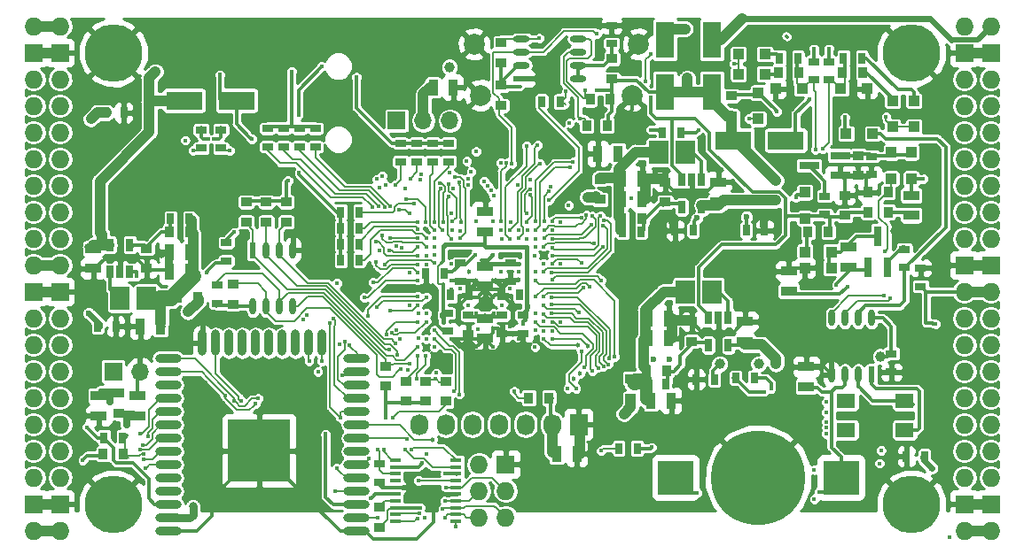
<source format=gbl>
G04 #@! TF.GenerationSoftware,KiCad,Pcbnew,5.0.0-rc2-dev-unknown+dfsg1+20180318-2*
G04 #@! TF.CreationDate,2018-05-15T23:44:12+02:00*
G04 #@! TF.ProjectId,ulx3s,756C7833732E6B696361645F70636200,rev?*
G04 #@! TF.SameCoordinates,Original*
G04 #@! TF.FileFunction,Copper,L4,Bot,Signal*
G04 #@! TF.FilePolarity,Positive*
%FSLAX46Y46*%
G04 Gerber Fmt 4.6, Leading zero omitted, Abs format (unit mm)*
G04 Created by KiCad (PCBNEW 5.0.0-rc2-dev-unknown+dfsg1+20180318-2) date Tue May 15 23:44:12 2018*
%MOMM*%
%LPD*%
G01*
G04 APERTURE LIST*
%ADD10O,1.727200X1.727200*%
%ADD11R,1.727200X1.727200*%
%ADD12R,0.700000X1.200000*%
%ADD13C,5.500000*%
%ADD14R,1.000000X0.400000*%
%ADD15R,1.727200X2.032000*%
%ADD16O,1.727200X2.032000*%
%ADD17R,3.500000X3.300000*%
%ADD18C,9.000000*%
%ADD19R,0.600000X1.550000*%
%ADD20O,0.600000X1.550000*%
%ADD21R,1.550000X0.600000*%
%ADD22O,1.550000X0.600000*%
%ADD23O,2.500000X0.900000*%
%ADD24O,0.900000X2.500000*%
%ADD25R,6.000000X6.000000*%
%ADD26R,1.800000X1.400000*%
%ADD27R,0.970000X1.500000*%
%ADD28R,1.500000X0.970000*%
%ADD29R,0.670000X1.000000*%
%ADD30R,1.000000X0.670000*%
%ADD31C,2.000000*%
%ADD32R,1.825000X2.200000*%
%ADD33R,1.000000X1.000000*%
%ADD34R,0.800000X1.900000*%
%ADD35R,1.900000X0.800000*%
%ADD36R,3.500000X1.800000*%
%ADD37R,1.800000X3.500000*%
%ADD38C,0.300000*%
%ADD39R,0.845000X1.000000*%
%ADD40R,1.000000X0.845000*%
%ADD41R,1.700000X1.700000*%
%ADD42O,1.700000X1.700000*%
%ADD43C,0.400000*%
%ADD44C,0.454000*%
%ADD45C,0.600000*%
%ADD46C,1.000000*%
%ADD47C,0.800000*%
%ADD48C,0.700000*%
%ADD49C,0.300000*%
%ADD50C,0.500000*%
%ADD51C,1.000000*%
%ADD52C,0.600000*%
%ADD53C,0.400000*%
%ADD54C,0.800000*%
%ADD55C,0.700000*%
%ADD56C,0.190000*%
%ADD57C,0.200000*%
%ADD58C,1.500000*%
%ADD59C,0.127000*%
%ADD60C,0.180000*%
%ADD61C,1.200000*%
%ADD62C,0.254000*%
G04 APERTURE END LIST*
D10*
X97910000Y-62690000D03*
X95370000Y-62690000D03*
D11*
X97910000Y-65230000D03*
X95370000Y-65230000D03*
D10*
X97910000Y-67770000D03*
X95370000Y-67770000D03*
X97910000Y-70310000D03*
X95370000Y-70310000D03*
X97910000Y-72850000D03*
X95370000Y-72850000D03*
X97910000Y-75390000D03*
X95370000Y-75390000D03*
X97910000Y-77930000D03*
X95370000Y-77930000D03*
X97910000Y-80470000D03*
X95370000Y-80470000D03*
X97910000Y-83010000D03*
X95370000Y-83010000D03*
X97910000Y-85550000D03*
X95370000Y-85550000D03*
D11*
X97910000Y-88090000D03*
X95370000Y-88090000D03*
D10*
X97910000Y-90630000D03*
X95370000Y-90630000D03*
X97910000Y-93170000D03*
X95370000Y-93170000D03*
X97910000Y-95710000D03*
X95370000Y-95710000D03*
X97910000Y-98250000D03*
X95370000Y-98250000D03*
X97910000Y-100790000D03*
X95370000Y-100790000D03*
X97910000Y-103330000D03*
X95370000Y-103330000D03*
X97910000Y-105870000D03*
X95370000Y-105870000D03*
D11*
X97910000Y-108410000D03*
X95370000Y-108410000D03*
D10*
X97910000Y-110950000D03*
X95370000Y-110950000D03*
D12*
X159825000Y-90600000D03*
X160775000Y-90600000D03*
X161725000Y-90600000D03*
X161725000Y-93200000D03*
X159825000Y-93200000D03*
X104575000Y-86215000D03*
X103625000Y-86215000D03*
X102675000Y-86215000D03*
X102675000Y-83615000D03*
X104575000Y-83615000D03*
X157285000Y-77392000D03*
X158235000Y-77392000D03*
X159185000Y-77392000D03*
X159185000Y-79992000D03*
X157285000Y-79992000D03*
D10*
X184270000Y-110950000D03*
X186810000Y-110950000D03*
D11*
X184270000Y-108410000D03*
X186810000Y-108410000D03*
D10*
X184270000Y-105870000D03*
X186810000Y-105870000D03*
X184270000Y-103330000D03*
X186810000Y-103330000D03*
X184270000Y-100790000D03*
X186810000Y-100790000D03*
X184270000Y-98250000D03*
X186810000Y-98250000D03*
X184270000Y-95710000D03*
X186810000Y-95710000D03*
X184270000Y-93170000D03*
X186810000Y-93170000D03*
X184270000Y-90630000D03*
X186810000Y-90630000D03*
X184270000Y-88090000D03*
X186810000Y-88090000D03*
D11*
X184270000Y-85550000D03*
X186810000Y-85550000D03*
D10*
X184270000Y-83010000D03*
X186810000Y-83010000D03*
X184270000Y-80470000D03*
X186810000Y-80470000D03*
X184270000Y-77930000D03*
X186810000Y-77930000D03*
X184270000Y-75390000D03*
X186810000Y-75390000D03*
X184270000Y-72850000D03*
X186810000Y-72850000D03*
X184270000Y-70310000D03*
X186810000Y-70310000D03*
X184270000Y-67770000D03*
X186810000Y-67770000D03*
D11*
X184270000Y-65230000D03*
X186810000Y-65230000D03*
D10*
X184270000Y-62690000D03*
X186810000Y-62690000D03*
D13*
X102990000Y-108410000D03*
X179190000Y-108410000D03*
X179190000Y-65230000D03*
X102990000Y-65230000D03*
D14*
X135735000Y-104215000D03*
X135735000Y-104865000D03*
X135735000Y-105515000D03*
X135735000Y-106165000D03*
X135735000Y-106815000D03*
X135735000Y-107465000D03*
X135735000Y-108115000D03*
X135735000Y-108765000D03*
X135735000Y-109415000D03*
X135735000Y-110065000D03*
X129935000Y-110065000D03*
X129935000Y-109415000D03*
X129935000Y-108765000D03*
X129935000Y-108115000D03*
X129935000Y-107465000D03*
X129935000Y-106815000D03*
X129935000Y-106165000D03*
X129935000Y-105515000D03*
X129935000Y-104865000D03*
X129935000Y-104215000D03*
D11*
X140455000Y-104600000D03*
D10*
X137915000Y-104600000D03*
X140455000Y-107140000D03*
X137915000Y-107140000D03*
X140455000Y-109680000D03*
X137915000Y-109680000D03*
D15*
X147440000Y-100790000D03*
D16*
X144900000Y-100790000D03*
X142360000Y-100790000D03*
X139820000Y-100790000D03*
X137280000Y-100790000D03*
X134740000Y-100790000D03*
X132200000Y-100790000D03*
D17*
X172485000Y-105870000D03*
X156685000Y-105870000D03*
D18*
X164585000Y-105870000D03*
D19*
X175395000Y-96015000D03*
D20*
X174125000Y-96015000D03*
X172855000Y-96015000D03*
X171585000Y-96015000D03*
X171585000Y-90615000D03*
X172855000Y-90615000D03*
X174125000Y-90615000D03*
X175395000Y-90615000D03*
D21*
X141980000Y-67706500D03*
D22*
X141980000Y-66436500D03*
X141980000Y-65166500D03*
X141980000Y-63896500D03*
X147380000Y-63896500D03*
X147380000Y-65166500D03*
X147380000Y-66436500D03*
X147380000Y-67706500D03*
D19*
X116325000Y-84120000D03*
D20*
X117595000Y-84120000D03*
X118865000Y-84120000D03*
X120135000Y-84120000D03*
X120135000Y-89520000D03*
X118865000Y-89520000D03*
X117595000Y-89520000D03*
X116325000Y-89520000D03*
D23*
X126230000Y-111000000D03*
X126230000Y-109730000D03*
X126230000Y-108460000D03*
X126230000Y-107190000D03*
X126230000Y-105920000D03*
X126230000Y-104650000D03*
X126230000Y-103380000D03*
X126230000Y-102110000D03*
X126230000Y-100840000D03*
X126230000Y-99570000D03*
X126230000Y-98300000D03*
X126230000Y-97030000D03*
X126230000Y-95760000D03*
X126230000Y-94490000D03*
D24*
X122945000Y-93000000D03*
X121675000Y-93000000D03*
X120405000Y-93000000D03*
X119135000Y-93000000D03*
X117865000Y-93000000D03*
X116595000Y-93000000D03*
X115325000Y-93000000D03*
X114055000Y-93000000D03*
X112785000Y-93000000D03*
X111515000Y-93000000D03*
D23*
X108230000Y-94490000D03*
X108230000Y-95760000D03*
X108230000Y-97030000D03*
X108230000Y-98300000D03*
X108230000Y-99570000D03*
X108230000Y-100840000D03*
X108230000Y-102110000D03*
X108230000Y-103380000D03*
X108230000Y-104650000D03*
X108230000Y-105920000D03*
X108230000Y-107190000D03*
X108230000Y-108460000D03*
X108230000Y-109730000D03*
X108230000Y-111000000D03*
D25*
X116930000Y-103300000D03*
D26*
X178576000Y-98522000D03*
X172976000Y-98522000D03*
X172976000Y-101322000D03*
X178576000Y-101322000D03*
D27*
X133546000Y-68550000D03*
X135456000Y-68550000D03*
D28*
X101085000Y-83960000D03*
X101085000Y-85870000D03*
D29*
X153985000Y-96910000D03*
X155735000Y-96910000D03*
D27*
X156015000Y-90630000D03*
X154105000Y-90630000D03*
X154105000Y-92535000D03*
X156015000Y-92535000D03*
D28*
X163315000Y-90945000D03*
X163315000Y-92855000D03*
D29*
X151645000Y-82375000D03*
X153395000Y-82375000D03*
D27*
X153475000Y-79200000D03*
X151565000Y-79200000D03*
X153475000Y-77295000D03*
X151565000Y-77295000D03*
D28*
X160775000Y-79520000D03*
X160775000Y-77610000D03*
D29*
X108465000Y-81105000D03*
X110215000Y-81105000D03*
D27*
X108385000Y-84280000D03*
X110295000Y-84280000D03*
X110295000Y-86185000D03*
X108385000Y-86185000D03*
D28*
X173221000Y-83833000D03*
X173221000Y-85743000D03*
D30*
X175380000Y-76900000D03*
X175380000Y-75150000D03*
D28*
X105276000Y-99967000D03*
X105276000Y-98057000D03*
X167506000Y-88029000D03*
X167506000Y-86119000D03*
X138500000Y-90665000D03*
X138500000Y-92575000D03*
D30*
X150589600Y-64359000D03*
X150589600Y-62609000D03*
D28*
X138500000Y-82375000D03*
X138500000Y-80465000D03*
X138500000Y-87575000D03*
X138500000Y-85665000D03*
X101593000Y-99967000D03*
X101593000Y-98057000D03*
D27*
X154359000Y-98504000D03*
X156269000Y-98504000D03*
X105591000Y-91392000D03*
X107501000Y-91392000D03*
X151189000Y-74882000D03*
X149279000Y-74882000D03*
D30*
X140900000Y-87095000D03*
X140900000Y-85345000D03*
X136100000Y-87095000D03*
X136100000Y-85345000D03*
X136900000Y-92095000D03*
X136900000Y-90345000D03*
X140100000Y-90345000D03*
X140100000Y-92095000D03*
X142100000Y-92095000D03*
X142100000Y-90345000D03*
X134900000Y-90145000D03*
X134900000Y-91895000D03*
D29*
X135225000Y-88420000D03*
X136975000Y-88420000D03*
X140025000Y-88420000D03*
X141775000Y-88420000D03*
X163425000Y-82220000D03*
X165175000Y-82220000D03*
X158375000Y-82220000D03*
X156625000Y-82220000D03*
D30*
X177300000Y-94025000D03*
X177300000Y-95775000D03*
D27*
X145342000Y-103584000D03*
X147252000Y-103584000D03*
D29*
X103995000Y-70963000D03*
X102245000Y-70963000D03*
X103245000Y-91410000D03*
X101495000Y-91410000D03*
D30*
X180094000Y-87586000D03*
X180094000Y-85836000D03*
D29*
X180473000Y-103856000D03*
X178723000Y-103856000D03*
X158645000Y-96490000D03*
X160395000Y-96490000D03*
X132827200Y-86330000D03*
X134577200Y-86330000D03*
D28*
X169172000Y-95281000D03*
X169172000Y-97191000D03*
X179190000Y-80790000D03*
X179190000Y-78880000D03*
D31*
X152546000Y-69312000D03*
X138046000Y-69312000D03*
X153146000Y-64412000D03*
X137446000Y-64412000D03*
D32*
X157582500Y-88090000D03*
X160157500Y-88090000D03*
X103607500Y-88725000D03*
X106182500Y-88725000D03*
X157617500Y-74755000D03*
X155042500Y-74755000D03*
D33*
X169050000Y-84280000D03*
X171550000Y-84280000D03*
X169030000Y-78585000D03*
X169030000Y-81085000D03*
X171550000Y-85804000D03*
X169050000Y-85804000D03*
X179190000Y-74775000D03*
X179190000Y-77275000D03*
X177285000Y-77275000D03*
X177285000Y-74775000D03*
X172987000Y-72977000D03*
X175487000Y-72977000D03*
X164585000Y-69060000D03*
X164585000Y-71560000D03*
X168756000Y-68659000D03*
X166256000Y-68659000D03*
X174979000Y-68659000D03*
X172479000Y-68659000D03*
X165200000Y-67262000D03*
X162700000Y-67262000D03*
X162700000Y-65357000D03*
X165200000Y-65357000D03*
X177412000Y-72322000D03*
X177412000Y-69822000D03*
X179444000Y-69822000D03*
X179444000Y-72322000D03*
D34*
X176015000Y-82780000D03*
X175065000Y-85780000D03*
X176965000Y-85780000D03*
D35*
X172435000Y-75075000D03*
X172435000Y-76975000D03*
X169435000Y-76025000D03*
D36*
X114761000Y-69802000D03*
X109761000Y-69802000D03*
X167212000Y-73612000D03*
X162212000Y-73612000D03*
D37*
X155695000Y-69000000D03*
X155695000Y-64000000D03*
X160140000Y-69000000D03*
X160140000Y-64000000D03*
D38*
X182888000Y-111603000D03*
D39*
X169337500Y-82375000D03*
X171262500Y-82375000D03*
D40*
X172840000Y-78872500D03*
X172840000Y-80797500D03*
X162045000Y-69347500D03*
X162045000Y-71272500D03*
D39*
X176977500Y-80470000D03*
X175052500Y-80470000D03*
D40*
X174110000Y-75062500D03*
X174110000Y-76987500D03*
X128390000Y-108717500D03*
X128390000Y-110642500D03*
X119500000Y-81432500D03*
X119500000Y-79507500D03*
X114420000Y-89306500D03*
X114420000Y-87381500D03*
D39*
X176977500Y-78565000D03*
X175052500Y-78565000D03*
D40*
X140025500Y-64267500D03*
X140025500Y-66192500D03*
X140025500Y-68349500D03*
X140025500Y-70274500D03*
X150615000Y-65809500D03*
X150615000Y-67734500D03*
D39*
X150137500Y-72215000D03*
X148212500Y-72215000D03*
X148524500Y-69693000D03*
X150449500Y-69693000D03*
D40*
X129025000Y-95212500D03*
X129025000Y-97137500D03*
X117595000Y-79507500D03*
X117595000Y-81432500D03*
X115690000Y-81432500D03*
X115690000Y-79507500D03*
D39*
X142667500Y-98250000D03*
X144592500Y-98250000D03*
D40*
X132835000Y-98577500D03*
X132835000Y-96652500D03*
X130930000Y-96652500D03*
X130930000Y-98577500D03*
D39*
X103952500Y-103600000D03*
X102027500Y-103600000D03*
D40*
X103498000Y-99720500D03*
X103498000Y-97795500D03*
D30*
X113277000Y-74360000D03*
X113277000Y-72610000D03*
X111372000Y-72610000D03*
X111372000Y-74360000D03*
D29*
X155455000Y-72850000D03*
X157205000Y-72850000D03*
D30*
X171316000Y-66090000D03*
X171316000Y-67840000D03*
X169919000Y-67840000D03*
X169919000Y-66090000D03*
D29*
X174477000Y-65738000D03*
X172727000Y-65738000D03*
D30*
X128390000Y-106321000D03*
X128390000Y-104571000D03*
X117722000Y-72483000D03*
X117722000Y-74233000D03*
X119246000Y-74233000D03*
X119246000Y-72483000D03*
X120770000Y-72483000D03*
X120770000Y-74233000D03*
X122294000Y-74233000D03*
X122294000Y-72483000D03*
D29*
X145655000Y-69900000D03*
X143905000Y-69900000D03*
D39*
X166543500Y-67135000D03*
X168468500Y-67135000D03*
X172637500Y-67120000D03*
X174562500Y-67120000D03*
X153897500Y-95640000D03*
X155822500Y-95640000D03*
X110302500Y-82375000D03*
X108377500Y-82375000D03*
X151557500Y-81105000D03*
X153482500Y-81105000D03*
D40*
X158235000Y-90937500D03*
X158235000Y-92862500D03*
X106165000Y-83952500D03*
X106165000Y-85877500D03*
X155695000Y-77602500D03*
X155695000Y-79527500D03*
X152393000Y-96398500D03*
X152393000Y-98323500D03*
D39*
X111064500Y-88598000D03*
X109139500Y-88598000D03*
D40*
X149472000Y-77348500D03*
X149472000Y-79273500D03*
D41*
X102990000Y-95710000D03*
D42*
X105530000Y-95710000D03*
D41*
X130056000Y-71725000D03*
D42*
X132596000Y-71725000D03*
X135136000Y-71725000D03*
D29*
X166631000Y-65738000D03*
X168381000Y-65738000D03*
X124721000Y-85060000D03*
X126471000Y-85060000D03*
X126471000Y-83536000D03*
X124721000Y-83536000D03*
X126471000Y-82012000D03*
X124721000Y-82012000D03*
X124721000Y-80470000D03*
X126471000Y-80470000D03*
D30*
X130422000Y-73898000D03*
X130422000Y-75648000D03*
X131961000Y-75648000D03*
X131961000Y-73898000D03*
X133485000Y-73898000D03*
X133485000Y-75648000D03*
X135009000Y-75648000D03*
X135009000Y-73898000D03*
X113785000Y-83405000D03*
X113785000Y-85155000D03*
D29*
X151264000Y-103076000D03*
X153014000Y-103076000D03*
X164190000Y-96345000D03*
X162440000Y-96345000D03*
D30*
X178555000Y-85790000D03*
X178555000Y-84040000D03*
X112896000Y-89219000D03*
X112896000Y-87469000D03*
D40*
X134740000Y-96652500D03*
X134740000Y-98577500D03*
D30*
X170935000Y-80710000D03*
X170935000Y-78960000D03*
D29*
X103865000Y-102060000D03*
X102115000Y-102060000D03*
D43*
X124632693Y-93120351D03*
X152408000Y-72169500D03*
X141041500Y-69058000D03*
X138480000Y-92600000D03*
X140080000Y-92600000D03*
X135280000Y-87000000D03*
X145687392Y-90996646D03*
D44*
X141675979Y-86986521D03*
D43*
X140876932Y-84552536D03*
X132882184Y-84635369D03*
X132879996Y-82103336D03*
X140922639Y-81447441D03*
X177287984Y-96778661D03*
D45*
X152510125Y-81695229D03*
D43*
X131264297Y-86227110D03*
X173856000Y-71538990D03*
D46*
X164947008Y-63194069D03*
X175494572Y-64322557D03*
D43*
X135342764Y-89381630D03*
X144103496Y-84660400D03*
D46*
X177658444Y-82281349D03*
D43*
X145680000Y-81405125D03*
X145691238Y-94166752D03*
D46*
X162956098Y-95078488D03*
X158539988Y-94868772D03*
D45*
X161075765Y-80992022D03*
X164882869Y-80938986D03*
X156262773Y-81349374D03*
D43*
X149169500Y-68867500D03*
D45*
X123437000Y-108972000D03*
D43*
X135281276Y-80583119D03*
X131279502Y-89407325D03*
X170309539Y-85441529D03*
X145672808Y-85396062D03*
X133216000Y-107465000D03*
X137680000Y-88600000D03*
X142480000Y-95000000D03*
X141680000Y-92600000D03*
X135284627Y-94985297D03*
X135288625Y-94225619D03*
X134455822Y-94267172D03*
X136095958Y-93369652D03*
D44*
X139264636Y-91615205D03*
D46*
X116880503Y-64802940D03*
X106974809Y-64953974D03*
D43*
X140874194Y-91433353D03*
X142480000Y-94200000D03*
X140880000Y-93400000D03*
X139280000Y-93400000D03*
X137680000Y-93400000D03*
X136880000Y-92600000D03*
X135280000Y-92600000D03*
X132880000Y-91800000D03*
X132880000Y-93400000D03*
D44*
X139280000Y-87000000D03*
X137680000Y-87000000D03*
X136080000Y-84600000D03*
X139280000Y-88600000D03*
D46*
X166275426Y-77459534D03*
X107021491Y-67043629D03*
D43*
X172047074Y-87438453D03*
D46*
X166255545Y-79350736D03*
X157807568Y-67669269D03*
X101707889Y-82423180D03*
X166284693Y-95025145D03*
X157600000Y-62944000D03*
D45*
X156091000Y-94585000D03*
D43*
X140032430Y-67286930D03*
X137803000Y-91664000D03*
D45*
X181155918Y-104980708D03*
D43*
X171089123Y-98665996D03*
X171089123Y-99619659D03*
D46*
X135105588Y-66616618D03*
D43*
X181491000Y-91156000D03*
X135279386Y-87846456D03*
X119692151Y-77494120D03*
X113660608Y-89375718D03*
D46*
X148268387Y-79050018D03*
D43*
X158870000Y-72596000D03*
X114513935Y-82409431D03*
X109840000Y-73620000D03*
X132110753Y-92527478D03*
X165803369Y-97344883D03*
D46*
X160905403Y-95006436D03*
D45*
X158731133Y-81048929D03*
X154593901Y-94607945D03*
D46*
X164625730Y-94982471D03*
D45*
X163462982Y-80942429D03*
D46*
X176254940Y-94288458D03*
D47*
X110593913Y-108636458D03*
D43*
X180340784Y-77316932D03*
X173137949Y-87594275D03*
D48*
X102710050Y-98594954D03*
D43*
X129005202Y-100174798D03*
X176305593Y-103279812D03*
X100080000Y-104200000D03*
X139272517Y-84611349D03*
X141680000Y-86200000D03*
X132880000Y-92600000D03*
X141680000Y-88600000D03*
X141680000Y-85400000D03*
X130019546Y-91732979D03*
X121431221Y-90311593D03*
X130384540Y-92584728D03*
X121088335Y-90753785D03*
X146394787Y-97333919D03*
X143300000Y-86220000D03*
X144891603Y-91881937D03*
X147175985Y-97333919D03*
X147700000Y-93820000D03*
X142107219Y-91201016D03*
D46*
X110128890Y-90028152D03*
D43*
X142480000Y-83800000D03*
X134480000Y-83800000D03*
X134480000Y-91000000D03*
X154313000Y-69502500D03*
X120664983Y-71227362D03*
X122926177Y-66532317D03*
X105245010Y-86595559D03*
X169517039Y-69686488D03*
X170411010Y-107286196D03*
X158716651Y-107325176D03*
X136050273Y-97914229D03*
X128216338Y-109760338D03*
X132708000Y-109680000D03*
X134750646Y-106810513D03*
X133680000Y-91800000D03*
X135517000Y-97633000D03*
X134675868Y-108131585D03*
D44*
X133449289Y-102232615D03*
D43*
X133680000Y-92600000D03*
X132928488Y-103601340D03*
X127419091Y-104077728D03*
X133685482Y-93402296D03*
X134463998Y-108841973D03*
X131986331Y-96404793D03*
X131039072Y-102187000D03*
X134636872Y-109719950D03*
X132846234Y-94197073D03*
X176700000Y-84220000D03*
X143260000Y-84620000D03*
X120739932Y-76694083D03*
X126204504Y-67585368D03*
X148090000Y-68867500D03*
X147582000Y-71534498D03*
X127810351Y-87182069D03*
X121687479Y-94718249D03*
X132083026Y-86260405D03*
X116569594Y-98828850D03*
X113700000Y-98020000D03*
X122932649Y-94724357D03*
X124849021Y-96102869D03*
X122527919Y-95725900D03*
X113157250Y-67343629D03*
X116198000Y-73474420D03*
X127586603Y-107875044D03*
X146233418Y-68946082D03*
X131453853Y-103208291D03*
X149787294Y-81774991D03*
X144080000Y-86200000D03*
X149553145Y-86989440D03*
X144894316Y-86977564D03*
X144896700Y-83863953D03*
X149527221Y-80838006D03*
D44*
X147343891Y-93217126D03*
D43*
X144113248Y-92588762D03*
X149853189Y-81252115D03*
X144875155Y-86292748D03*
X144916886Y-83019942D03*
X148696112Y-80861847D03*
D44*
X148349010Y-93322307D03*
D43*
X144882352Y-92577990D03*
X144902941Y-91037926D03*
X148747982Y-95669626D03*
X144867244Y-90193915D03*
X149795895Y-95251084D03*
X144856756Y-89349904D03*
X150278898Y-95040253D03*
X150345974Y-94517527D03*
X144877648Y-88622010D03*
X150889207Y-94332565D03*
X143280000Y-87000000D03*
X129972715Y-93035096D03*
X131084713Y-95564177D03*
X130422000Y-95456000D03*
X131316164Y-94959140D03*
X130123373Y-94122671D03*
X132031990Y-93400000D03*
X129362027Y-93645784D03*
X141280657Y-97642010D03*
X133852393Y-95875797D03*
X133762848Y-96395146D03*
X132080000Y-94200000D03*
X128452683Y-84116867D03*
X105890482Y-103613569D03*
X129449238Y-89937935D03*
X130839477Y-103208987D03*
X132075624Y-89410644D03*
X128806823Y-103185900D03*
X128136791Y-89611518D03*
X132162861Y-106185868D03*
X132880000Y-88600000D03*
X126970181Y-88659309D03*
X124322162Y-105002357D03*
X132080000Y-87000000D03*
X125525099Y-93236764D03*
X124202418Y-107207639D03*
X110599084Y-74589383D03*
X132024412Y-109766775D03*
X114104080Y-74612196D03*
X132219727Y-109277292D03*
X115190634Y-98572389D03*
X131677570Y-79697994D03*
X132088008Y-81408008D03*
X132079995Y-82103334D03*
X132872609Y-82947347D03*
X133664491Y-81414685D03*
X133648389Y-82190597D03*
X131353451Y-77264702D03*
X129920953Y-77910818D03*
X129568570Y-92005655D03*
X132880000Y-91000000D03*
X129055731Y-92162718D03*
X132077338Y-91002010D03*
X131265176Y-80621782D03*
X130272149Y-80238214D03*
X128091794Y-85277024D03*
X132089786Y-85479378D03*
X146565997Y-71979003D03*
X134250176Y-78253806D03*
X163703220Y-71542164D03*
X134433979Y-82180155D03*
X135656559Y-110610712D03*
X149577281Y-103320847D03*
X132468001Y-104503413D03*
D48*
X104260000Y-100790000D03*
D43*
X114560994Y-98539563D03*
X116800000Y-98320000D03*
X111895217Y-86253790D03*
X169934000Y-107920000D03*
X169934000Y-105126000D03*
X165170594Y-97666317D03*
X170026483Y-74485017D03*
X142571021Y-82204353D03*
X143287402Y-83042010D03*
X154425580Y-102987766D03*
X168166438Y-79108038D03*
X112614274Y-73474420D03*
X112074854Y-73474420D03*
X176185734Y-104520755D03*
X143269694Y-93414905D03*
X171089123Y-101653244D03*
X143280000Y-91800000D03*
X171089123Y-101086833D03*
X144064831Y-91877646D03*
X171089123Y-100559822D03*
X144080000Y-90956495D03*
X135315381Y-82193851D03*
X135414395Y-78229653D03*
X135129679Y-76730134D03*
X136124555Y-82260038D03*
X135587699Y-77140701D03*
X136080000Y-83000000D03*
X142785835Y-77341923D03*
X170739071Y-74406366D03*
X142460000Y-83020000D03*
X143280000Y-83800000D03*
X169919000Y-64849000D03*
X171316000Y-64849000D03*
X125110333Y-92897638D03*
X182888000Y-111603000D03*
X124361185Y-87274371D03*
X124361184Y-87274370D03*
X172853718Y-71407275D03*
X166353476Y-70835462D03*
X123273881Y-101715917D03*
X129660000Y-100155000D03*
X128247798Y-103208979D03*
X127301115Y-90454353D03*
X132084049Y-88558274D03*
X120008000Y-67008000D03*
X129437600Y-79946788D03*
X133680000Y-83000000D03*
X128908575Y-79985477D03*
X133680000Y-83800000D03*
X128328791Y-79953099D03*
X130487935Y-83869856D03*
X133623139Y-85366416D03*
X127749884Y-79991140D03*
X128913013Y-85505853D03*
X129992018Y-83691508D03*
X136080000Y-87800000D03*
X137624890Y-90122896D03*
X139322319Y-90164039D03*
X140080000Y-89400000D03*
X136880000Y-89400000D03*
X140896226Y-87816226D03*
D44*
X136938110Y-86196311D03*
D43*
X140014602Y-86192969D03*
D46*
X151758000Y-99774000D03*
D43*
X135021320Y-79024950D03*
X135280000Y-83022010D03*
X154298000Y-72596000D03*
X100450000Y-101044000D03*
X132285867Y-108754446D03*
X134707351Y-105508447D03*
X139280000Y-81400000D03*
X139314656Y-78918689D03*
X139039938Y-78419090D03*
X138722927Y-77981589D03*
X138405916Y-77551542D03*
X137625200Y-74696800D03*
X137680000Y-81400000D03*
X136742593Y-75579407D03*
X137174375Y-76624866D03*
X136863200Y-77287600D03*
X136894606Y-77861070D03*
X136048819Y-77645502D03*
X136233339Y-81437235D03*
X135359567Y-81395445D03*
X135034780Y-77831198D03*
X134508502Y-81406751D03*
X134177298Y-77721089D03*
D44*
X146942280Y-96452058D03*
X147534467Y-95913260D03*
D43*
X147928857Y-95339016D03*
X143322010Y-91000657D03*
X149284391Y-95377990D03*
X144077013Y-90266968D03*
X147430953Y-90112484D03*
X144076240Y-89395301D03*
X143322010Y-90201951D03*
X147910791Y-87683418D03*
X144082832Y-88584510D03*
X148483539Y-87623462D03*
X143322010Y-88595030D03*
X144102010Y-85397219D03*
X144889349Y-85448737D03*
X147687390Y-85374093D03*
X144912409Y-84657964D03*
X149732494Y-83807694D03*
X148921512Y-83442010D03*
X144103186Y-83777990D03*
X144131413Y-83000000D03*
X148610661Y-81705858D03*
X144888125Y-82175931D03*
X144176662Y-82199998D03*
X148175253Y-80781550D03*
X144887777Y-81331919D03*
X147688311Y-80983115D03*
X142450323Y-81420000D03*
X142811300Y-78846033D03*
X142784407Y-78283067D03*
X142460000Y-80620000D03*
X144138346Y-81383767D03*
X144606344Y-78517346D03*
X144791531Y-78023942D03*
X146587441Y-76174058D03*
X143332651Y-82197990D03*
X146909804Y-75707894D03*
X143294334Y-81377293D03*
X143708879Y-75817300D03*
X141727010Y-82998875D03*
X141727010Y-82194937D03*
X140028978Y-82200000D03*
X141624813Y-77914503D03*
X142436989Y-74138000D03*
X140861329Y-83041266D03*
X143518000Y-74074500D03*
X140872990Y-82177164D03*
X132309031Y-77342560D03*
X132428734Y-76829323D03*
X128644933Y-77015661D03*
X128152012Y-77332672D03*
X128446805Y-78179514D03*
X128961752Y-77878818D03*
X130878594Y-78253288D03*
X132820479Y-81400981D03*
X130952639Y-79249008D03*
X129458086Y-83004065D03*
X132079024Y-82947345D03*
X105572759Y-101661319D03*
X132881746Y-83791358D03*
X128691780Y-82737217D03*
X106276126Y-101893466D03*
X105840996Y-102767214D03*
X129302562Y-84153497D03*
X132083682Y-83791356D03*
X128062071Y-83328884D03*
X105553144Y-103208669D03*
X132092886Y-84635367D03*
X105847765Y-104138847D03*
X133671942Y-84595200D03*
X132896883Y-85469380D03*
X106088753Y-104974041D03*
X123709657Y-91064721D03*
X124707442Y-100126977D03*
X132900000Y-90180000D03*
X124015020Y-90635192D03*
X132100000Y-90157990D03*
X139992737Y-75748003D03*
X162271466Y-66284958D03*
X140028978Y-81400000D03*
X140517734Y-75793988D03*
X176797084Y-71341791D03*
X154313000Y-65375000D03*
X153805000Y-67996270D03*
X176605426Y-88507160D03*
X152497066Y-79193467D03*
X146481406Y-79819384D03*
X143650666Y-63862520D03*
X177211069Y-88764025D03*
X141042112Y-75846610D03*
X140060000Y-83020000D03*
X149134122Y-63424051D03*
X144606344Y-79361357D03*
D46*
X100855891Y-71574861D03*
D43*
X135280000Y-85400000D03*
D45*
X100652119Y-90162239D03*
D43*
X137550785Y-84577294D03*
X135280000Y-86200000D03*
D49*
X167336000Y-63706000D02*
X167252000Y-63622000D01*
X152408000Y-70864213D02*
X152408000Y-72169500D01*
X152546000Y-69312000D02*
X152546000Y-70726213D01*
X152546000Y-70726213D02*
X152408000Y-70864213D01*
X152903398Y-83282000D02*
X152510125Y-82888727D01*
X154588000Y-83282000D02*
X152903398Y-83282000D01*
X152510125Y-82888727D02*
X152510125Y-82119493D01*
X155650000Y-82220000D02*
X154588000Y-83282000D01*
X156262773Y-81349374D02*
X156262773Y-81932773D01*
X156550000Y-82220000D02*
X155650000Y-82220000D01*
X156262773Y-81932773D02*
X156550000Y-82220000D01*
X152510125Y-82119493D02*
X152510125Y-81695229D01*
X169172000Y-95193500D02*
X170763500Y-95193500D01*
X170763500Y-95193500D02*
X171585000Y-96015000D01*
D50*
X136188509Y-87050148D02*
X136609374Y-87050148D01*
X136609374Y-87050148D02*
X136850000Y-87290774D01*
X136850000Y-87290774D02*
X136850000Y-88027041D01*
D49*
X135280000Y-87000000D02*
X136070000Y-87000000D01*
X136070000Y-87000000D02*
X136100000Y-86970000D01*
X141662500Y-87000000D02*
X141675979Y-86986521D01*
X139280000Y-87000000D02*
X141662500Y-87000000D01*
X141354953Y-86986521D02*
X141675979Y-86986521D01*
X140773938Y-86994997D02*
X140782414Y-86986521D01*
X140782414Y-86986521D02*
X141354953Y-86986521D01*
X133680000Y-91000000D02*
X132880000Y-91800000D01*
X134450000Y-91770000D02*
X133680000Y-91000000D01*
X134900000Y-91770000D02*
X134450000Y-91770000D01*
X177300000Y-95850000D02*
X177300000Y-96766645D01*
X177300000Y-96766645D02*
X177287984Y-96778661D01*
X139163860Y-75537864D02*
X137472985Y-77228739D01*
X139163860Y-73733860D02*
X139163860Y-75537864D01*
X137472985Y-77228739D02*
X137472985Y-78092985D01*
X137680000Y-71550000D02*
X137680000Y-72250000D01*
X137680000Y-72250000D02*
X139163860Y-73733860D01*
X138500000Y-79120000D02*
X138500000Y-80170000D01*
X137472985Y-78092985D02*
X138500000Y-79120000D01*
X105276000Y-97762000D02*
X105276000Y-95964000D01*
X105276000Y-95964000D02*
X105530000Y-95710000D01*
X138500000Y-87870000D02*
X137137029Y-87870000D01*
X137137029Y-87870000D02*
X136979988Y-88027041D01*
X136979988Y-88027041D02*
X136850000Y-88027041D01*
X140150000Y-88420000D02*
X140150000Y-87836000D01*
X140150000Y-87836000D02*
X140150000Y-87618935D01*
X138500000Y-87870000D02*
X140116000Y-87870000D01*
X140116000Y-87870000D02*
X140150000Y-87836000D01*
X139280000Y-88600000D02*
X139230000Y-88600000D01*
X139230000Y-88600000D02*
X138500000Y-87870000D01*
X137680000Y-88600000D02*
X137770000Y-88600000D01*
X137770000Y-88600000D02*
X138500000Y-87870000D01*
D51*
X147547000Y-103584000D02*
X147547000Y-100897000D01*
D49*
X147547000Y-100897000D02*
X147440000Y-100790000D01*
X175494572Y-64322557D02*
X166075496Y-64322557D01*
X166075496Y-64322557D02*
X165447007Y-63694068D01*
X165447007Y-63694068D02*
X164947008Y-63194069D01*
X164882869Y-80938986D02*
X164882869Y-81852869D01*
X164882869Y-81852869D02*
X165250000Y-82220000D01*
X139264636Y-91615205D02*
X139745205Y-91615205D01*
X139745205Y-91615205D02*
X140100000Y-91970000D01*
D50*
X140150000Y-88420000D02*
X140150000Y-87606614D01*
X140150000Y-87606614D02*
X139543386Y-87000000D01*
D49*
X139543386Y-87000000D02*
X139280000Y-87000000D01*
D50*
X140150000Y-87618935D02*
X140773938Y-86994997D01*
D49*
X137680000Y-87000000D02*
X137680000Y-87050000D01*
X137680000Y-87050000D02*
X138500000Y-87870000D01*
X139280000Y-87000000D02*
X139280000Y-87090000D01*
X139280000Y-87090000D02*
X138500000Y-87870000D01*
X140150000Y-88420000D02*
X141150000Y-89420000D01*
X140150000Y-88420000D02*
X139460000Y-88420000D01*
X139460000Y-88420000D02*
X139280000Y-88600000D01*
X137680000Y-87000000D02*
X137680000Y-87298789D01*
D50*
X137680000Y-87298789D02*
X136850000Y-88128789D01*
D49*
X136850000Y-88128789D02*
X136850000Y-88420000D01*
X136110990Y-86995403D02*
X136110990Y-87288031D01*
X136850000Y-88027041D02*
X136850000Y-88420000D01*
X136110990Y-86995403D02*
X137675403Y-86995403D01*
X137675403Y-86995403D02*
X137680000Y-87000000D01*
X135850000Y-90220000D02*
X135850000Y-89545000D01*
X135850000Y-89545000D02*
X136795000Y-88600000D01*
X136795000Y-88600000D02*
X137397158Y-88600000D01*
X137397158Y-88600000D02*
X137680000Y-88600000D01*
X155695000Y-69000000D02*
X154123962Y-69000000D01*
X152995962Y-67872000D02*
X151365000Y-67872000D01*
X154123962Y-69000000D02*
X152995962Y-67872000D01*
X151365000Y-67872000D02*
X150615000Y-67872000D01*
X150615000Y-68867500D02*
X150615000Y-69665000D01*
X150615000Y-67872000D02*
X150615000Y-68867500D01*
X149169500Y-68867500D02*
X149452342Y-68867500D01*
X149452342Y-68867500D02*
X150615000Y-68867500D01*
X150587000Y-70856510D02*
X150503000Y-70940510D01*
X150303001Y-71140509D02*
X150503000Y-70940510D01*
X150275000Y-72215000D02*
X150275000Y-71168510D01*
X150587000Y-69693000D02*
X150587000Y-70856510D01*
X150275000Y-71168510D02*
X150303001Y-71140509D01*
X150615000Y-69665000D02*
X150587000Y-69693000D01*
X133415999Y-107664999D02*
X133216000Y-107465000D01*
X133612013Y-107861013D02*
X133415999Y-107664999D01*
X131991648Y-111780338D02*
X133612013Y-110159973D01*
X127810434Y-111780338D02*
X131991648Y-111780338D01*
X133612013Y-110159973D02*
X133612013Y-107861013D01*
X127060434Y-111030338D02*
X127810434Y-111780338D01*
X126260434Y-111030338D02*
X127060434Y-111030338D01*
D51*
X184270000Y-108410000D02*
X186810000Y-108410000D01*
X184270000Y-85550000D02*
X186810000Y-85550000D01*
X184270000Y-65230000D02*
X186810000Y-65230000D01*
X95370000Y-65230000D02*
X97910000Y-65230000D01*
X95370000Y-88090000D02*
X97910000Y-88090000D01*
X95370000Y-108410000D02*
X97910000Y-108410000D01*
D49*
X108260434Y-111030338D02*
X109060434Y-111030338D01*
X109060434Y-111030338D02*
X109140772Y-110950000D01*
X110957617Y-110950000D02*
X112380000Y-109527617D01*
X109140772Y-110950000D02*
X110957617Y-110950000D01*
X112380000Y-109527617D02*
X112380000Y-107854384D01*
X112380000Y-107854384D02*
X116904046Y-103330338D01*
X116904046Y-103330338D02*
X116960434Y-103330338D01*
X167506000Y-85824000D02*
X169927068Y-85824000D01*
X169927068Y-85824000D02*
X170109540Y-85641528D01*
X170109540Y-85641528D02*
X170309539Y-85441529D01*
X133216000Y-107465000D02*
X132214478Y-107465000D01*
X135735000Y-107465000D02*
X133216000Y-107465000D01*
X132214478Y-107465000D02*
X131572496Y-106823018D01*
X131572496Y-106823018D02*
X129919874Y-106823018D01*
X126260434Y-111030338D02*
X124660659Y-111030338D01*
X124660659Y-111030338D02*
X116960659Y-103330338D01*
X116960659Y-103330338D02*
X116960434Y-103330338D01*
X129935000Y-106815000D02*
X128659000Y-106815000D01*
X128659000Y-106815000D02*
X128390000Y-106546000D01*
X128390000Y-106546000D02*
X128558000Y-106546000D01*
X136126306Y-93400000D02*
X136095958Y-93369652D01*
X136880000Y-92600000D02*
X136110348Y-93369652D01*
X136049652Y-93369652D02*
X136095958Y-93369652D01*
X137680000Y-93400000D02*
X136126306Y-93400000D01*
X135280000Y-92600000D02*
X136049652Y-93369652D01*
X136110348Y-93369652D02*
X136095958Y-93369652D01*
X139264636Y-92054364D02*
X139264636Y-91936231D01*
X139264636Y-91936231D02*
X139264636Y-91615205D01*
X138550000Y-92769000D02*
X139264636Y-92054364D01*
X136880000Y-92600000D02*
X137680000Y-93400000D01*
X136880000Y-92600000D02*
X138381000Y-92600000D01*
X138381000Y-92600000D02*
X138550000Y-92769000D01*
X135280000Y-92600000D02*
X136880000Y-92600000D01*
X138550000Y-92769000D02*
X138649000Y-92769000D01*
X138649000Y-92769000D02*
X139280000Y-93400000D01*
X138550000Y-92769000D02*
X138311000Y-92769000D01*
X138311000Y-92769000D02*
X137680000Y-93400000D01*
X102210000Y-84915000D02*
X103625000Y-84915000D01*
X103625000Y-84915000D02*
X105215000Y-84915000D01*
X103625000Y-86215000D02*
X103625000Y-84915000D01*
X105215000Y-84915000D02*
X106165000Y-85865000D01*
X106165000Y-85865000D02*
X106165000Y-86015000D01*
X101085000Y-86165000D02*
X101085000Y-86040000D01*
X101085000Y-86040000D02*
X102210000Y-84915000D01*
X106165000Y-86015000D02*
X107920000Y-86015000D01*
X107920000Y-86015000D02*
X108090000Y-86185000D01*
D51*
X153770000Y-77295000D02*
X155525000Y-77295000D01*
D49*
X155525000Y-77295000D02*
X155695000Y-77465000D01*
D51*
X153770000Y-79200000D02*
X153770000Y-77295000D01*
D49*
X174110000Y-77125000D02*
X174745000Y-77125000D01*
X174745000Y-77125000D02*
X175230000Y-77125000D01*
X174915000Y-78565000D02*
X174915000Y-77295000D01*
X174915000Y-77295000D02*
X174745000Y-77125000D01*
X172840000Y-78735000D02*
X172840000Y-77380000D01*
X172840000Y-77380000D02*
X172435000Y-76975000D01*
X175230000Y-77125000D02*
X175380000Y-76975000D01*
X172435000Y-76975000D02*
X173960000Y-76975000D01*
X173960000Y-76975000D02*
X174110000Y-77125000D01*
X159850000Y-78365000D02*
X158235000Y-78365000D01*
X158235000Y-78365000D02*
X156445000Y-78365000D01*
X158235000Y-77235000D02*
X158235000Y-78365000D01*
X160775000Y-77315000D02*
X160775000Y-77440000D01*
X160775000Y-77440000D02*
X159850000Y-78365000D01*
X156445000Y-78365000D02*
X155695000Y-77615000D01*
X155695000Y-77615000D02*
X155695000Y-77465000D01*
D51*
X156310000Y-90630000D02*
X156310000Y-92535000D01*
X158235000Y-90800000D02*
X156480000Y-90800000D01*
D49*
X156480000Y-90800000D02*
X156310000Y-90630000D01*
X163315000Y-90650000D02*
X163315000Y-90834602D01*
X163315000Y-90834602D02*
X162249602Y-91900000D01*
X162249602Y-91900000D02*
X160775000Y-91900000D01*
X101085000Y-86165000D02*
X101085000Y-85929893D01*
X106165000Y-85944374D02*
X106165000Y-86015000D01*
X159185000Y-91900000D02*
X160775000Y-91900000D01*
X160775000Y-90600000D02*
X160775000Y-91900000D01*
X158235000Y-90800000D02*
X158235000Y-90950000D01*
X158235000Y-90950000D02*
X159185000Y-91900000D01*
X108090000Y-84280000D02*
X108090000Y-86185000D01*
X107625000Y-84745000D02*
X108090000Y-84280000D01*
X108070000Y-84260000D02*
X108090000Y-84280000D01*
D51*
X162045000Y-71410000D02*
X162045000Y-73229108D01*
X162045000Y-73229108D02*
X165775427Y-76959535D01*
X165775427Y-76959535D02*
X166275426Y-77459534D01*
X106407114Y-69940886D02*
X106407114Y-67658006D01*
X106521492Y-67543628D02*
X107021491Y-67043629D01*
X106407114Y-67658006D02*
X106521492Y-67543628D01*
D49*
X172047074Y-87336926D02*
X172047074Y-87438453D01*
X173221000Y-86163000D02*
X172047074Y-87336926D01*
X173221000Y-86038000D02*
X173221000Y-86163000D01*
D51*
X106407114Y-69940886D02*
X106407114Y-72833672D01*
X106407114Y-72833672D02*
X101707889Y-77532897D01*
X101707889Y-77532897D02*
X101707889Y-81716074D01*
X101707889Y-81716074D02*
X101707889Y-82423180D01*
X160790000Y-79800000D02*
X161239264Y-79350736D01*
X161239264Y-79350736D02*
X165548439Y-79350736D01*
X165548439Y-79350736D02*
X166255545Y-79350736D01*
X162045000Y-71410000D02*
X162045000Y-71260000D01*
X155695000Y-69000000D02*
X157800000Y-69000000D01*
X157800000Y-69000000D02*
X160140000Y-69000000D01*
D49*
X157807568Y-68376375D02*
X157800000Y-68383943D01*
D51*
X157807568Y-67669269D02*
X157807568Y-68376375D01*
X157800000Y-68383943D02*
X157800000Y-69000000D01*
D49*
X101733051Y-82423180D02*
X101707889Y-82423180D01*
X101913492Y-82603621D02*
X101733051Y-82423180D01*
D51*
X166284693Y-94494693D02*
X166284693Y-95025145D01*
X164940000Y-93150000D02*
X166284693Y-94494693D01*
X163315000Y-93150000D02*
X164940000Y-93150000D01*
D49*
X101085000Y-83665000D02*
X101684316Y-83665000D01*
X101684316Y-83665000D02*
X101913492Y-83435824D01*
D51*
X101913492Y-83435824D02*
X101913492Y-82603621D01*
D49*
X160140000Y-69000000D02*
X160140000Y-69850000D01*
D51*
X160140000Y-69850000D02*
X161700000Y-71410000D01*
D49*
X110610000Y-69548000D02*
X110610000Y-69802000D01*
D51*
X109975000Y-69802000D02*
X106546000Y-69802000D01*
X106546000Y-69802000D02*
X106419000Y-69929000D01*
X106419000Y-69929000D02*
X106407114Y-69940886D01*
D49*
X106419000Y-69675000D02*
X106419000Y-69929000D01*
X100572432Y-83665000D02*
X100424079Y-83813353D01*
X101085000Y-83665000D02*
X100572432Y-83665000D01*
X160790000Y-79800000D02*
X160775000Y-79815000D01*
X160775000Y-79940000D02*
X160775000Y-79815000D01*
X164925000Y-93150000D02*
X164240000Y-93150000D01*
X164240000Y-93150000D02*
X163315000Y-93150000D01*
X101085000Y-83665000D02*
X101085000Y-83790000D01*
D51*
X159185000Y-79835000D02*
X160755000Y-79835000D01*
D49*
X160755000Y-79835000D02*
X160775000Y-79815000D01*
X161725000Y-93200000D02*
X163265000Y-93200000D01*
X163265000Y-93200000D02*
X163315000Y-93150000D01*
X173221000Y-86038000D02*
X174807000Y-86038000D01*
X174807000Y-86038000D02*
X175065000Y-85780000D01*
D51*
X101085000Y-83665000D02*
X102625000Y-83665000D01*
D49*
X102625000Y-83665000D02*
X102675000Y-83615000D01*
X161700000Y-71410000D02*
X162045000Y-71410000D01*
X162045000Y-71753000D02*
X162045000Y-71410000D01*
X155695000Y-64000000D02*
X155695000Y-63368337D01*
X155695000Y-63368337D02*
X156119337Y-62944000D01*
D51*
X156119337Y-62944000D02*
X157600000Y-62944000D01*
X160140000Y-64000000D02*
X161015414Y-64000000D01*
D52*
X163074631Y-61940783D02*
X163399217Y-61940783D01*
D51*
X161015414Y-64000000D02*
X163074631Y-61940783D01*
D52*
X163399217Y-61940783D02*
X180980783Y-61940783D01*
D50*
X185540000Y-63960000D02*
X186810000Y-62690000D01*
D52*
X180980783Y-61940783D02*
X183000000Y-63960000D01*
D50*
X183000000Y-63960000D02*
X185540000Y-63960000D01*
D49*
X140032430Y-67286930D02*
X140025500Y-68212000D01*
X140025500Y-66330000D02*
X140032430Y-67286930D01*
X139835000Y-68212000D02*
X140109500Y-68486500D01*
X141612000Y-66435000D02*
X139835000Y-68212000D01*
X141980000Y-66435000D02*
X141612000Y-66435000D01*
X140109500Y-68486500D02*
X141867000Y-68486500D01*
X160905403Y-95006436D02*
X160270000Y-95641839D01*
X160270000Y-95641839D02*
X160270000Y-96490000D01*
D52*
X180363731Y-104188521D02*
X180855919Y-104680709D01*
X180363731Y-103837683D02*
X180363731Y-104188521D01*
X180855919Y-104680709D02*
X181155918Y-104980708D01*
X180348000Y-103856000D02*
X180348000Y-103938888D01*
D49*
X175395000Y-90615000D02*
X176473206Y-90615000D01*
X176473206Y-90615000D02*
X177300000Y-91441794D01*
X177300000Y-91441794D02*
X177300000Y-93050000D01*
X177300000Y-93050000D02*
X177300000Y-93950000D01*
X172937950Y-87794274D02*
X173137949Y-87594275D01*
X172914623Y-87794274D02*
X172937950Y-87794274D01*
X172384897Y-88324000D02*
X172914623Y-87794274D01*
X167506000Y-88324000D02*
X172384897Y-88324000D01*
X176254940Y-94288458D02*
X176961542Y-94288458D01*
X176961542Y-94288458D02*
X177300000Y-93950000D01*
X101877202Y-103767545D02*
X100512455Y-103767545D01*
X100512455Y-103767545D02*
X100080000Y-104200000D01*
X180094000Y-87461000D02*
X180094000Y-87564000D01*
X180094000Y-87564000D02*
X180620000Y-88090000D01*
X180602000Y-91105000D02*
X180602000Y-88108000D01*
X184270000Y-88090000D02*
X180620000Y-88090000D01*
X180620000Y-88090000D02*
X180602000Y-88108000D01*
X181253000Y-91156000D02*
X181491000Y-91156000D01*
X180602000Y-91105000D02*
X181202000Y-91105000D01*
X181202000Y-91105000D02*
X181253000Y-91156000D01*
X135279386Y-88129298D02*
X135279386Y-87846456D01*
X135350000Y-88420000D02*
X135279386Y-88349386D01*
X135279386Y-88349386D02*
X135279386Y-88129298D01*
X119585880Y-77494120D02*
X119500000Y-77580000D01*
X119500000Y-77580000D02*
X119500000Y-79370000D01*
X119692151Y-77494120D02*
X119585880Y-77494120D01*
X115690000Y-79370000D02*
X116896500Y-79370000D01*
X116896500Y-79370000D02*
X117595000Y-79370000D01*
X113660608Y-89434608D02*
X113660608Y-89375718D01*
X113670000Y-89444000D02*
X113660608Y-89434608D01*
X114420000Y-89444000D02*
X113670000Y-89444000D01*
X113660608Y-89429392D02*
X113660608Y-89375718D01*
X113646000Y-89444000D02*
X113660608Y-89429392D01*
X112896000Y-89444000D02*
X113646000Y-89444000D01*
D51*
X144900000Y-100790000D02*
X144900000Y-103437000D01*
D49*
X144900000Y-103437000D02*
X145047000Y-103584000D01*
D51*
X149080093Y-79019093D02*
X149049168Y-79050018D01*
X148975493Y-79050018D02*
X148268387Y-79050018D01*
X149049168Y-79050018D02*
X148975493Y-79050018D01*
D49*
X149080093Y-79019093D02*
X149472000Y-79411000D01*
X163462982Y-80942429D02*
X163462982Y-82107018D01*
X163462982Y-82107018D02*
X163350000Y-82220000D01*
X158450000Y-82220000D02*
X158450000Y-81330062D01*
X158450000Y-81330062D02*
X158731133Y-81048929D01*
D53*
X141680000Y-85400000D02*
X140900000Y-85400000D01*
X140900000Y-85400000D02*
X138530000Y-85400000D01*
D49*
X140500000Y-85470000D02*
X140830000Y-85470000D01*
X140830000Y-85470000D02*
X140900000Y-85400000D01*
X138430000Y-85440000D02*
X138500000Y-85370000D01*
X138530000Y-85400000D02*
X138500000Y-85370000D01*
X158616000Y-72850000D02*
X158870000Y-72596000D01*
X157430000Y-72850000D02*
X158616000Y-72850000D01*
X113785000Y-83138366D02*
X114313936Y-82609430D01*
X113785000Y-83180000D02*
X113785000Y-83138366D01*
X114313936Y-82609430D02*
X114513935Y-82409431D01*
X115690000Y-79370000D02*
X115690000Y-79220000D01*
X112856637Y-89483363D02*
X112896000Y-89444000D01*
X179190000Y-78735000D02*
X179190000Y-77275000D01*
X165803369Y-96833369D02*
X165803369Y-97062041D01*
X165315000Y-96345000D02*
X165803369Y-96833369D01*
X165803369Y-97062041D02*
X165803369Y-97344883D01*
X164415000Y-96345000D02*
X165315000Y-96345000D01*
D54*
X110593913Y-109202143D02*
X110593913Y-108636458D01*
X110593913Y-109476859D02*
X110593913Y-109202143D01*
X110310434Y-109760338D02*
X110593913Y-109476859D01*
X108260434Y-109760338D02*
X110310434Y-109760338D01*
D49*
X179190000Y-77075000D02*
X179431932Y-77316932D01*
X179431932Y-77316932D02*
X180057942Y-77316932D01*
X180057942Y-77316932D02*
X180340784Y-77316932D01*
D51*
X184270000Y-110950000D02*
X186810000Y-110950000D01*
X184270000Y-88090000D02*
X186810000Y-88090000D01*
D49*
X129025000Y-97275000D02*
X129025000Y-98800000D01*
X129025000Y-98800000D02*
X129025000Y-100155000D01*
X130930000Y-98715000D02*
X129110000Y-98715000D01*
X129110000Y-98715000D02*
X129025000Y-98800000D01*
D55*
X102710050Y-97683950D02*
X102710050Y-98099980D01*
X102736000Y-97658000D02*
X102710050Y-97683950D01*
X102710050Y-98099980D02*
X102710050Y-98594954D01*
X102736000Y-97658000D02*
X101870000Y-97658000D01*
X103498000Y-97658000D02*
X102736000Y-97658000D01*
D49*
X101870000Y-97658000D02*
X101720000Y-97508000D01*
X129025000Y-100155000D02*
X129005202Y-100174798D01*
X129025000Y-97275000D02*
X129025000Y-98175000D01*
X132835000Y-98715000D02*
X130930000Y-98715000D01*
X138550000Y-85042000D02*
X138188471Y-85042000D01*
X138550000Y-85042000D02*
X138841866Y-85042000D01*
X138841866Y-85042000D02*
X139272517Y-84611349D01*
X139195253Y-84534085D02*
X139272517Y-84611349D01*
X144730000Y-98250000D02*
X144730000Y-99266000D01*
X144730000Y-99266000D02*
X144730000Y-99400000D01*
X144730000Y-99400000D02*
X144730000Y-100620000D01*
X117595000Y-79370000D02*
X119500000Y-79370000D01*
X114480000Y-89500000D02*
X116305000Y-89500000D01*
X116305000Y-89500000D02*
X116325000Y-89520000D01*
X144900000Y-98250000D02*
X144730000Y-98250000D01*
X144730000Y-100620000D02*
X144900000Y-100790000D01*
D56*
X146493162Y-96651096D02*
X146975986Y-97133920D01*
X146975986Y-97133920D02*
X147175985Y-97333919D01*
X147700000Y-93820000D02*
X147700000Y-94825565D01*
X147700000Y-94825565D02*
X146493162Y-96032403D01*
X146493162Y-96032403D02*
X146493162Y-96651096D01*
D49*
X156010000Y-95710000D02*
X156524914Y-95710000D01*
X156524914Y-95710000D02*
X157145126Y-95089788D01*
X157145126Y-95089788D02*
X157145126Y-94239874D01*
X157145126Y-94239874D02*
X158235000Y-93150000D01*
X158235000Y-93150000D02*
X158235000Y-93000000D01*
X155960000Y-95640000D02*
X155960000Y-96760000D01*
X155960000Y-96760000D02*
X155810000Y-96910000D01*
X158235000Y-93000000D02*
X159625000Y-93000000D01*
X159625000Y-93000000D02*
X159825000Y-93200000D01*
X138500000Y-82375000D02*
X138500000Y-83750000D01*
X138500000Y-83750000D02*
X138550000Y-83800000D01*
D57*
X133967600Y-85642798D02*
X133967600Y-87244400D01*
X134296398Y-85314000D02*
X133967600Y-85642798D01*
X133967600Y-87244400D02*
X134125802Y-87402602D01*
X134125802Y-87402602D02*
X134480000Y-87402602D01*
D49*
X134310500Y-85314000D02*
X134296398Y-85314000D01*
X134480000Y-83800000D02*
X134480000Y-85144500D01*
X134480000Y-85144500D02*
X134310500Y-85314000D01*
X134480000Y-87402602D02*
X134480000Y-90620000D01*
X142280331Y-90715424D02*
X142107219Y-90888536D01*
X142107219Y-90918174D02*
X142107219Y-91201016D01*
X142107219Y-90888536D02*
X142107219Y-90918174D01*
D53*
X142280331Y-90019669D02*
X142280331Y-90715424D01*
X142480000Y-89820000D02*
X142280331Y-90019669D01*
D49*
X142100000Y-90470000D02*
X142280331Y-90650331D01*
X142280331Y-90650331D02*
X142280331Y-90715424D01*
D53*
X138350001Y-83600001D02*
X138550000Y-83800000D01*
X134480000Y-83800000D02*
X134679999Y-83600001D01*
X134679999Y-83600001D02*
X138350001Y-83600001D01*
X134480000Y-90620000D02*
X134480000Y-90220000D01*
D49*
X134900000Y-90270000D02*
X134530000Y-90270000D01*
X134530000Y-90270000D02*
X134480000Y-90220000D01*
D53*
X142480000Y-83800000D02*
X142480000Y-89820000D01*
D49*
X142650000Y-89420000D02*
X142650000Y-89650000D01*
X142650000Y-89650000D02*
X142480000Y-89820000D01*
D53*
X134480000Y-91000000D02*
X134480000Y-90620000D01*
D49*
X134350000Y-90220000D02*
X134350000Y-90490000D01*
X134350000Y-90490000D02*
X134480000Y-90620000D01*
D51*
X111124699Y-88838819D02*
X111124699Y-89032343D01*
X111124699Y-89032343D02*
X110128890Y-90028152D01*
D53*
X138550000Y-83800000D02*
X142480000Y-83800000D01*
D49*
X156330000Y-71564536D02*
X154861587Y-71564536D01*
X154313000Y-69785342D02*
X154313000Y-69502500D01*
X154313000Y-71015949D02*
X154313000Y-69785342D01*
X154861587Y-71564536D02*
X154313000Y-71015949D01*
X120664983Y-70944520D02*
X120664983Y-71227362D01*
X120664983Y-68793511D02*
X120664983Y-70944520D01*
X122926177Y-66532317D02*
X120664983Y-68793511D01*
X156330000Y-71564536D02*
X158568523Y-71564536D01*
X166628506Y-78573735D02*
X167183550Y-79128779D01*
X164021390Y-78573735D02*
X166628506Y-78573735D01*
X159926293Y-72922306D02*
X159926293Y-74478638D01*
X158568523Y-71564536D02*
X159926293Y-72922306D01*
X167183550Y-79128779D02*
X167183550Y-81105000D01*
X159926293Y-74478638D02*
X164021390Y-78573735D01*
X157285000Y-77235000D02*
X157285000Y-76985000D01*
X157285000Y-76985000D02*
X156319773Y-76019773D01*
X156319773Y-76019773D02*
X156319773Y-71574763D01*
X156319773Y-71574763D02*
X156330000Y-71564536D01*
X105245010Y-86312717D02*
X105245010Y-86595559D01*
X105245010Y-86235010D02*
X105245010Y-86312717D01*
X104575000Y-86215000D02*
X105225000Y-86215000D01*
X105225000Y-86215000D02*
X105245010Y-86235010D01*
X167183550Y-81105000D02*
X167183550Y-82681450D01*
X166265000Y-83600000D02*
X161080000Y-83600000D01*
X167183550Y-82681450D02*
X166265000Y-83600000D01*
X161080000Y-83600000D02*
X158880000Y-85800000D01*
X158880000Y-85800000D02*
X158880000Y-89400000D01*
X158880000Y-89400000D02*
X159825000Y-90345000D01*
X159825000Y-90345000D02*
X159825000Y-90600000D01*
X169030000Y-80885000D02*
X167403550Y-80885000D01*
X167403550Y-80885000D02*
X167183550Y-81105000D01*
X168980000Y-80885000D02*
X169030000Y-80885000D01*
X169030000Y-80885000D02*
X170885000Y-80885000D01*
X170885000Y-80885000D02*
X170935000Y-80935000D01*
X170935000Y-80935000D02*
X171570000Y-80935000D01*
X171570000Y-80935000D02*
X172840000Y-80935000D01*
X171400000Y-82375000D02*
X171400000Y-81105000D01*
X171400000Y-81105000D02*
X171570000Y-80935000D01*
X174915000Y-80470000D02*
X173305000Y-80470000D01*
X173305000Y-80470000D02*
X172840000Y-80935000D01*
X155210000Y-79665000D02*
X155695000Y-79665000D01*
X153620000Y-81105000D02*
X153770000Y-81105000D01*
X153770000Y-81105000D02*
X155210000Y-79665000D01*
X153620000Y-81105000D02*
X153620000Y-82225000D01*
X153620000Y-82225000D02*
X153470000Y-82375000D01*
X155695000Y-79665000D02*
X157115000Y-79665000D01*
X155525000Y-79835000D02*
X155695000Y-79665000D01*
X157115000Y-79665000D02*
X157285000Y-79835000D01*
X104575000Y-83615000D02*
X105965000Y-83615000D01*
X104775000Y-83815000D02*
X104575000Y-83615000D01*
X108240000Y-82375000D02*
X107605000Y-82375000D01*
X107605000Y-82375000D02*
X106165000Y-83815000D01*
X105965000Y-83615000D02*
X106165000Y-83815000D01*
X108070000Y-82545000D02*
X108240000Y-82375000D01*
X108390000Y-81105000D02*
X108390000Y-82225000D01*
X108390000Y-82225000D02*
X108240000Y-82375000D01*
X169317040Y-69886487D02*
X169517039Y-69686488D01*
X168141000Y-71062527D02*
X169317040Y-69886487D01*
X168141000Y-73485000D02*
X168141000Y-71062527D01*
X171252736Y-107286196D02*
X170411010Y-107286196D01*
X169172000Y-97278500D02*
X170222000Y-97278500D01*
X170222000Y-97278500D02*
X170619505Y-97676005D01*
X170619505Y-97676005D02*
X171566133Y-97676005D01*
X172855000Y-96015000D02*
X172855000Y-97011291D01*
X172855000Y-97011291D02*
X172567532Y-97298759D01*
X172567532Y-97298759D02*
X171943379Y-97298759D01*
X171943379Y-97298759D02*
X171566133Y-97676005D01*
X171566133Y-97676005D02*
X171566133Y-103001133D01*
X172485000Y-103920000D02*
X172485000Y-105870000D01*
X171566133Y-103001133D02*
X172485000Y-103920000D01*
X172585000Y-105870000D02*
X172485000Y-105870000D01*
X158433809Y-107325176D02*
X158716651Y-107325176D01*
X158140176Y-107325176D02*
X158433809Y-107325176D01*
X156685000Y-105870000D02*
X158140176Y-107325176D01*
D56*
X135059378Y-93301878D02*
X135425772Y-93301878D01*
X133879999Y-92122499D02*
X135059378Y-93301878D01*
X133879999Y-91999999D02*
X133879999Y-92122499D01*
X136050273Y-93926379D02*
X136050273Y-97631387D01*
X136050273Y-97631387D02*
X136050273Y-97914229D01*
X133680000Y-91800000D02*
X133879999Y-91999999D01*
X135425772Y-93301878D02*
X136050273Y-93926379D01*
X126260434Y-109760338D02*
X128216338Y-109760338D01*
X126260434Y-109760338D02*
X127060434Y-109760338D01*
X127060434Y-109760338D02*
X127107096Y-109807000D01*
X137254415Y-105873269D02*
X139188269Y-105873269D01*
X139188269Y-105873269D02*
X140455000Y-107140000D01*
X135735000Y-106856777D02*
X135718950Y-106872827D01*
X135718950Y-106872827D02*
X135656636Y-106810513D01*
X135656636Y-106810513D02*
X135033488Y-106810513D01*
X135033488Y-106810513D02*
X134750646Y-106810513D01*
X137254415Y-105873269D02*
X136254857Y-106872827D01*
X135735000Y-106815000D02*
X135735000Y-106856777D01*
X136254857Y-106872827D02*
X135718950Y-106872827D01*
X133680000Y-92600000D02*
X134698889Y-93618889D01*
X135294462Y-93618889D02*
X135716999Y-94041426D01*
X135716999Y-97433001D02*
X135517000Y-97633000D01*
X135716999Y-94041426D02*
X135716999Y-97433001D01*
X134698889Y-93618889D02*
X135294462Y-93618889D01*
X133449289Y-102232615D02*
X131722624Y-102232615D01*
X127700434Y-100870338D02*
X126260434Y-100870338D01*
X131722624Y-102232615D02*
X130360347Y-100870338D01*
X130360347Y-100870338D02*
X127700434Y-100870338D01*
X135735000Y-108115000D02*
X136940000Y-108115000D01*
X136940000Y-108115000D02*
X137915000Y-107140000D01*
X135644172Y-108131585D02*
X134958710Y-108131585D01*
X134958710Y-108131585D02*
X134675868Y-108131585D01*
X135669098Y-108106659D02*
X135644172Y-108131585D01*
X135726659Y-108106659D02*
X135669098Y-108106659D01*
X135735000Y-108115000D02*
X135726659Y-108106659D01*
X126816481Y-104680338D02*
X127219092Y-104277727D01*
X127219092Y-104277727D02*
X127419091Y-104077728D01*
X126260434Y-104680338D02*
X126816481Y-104680338D01*
X135735000Y-108765000D02*
X136425000Y-108765000D01*
X136595601Y-108594399D02*
X139369399Y-108594399D01*
X139369399Y-108594399D02*
X139591401Y-108816401D01*
X136425000Y-108765000D02*
X136595601Y-108594399D01*
X139591401Y-108816401D02*
X140455000Y-109680000D01*
X134540971Y-108765000D02*
X134463998Y-108841973D01*
X135735000Y-108765000D02*
X134540971Y-108765000D01*
X132846234Y-94197073D02*
X132846234Y-95083073D01*
X132846234Y-95083073D02*
X131986331Y-95942976D01*
X131986331Y-95942976D02*
X131986331Y-96121951D01*
X131986331Y-96121951D02*
X131986331Y-96404793D01*
X126260434Y-102140338D02*
X130992410Y-102140338D01*
X130992410Y-102140338D02*
X131039072Y-102187000D01*
X136690000Y-109680000D02*
X137915000Y-109680000D01*
X135735000Y-109415000D02*
X136425000Y-109415000D01*
X136425000Y-109415000D02*
X136690000Y-109680000D01*
X134636872Y-109719950D02*
X134941822Y-109415000D01*
X134941822Y-109415000D02*
X135735000Y-109415000D01*
D49*
X174125000Y-90615000D02*
X174125000Y-90140000D01*
X174125000Y-90140000D02*
X174840623Y-89424377D01*
X178555000Y-86915000D02*
X178555000Y-86015000D01*
X174840623Y-89424377D02*
X178116463Y-89424377D01*
X178116463Y-89424377D02*
X178570000Y-88970840D01*
X178570000Y-88970840D02*
X178570000Y-86930000D01*
X178570000Y-86930000D02*
X178555000Y-86915000D01*
X178555000Y-86015000D02*
X178555000Y-85865000D01*
X182481998Y-81938002D02*
X182481998Y-74236998D01*
X178555000Y-85865000D02*
X182481998Y-81938002D01*
X182481998Y-74236998D02*
X181705045Y-73460045D01*
X181705045Y-73460045D02*
X176770045Y-73460045D01*
X176287000Y-72977000D02*
X175487000Y-72977000D01*
X176770045Y-73460045D02*
X176287000Y-72977000D01*
X176015000Y-82780000D02*
X173979000Y-82780000D01*
X173979000Y-82780000D02*
X173221000Y-83538000D01*
X171350000Y-84280000D02*
X172479000Y-84280000D01*
X172479000Y-84280000D02*
X173221000Y-83538000D01*
X171350000Y-84280000D02*
X171350000Y-85804000D01*
X177285000Y-74975000D02*
X179190000Y-74975000D01*
X175380000Y-75075000D02*
X177185000Y-75075000D01*
X177185000Y-75075000D02*
X177285000Y-74975000D01*
X174110000Y-74925000D02*
X175230000Y-74925000D01*
X175230000Y-74925000D02*
X175380000Y-75075000D01*
X172435000Y-75075000D02*
X173960000Y-75075000D01*
X173960000Y-75075000D02*
X174110000Y-74925000D01*
X169200000Y-82375000D02*
X169200000Y-84230000D01*
X169200000Y-84230000D02*
X169250000Y-84280000D01*
X177115000Y-80470000D02*
X178725000Y-80470000D01*
X178725000Y-80470000D02*
X179190000Y-80935000D01*
X178380000Y-83815000D02*
X178555000Y-83815000D01*
X176965000Y-85780000D02*
X176965000Y-85230000D01*
X176965000Y-85230000D02*
X178380000Y-83815000D01*
X175395000Y-96015000D02*
X175395000Y-96949042D01*
X175395000Y-96949042D02*
X175804356Y-97358398D01*
X175804356Y-97358398D02*
X179709993Y-97358398D01*
X179709993Y-97358398D02*
X179951592Y-97599997D01*
X179951592Y-97599997D02*
X179951592Y-101133258D01*
X179951592Y-101133258D02*
X179762850Y-101322000D01*
X179762850Y-101322000D02*
X178576000Y-101322000D01*
X174182087Y-97182087D02*
X175522000Y-98522000D01*
X175522000Y-98522000D02*
X178576000Y-98522000D01*
X174125000Y-97182087D02*
X174182087Y-97182087D01*
X174125000Y-96015000D02*
X174125000Y-97182087D01*
X179332000Y-98870000D02*
X179344000Y-98882000D01*
X170935000Y-78735000D02*
X170935000Y-77525000D01*
X170935000Y-77525000D02*
X169435000Y-76025000D01*
D56*
X177115000Y-78565000D02*
X176965000Y-78565000D01*
X176965000Y-78565000D02*
X176100000Y-79430000D01*
X176100000Y-79430000D02*
X176100000Y-80981630D01*
X176100000Y-80981630D02*
X176936434Y-81818064D01*
X176936434Y-81818064D02*
X176936434Y-84006426D01*
X176936434Y-84006426D02*
X176722860Y-84220000D01*
X176722860Y-84220000D02*
X176700000Y-84220000D01*
X177285000Y-77075000D02*
X177285000Y-78395000D01*
X177285000Y-78395000D02*
X177115000Y-78565000D01*
D49*
X124721000Y-83536000D02*
X124721000Y-85060000D01*
X124721000Y-82012000D02*
X124721000Y-83536000D01*
X124721000Y-80470000D02*
X124721000Y-82012000D01*
X124346000Y-80470000D02*
X124721000Y-80470000D01*
X120739932Y-76863932D02*
X120739932Y-76694083D01*
X124346000Y-80470000D02*
X120739932Y-76863932D01*
X124496000Y-80470000D02*
X124346000Y-80470000D01*
X133485000Y-73898000D02*
X135009000Y-73898000D01*
X131961000Y-73898000D02*
X133485000Y-73898000D01*
X130422000Y-73898000D02*
X131961000Y-73898000D01*
X130422000Y-73898000D02*
X129622000Y-73898000D01*
X129622000Y-73898000D02*
X126204504Y-70480504D01*
X126204504Y-70480504D02*
X126204504Y-70205504D01*
X126204504Y-70205504D02*
X126204504Y-67585368D01*
D56*
X148324189Y-65756000D02*
X146566000Y-65756000D01*
X148608485Y-64100464D02*
X148608485Y-65471704D01*
X148608485Y-65471704D02*
X148324189Y-65756000D01*
X146566000Y-65756000D02*
X146312000Y-66010000D01*
X147898457Y-69566000D02*
X148397500Y-69566000D01*
X147380000Y-63895000D02*
X148403021Y-63895000D01*
X148403021Y-63895000D02*
X148608485Y-64100464D01*
X146312000Y-66010000D02*
X146312000Y-67979543D01*
X146312000Y-67979543D02*
X147898457Y-69566000D01*
X148397500Y-69566000D02*
X148524500Y-69693000D01*
X148090000Y-68867500D02*
X148090000Y-69396000D01*
X148090000Y-69396000D02*
X148387000Y-69693000D01*
X148075000Y-71575000D02*
X148034498Y-71534498D01*
X145994989Y-65624690D02*
X145994989Y-68110853D01*
X146454679Y-65165000D02*
X145994989Y-65624690D01*
X148034498Y-71534498D02*
X147864842Y-71534498D01*
X145994989Y-68110853D02*
X147382001Y-69497865D01*
X147382001Y-69497865D02*
X147382001Y-71334499D01*
X147864842Y-71534498D02*
X147582000Y-71534498D01*
X148075000Y-72215000D02*
X148075000Y-71575000D01*
X147382001Y-71334499D02*
X147582000Y-71534498D01*
X147380000Y-65165000D02*
X146454679Y-65165000D01*
X148075000Y-72215000D02*
X147925000Y-72215000D01*
X148075000Y-72215000D02*
X148075000Y-71961000D01*
D49*
X150615000Y-65672000D02*
X150615000Y-64384400D01*
X150615000Y-64384400D02*
X150589600Y-64359000D01*
X147380000Y-66436500D02*
X149850500Y-66436500D01*
X149850500Y-66436500D02*
X150615000Y-65672000D01*
X147380000Y-67705000D02*
X147380000Y-66435000D01*
X147615000Y-66670000D02*
X147380000Y-66435000D01*
D56*
X129660000Y-85804000D02*
X128281931Y-87182069D01*
X128281931Y-87182069D02*
X128093193Y-87182069D01*
X128093193Y-87182069D02*
X127810351Y-87182069D01*
X132083026Y-86260405D02*
X131626621Y-85804000D01*
X131626621Y-85804000D02*
X129660000Y-85804000D01*
X121675000Y-94705770D02*
X121687479Y-94718249D01*
X121675000Y-93000000D02*
X121675000Y-94705770D01*
X121675000Y-93800000D02*
X121675000Y-93000000D01*
X115990978Y-99407466D02*
X116369595Y-99028849D01*
X114804624Y-99407466D02*
X115990978Y-99407466D01*
X116369595Y-99028849D02*
X116569594Y-98828850D01*
X113700000Y-98302842D02*
X114804624Y-99407466D01*
X113700000Y-98020000D02*
X113700000Y-98302842D01*
X108230000Y-95760000D02*
X111440000Y-95760000D01*
X111440000Y-95760000D02*
X112000000Y-96320000D01*
X112000000Y-96320000D02*
X113700000Y-98020000D01*
X108260434Y-95790338D02*
X107460434Y-95790338D01*
X122945000Y-94712006D02*
X122932649Y-94724357D01*
X122945000Y-93000000D02*
X122945000Y-94712006D01*
X125887131Y-96102869D02*
X125131863Y-96102869D01*
X126230000Y-95760000D02*
X125887131Y-96102869D01*
X125131863Y-96102869D02*
X124849021Y-96102869D01*
D49*
X113157250Y-69682250D02*
X113157250Y-67626471D01*
X113277000Y-69802000D02*
X113157250Y-69682250D01*
X113157250Y-67626471D02*
X113157250Y-67343629D01*
X114761000Y-72037420D02*
X115998001Y-73274421D01*
X114761000Y-69802000D02*
X114761000Y-72037420D01*
X115998001Y-73274421D02*
X116198000Y-73474420D01*
X127786602Y-107675045D02*
X127586603Y-107875044D01*
X129935000Y-107465000D02*
X127996647Y-107465000D01*
X127996647Y-107465000D02*
X127786602Y-107675045D01*
D56*
X146233418Y-68946082D02*
X146233418Y-69546582D01*
X146233418Y-69546582D02*
X145880000Y-69900000D01*
X146180000Y-70200000D02*
X145880000Y-69900000D01*
X129935000Y-108115000D02*
X128895397Y-108115000D01*
X128895397Y-108115000D02*
X128373228Y-108637169D01*
X134529260Y-103008292D02*
X131653852Y-103008292D01*
X135760266Y-104239298D02*
X134529260Y-103008292D01*
X131653852Y-103008292D02*
X131453853Y-103208291D01*
X149987293Y-81974990D02*
X149787294Y-81774991D01*
X150154496Y-84010256D02*
X150154496Y-82142193D01*
X148299372Y-85865380D02*
X150154496Y-84010256D01*
X145206679Y-85865380D02*
X148299372Y-85865380D01*
X144409261Y-85870739D02*
X145201320Y-85870739D01*
X145201320Y-85870739D02*
X145206679Y-85865380D01*
X144080000Y-86200000D02*
X144409261Y-85870739D01*
X150154496Y-82142193D02*
X149987293Y-81974990D01*
X149533922Y-86909940D02*
X149553145Y-86929163D01*
X149553145Y-86929163D02*
X149553145Y-86989440D01*
X144894316Y-86977564D02*
X145244485Y-86627395D01*
X145244485Y-86627395D02*
X149251377Y-86627395D01*
X149251377Y-86627395D02*
X149533922Y-86909940D01*
X149343514Y-83644024D02*
X148923586Y-84063952D01*
X149349682Y-81015545D02*
X149349682Y-83481067D01*
X145096699Y-84063952D02*
X144896700Y-83863953D01*
X148923586Y-84063952D02*
X145096699Y-84063952D01*
X149343514Y-83487235D02*
X149343514Y-83644024D01*
X149527221Y-80838006D02*
X149349682Y-81015545D01*
X149349682Y-83481067D02*
X149343514Y-83487235D01*
X147022865Y-93217126D02*
X147343891Y-93217126D01*
X144741612Y-93217126D02*
X147022865Y-93217126D01*
X144113248Y-92588762D02*
X144741612Y-93217126D01*
X150471507Y-84141566D02*
X150471507Y-81587591D01*
X150471507Y-81587591D02*
X150136031Y-81252115D01*
X144875155Y-86292748D02*
X148320325Y-86292748D01*
X150136031Y-81252115D02*
X149853189Y-81252115D01*
X148320325Y-86292748D02*
X150471507Y-84141566D01*
X147466871Y-82991358D02*
X147438287Y-83019942D01*
X145199728Y-83019942D02*
X144916886Y-83019942D01*
X147438287Y-83019942D02*
X145199728Y-83019942D01*
X148896111Y-81061846D02*
X148696112Y-80861847D01*
X148142234Y-82797999D02*
X149032671Y-81907562D01*
X149032671Y-81198406D02*
X148896111Y-81061846D01*
X149032671Y-81907562D02*
X149032671Y-81198406D01*
X147904080Y-82991358D02*
X148097439Y-82797999D01*
X147466871Y-82991358D02*
X147904080Y-82991358D01*
X148097439Y-82797999D02*
X148142234Y-82797999D01*
X147481096Y-83005583D02*
X147466871Y-82991358D01*
X144882352Y-92577990D02*
X147604693Y-92577990D01*
X147604693Y-92577990D02*
X148122011Y-93095308D01*
X148122011Y-93095308D02*
X148349010Y-93322307D01*
X145129543Y-91037926D02*
X144902941Y-91037926D01*
X148291913Y-91418647D02*
X145510264Y-91418647D01*
X148747982Y-95669626D02*
X148547983Y-95469627D01*
X149115023Y-92241757D02*
X148291913Y-91418647D01*
X148547983Y-94236179D02*
X149115023Y-93669139D01*
X148547983Y-95469627D02*
X148547983Y-94236179D01*
X149115023Y-93669139D02*
X149115023Y-92241757D01*
X145510264Y-91418647D02*
X145129543Y-91037926D01*
X148424131Y-90654224D02*
X147228392Y-90654224D01*
X149368234Y-94823423D02*
X149368234Y-94312568D01*
X149749045Y-93931759D02*
X149749045Y-91979138D01*
X149795895Y-95251084D02*
X149368234Y-94823423D01*
X147228392Y-90654224D02*
X146768083Y-90193915D01*
X149749045Y-91979138D02*
X148424131Y-90654224D01*
X145150086Y-90193915D02*
X144867244Y-90193915D01*
X146768083Y-90193915D02*
X145150086Y-90193915D01*
X149368234Y-94312568D02*
X149749045Y-93931759D01*
X147568131Y-89349904D02*
X145139598Y-89349904D01*
X150066056Y-94063069D02*
X150066056Y-91847829D01*
X149828669Y-94300455D02*
X149880355Y-94248770D01*
X150278898Y-95040253D02*
X150259189Y-95040253D01*
X149880355Y-94248770D02*
X150066056Y-94063069D01*
X145139598Y-89349904D02*
X144856756Y-89349904D01*
X150259189Y-95040253D02*
X149828669Y-94609733D01*
X149828669Y-94609733D02*
X149828669Y-94300455D01*
X150066056Y-91847829D02*
X147568131Y-89349904D01*
X150345974Y-94234685D02*
X150345974Y-94517527D01*
X150383067Y-91716519D02*
X150383067Y-94197592D01*
X150383067Y-94197592D02*
X150345974Y-94234685D01*
X144877648Y-88622010D02*
X147288558Y-88622010D01*
X147288558Y-88622010D02*
X150383067Y-91716519D01*
X143280000Y-87000000D02*
X143680000Y-87400000D01*
X143680000Y-87400000D02*
X147121326Y-87400000D01*
X148879491Y-86944406D02*
X150889207Y-88954122D01*
X147576920Y-86944406D02*
X148879491Y-86944406D01*
X147121326Y-87400000D02*
X147576920Y-86944406D01*
X150889207Y-88954122D02*
X150889207Y-94049723D01*
X150889207Y-94049723D02*
X150889207Y-94332565D01*
X129572546Y-92634927D02*
X129772716Y-92835097D01*
X118865000Y-84120000D02*
X118865000Y-84595000D01*
X121524946Y-87254946D02*
X123473189Y-87254946D01*
X118865000Y-84595000D02*
X121524946Y-87254946D01*
X123473189Y-87254946D02*
X128853170Y-92634927D01*
X128853170Y-92634927D02*
X129572546Y-92634927D01*
X129772716Y-92835097D02*
X129972715Y-93035096D01*
X118865000Y-84120000D02*
X118865000Y-82205000D01*
X118865000Y-82205000D02*
X119500000Y-81570000D01*
X129660000Y-96218000D02*
X130222001Y-95655999D01*
X128390000Y-96218000D02*
X129660000Y-96218000D01*
X120262000Y-90884000D02*
X121460244Y-89685756D01*
X123662394Y-89685756D02*
X128136000Y-94159362D01*
X128136000Y-94159362D02*
X128136000Y-95964000D01*
X121460244Y-89685756D02*
X123662394Y-89685756D01*
X128136000Y-95964000D02*
X128390000Y-96218000D01*
X117595000Y-89995000D02*
X118484000Y-90884000D01*
X117595000Y-89520000D02*
X117595000Y-89995000D01*
X130222001Y-95655999D02*
X130422000Y-95456000D01*
X118484000Y-90884000D02*
X120262000Y-90884000D01*
X116780000Y-87300000D02*
X117595000Y-88115000D01*
X117595000Y-88115000D02*
X117595000Y-89520000D01*
X114480000Y-87300000D02*
X116780000Y-87300000D01*
X121590000Y-88555000D02*
X122979963Y-88555000D01*
X129025000Y-94600041D02*
X129025000Y-95075000D01*
X122979963Y-88555000D02*
X129025000Y-94600041D01*
X120135000Y-89520000D02*
X120625000Y-89520000D01*
X120625000Y-89520000D02*
X121590000Y-88555000D01*
X131033322Y-94959140D02*
X131316164Y-94959140D01*
X129780860Y-94959140D02*
X131033322Y-94959140D01*
X129665000Y-95075000D02*
X129780860Y-94959140D01*
X129025000Y-95075000D02*
X129665000Y-95075000D01*
X117595000Y-84595000D02*
X120571957Y-87571957D01*
X130123373Y-93810316D02*
X130123373Y-93839829D01*
X128880982Y-93111060D02*
X129424117Y-93111060D01*
X123341880Y-87571957D02*
X128880982Y-93111060D01*
X120571957Y-87571957D02*
X123341880Y-87571957D01*
X117595000Y-84120000D02*
X117595000Y-84595000D01*
X130123373Y-93839829D02*
X130123373Y-94122671D01*
X129424117Y-93111060D02*
X130123373Y-93810316D01*
X117595000Y-84120000D02*
X117595000Y-81570000D01*
X119704021Y-88205979D02*
X123079262Y-88205979D01*
X130035425Y-94635823D02*
X130796167Y-94635823D01*
X118865000Y-89045000D02*
X119704021Y-88205979D01*
X131831991Y-93599999D02*
X132031990Y-93400000D01*
X130796167Y-94635823D02*
X131831991Y-93599999D01*
X129126279Y-94252999D02*
X129652601Y-94252999D01*
X123079262Y-88205979D02*
X129126279Y-94252999D01*
X118865000Y-89520000D02*
X118865000Y-89045000D01*
X129652601Y-94252999D02*
X130035425Y-94635823D01*
X112896000Y-87244000D02*
X112896000Y-87094000D01*
X112896000Y-87094000D02*
X113641512Y-86348488D01*
X113641512Y-86348488D02*
X117250488Y-86348488D01*
X117250488Y-86348488D02*
X118865000Y-87963000D01*
X118865000Y-87963000D02*
X118865000Y-89520000D01*
X129079185Y-93645784D02*
X129362027Y-93645784D01*
X116325000Y-84120000D02*
X116325000Y-84595000D01*
X119618968Y-87888968D02*
X123210571Y-87888968D01*
X123210571Y-87888968D02*
X128967385Y-93645784D01*
X128967385Y-93645784D02*
X129079185Y-93645784D01*
X116325000Y-84595000D02*
X119618968Y-87888968D01*
X116325000Y-84120000D02*
X116325000Y-82205000D01*
X116325000Y-82205000D02*
X115690000Y-81570000D01*
X142530000Y-98250000D02*
X141740000Y-98250000D01*
X141740000Y-98250000D02*
X141280657Y-97790657D01*
X141280657Y-97790657D02*
X141280657Y-97642010D01*
X134120000Y-96740000D02*
X134740000Y-96740000D01*
X133984702Y-96617000D02*
X133997000Y-96617000D01*
X133997000Y-96617000D02*
X134120000Y-96740000D01*
X133762848Y-96395146D02*
X133984702Y-96617000D01*
X132835000Y-96515000D02*
X133642994Y-96515000D01*
X133642994Y-96515000D02*
X133762848Y-96395146D01*
X132080000Y-94200000D02*
X132080000Y-95400986D01*
X132080000Y-95400986D02*
X130965986Y-96515000D01*
X130965986Y-96515000D02*
X130930000Y-96515000D01*
X104090000Y-103800000D02*
X104090000Y-102060000D01*
X105673123Y-103613569D02*
X105486692Y-103800000D01*
X105486692Y-103800000D02*
X104090000Y-103800000D01*
X105673123Y-103613569D02*
X105890482Y-103613569D01*
X104090000Y-103965000D02*
X104434394Y-103965000D01*
X103945000Y-103965000D02*
X104090000Y-103965000D01*
D49*
X103940000Y-102060000D02*
X104090000Y-102060000D01*
X104260000Y-101890000D02*
X104090000Y-102060000D01*
D56*
X131548333Y-89937935D02*
X129732080Y-89937935D01*
X132075624Y-89410644D02*
X131548333Y-89937935D01*
X129732080Y-89937935D02*
X129449238Y-89937935D01*
X133454150Y-104865000D02*
X132670562Y-104081412D01*
X135735000Y-104865000D02*
X133454150Y-104865000D01*
X131711902Y-104081412D02*
X131039476Y-103408986D01*
X131039476Y-103408986D02*
X130839477Y-103208987D01*
X132670562Y-104081412D02*
X131711902Y-104081412D01*
X128806823Y-103386823D02*
X128806823Y-103185900D01*
X129635000Y-104215000D02*
X128806823Y-103386823D01*
X129935000Y-104215000D02*
X129635000Y-104215000D01*
X128768025Y-88980284D02*
X128336790Y-89411519D01*
X128336790Y-89411519D02*
X128136791Y-89611518D01*
X132499716Y-88980284D02*
X128768025Y-88980284D01*
X132880000Y-88600000D02*
X132499716Y-88980284D01*
X135792529Y-106185868D02*
X132445703Y-106185868D01*
X135798078Y-106180319D02*
X135792529Y-106185868D01*
X132445703Y-106185868D02*
X132162861Y-106185868D01*
X132080000Y-87000000D02*
X128972000Y-87000000D01*
X128972000Y-87000000D02*
X127312691Y-88659309D01*
X127312691Y-88659309D02*
X127253023Y-88659309D01*
X127253023Y-88659309D02*
X126970181Y-88659309D01*
X125270143Y-105950338D02*
X124522161Y-105202356D01*
X126260434Y-105950338D02*
X125270143Y-105950338D01*
X124522161Y-105202356D02*
X124322162Y-105002357D01*
X126260434Y-93972099D02*
X125725098Y-93436763D01*
X125725098Y-93436763D02*
X125525099Y-93236764D01*
X126260434Y-94520338D02*
X126260434Y-93972099D01*
X126260434Y-107220338D02*
X124215117Y-107220338D01*
X124215117Y-107220338D02*
X124202418Y-107207639D01*
X111372000Y-74585000D02*
X110603467Y-74585000D01*
X110603467Y-74585000D02*
X110599084Y-74589383D01*
X129989706Y-110093313D02*
X131697874Y-110093313D01*
X131824413Y-109966774D02*
X132024412Y-109766775D01*
X131697874Y-110093313D02*
X131824413Y-109966774D01*
X114076884Y-74585000D02*
X114104080Y-74612196D01*
X113277000Y-74585000D02*
X114076884Y-74585000D01*
X129920049Y-109454792D02*
X130097549Y-109277292D01*
X131936885Y-109277292D02*
X132219727Y-109277292D01*
X130097549Y-109277292D02*
X131936885Y-109277292D01*
X114990635Y-98140810D02*
X114990635Y-98372390D01*
X112785000Y-95935175D02*
X114990635Y-98140810D01*
X112785000Y-93000000D02*
X112785000Y-95935175D01*
X114990635Y-98372390D02*
X115190634Y-98572389D01*
X112815434Y-93030338D02*
X112815434Y-93830338D01*
X126696000Y-80470000D02*
X129693056Y-80470000D01*
X129693056Y-80470000D02*
X129850148Y-80312908D01*
X129850148Y-80035653D02*
X130187807Y-79697994D01*
X130187807Y-79697994D02*
X131394728Y-79697994D01*
X131394728Y-79697994D02*
X131677570Y-79697994D01*
X129850148Y-80312908D02*
X129850148Y-80035653D01*
X126471000Y-82012000D02*
X126996000Y-82012000D01*
X126996000Y-82012000D02*
X127599992Y-81408008D01*
X131805166Y-81408008D02*
X132088008Y-81408008D01*
X127599992Y-81408008D02*
X131805166Y-81408008D01*
X126471000Y-83536000D02*
X126471000Y-83371000D01*
X126471000Y-83371000D02*
X127938665Y-81903335D01*
X127938665Y-81903335D02*
X131879996Y-81903335D01*
X131879996Y-81903335D02*
X132079995Y-82103334D01*
X126696000Y-84026000D02*
X126696000Y-83615226D01*
X126471000Y-85060000D02*
X126996000Y-85060000D01*
X127604911Y-84451089D02*
X127604911Y-83154636D01*
X126996000Y-85060000D02*
X127604911Y-84451089D01*
X128533833Y-82225714D02*
X131577816Y-82225714D01*
X132672610Y-82747348D02*
X132872609Y-82947347D01*
X132450602Y-82525340D02*
X132672610Y-82747348D01*
X131877442Y-82525340D02*
X132450602Y-82525340D01*
X127604911Y-83154636D02*
X128533833Y-82225714D01*
X131577816Y-82225714D02*
X131877442Y-82525340D01*
X135009000Y-75648000D02*
X135009000Y-76173000D01*
X135009000Y-76173000D02*
X133664491Y-77517509D01*
X133664491Y-77517509D02*
X133664491Y-81131843D01*
X133664491Y-81131843D02*
X133664491Y-81414685D01*
X133247364Y-77012636D02*
X133485000Y-76775000D01*
X133485000Y-76775000D02*
X133485000Y-75648000D01*
X133242489Y-81784697D02*
X133242489Y-81170099D01*
X133242489Y-81170099D02*
X133247364Y-81165224D01*
X133648389Y-82190597D02*
X133242489Y-81784697D01*
X133247364Y-81165224D02*
X133247364Y-77012636D01*
X131961000Y-75648000D02*
X131961000Y-76657153D01*
X131961000Y-76657153D02*
X131353451Y-77264702D01*
X130120952Y-77710819D02*
X129920953Y-77910818D01*
X130422000Y-77409771D02*
X130120952Y-77710819D01*
X130422000Y-75873000D02*
X130422000Y-77409771D01*
X131813818Y-92066182D02*
X130278523Y-92066182D01*
X130278523Y-92066182D02*
X130139051Y-92205654D01*
X130139051Y-92205654D02*
X129768569Y-92205654D01*
X132880000Y-91000000D02*
X131813818Y-92066182D01*
X129768569Y-92205654D02*
X129568570Y-92005655D01*
X129933597Y-91002010D02*
X129055731Y-91879876D01*
X132077338Y-91002010D02*
X129933597Y-91002010D01*
X129055731Y-91879876D02*
X129055731Y-92162718D01*
X131065177Y-80421783D02*
X131265176Y-80621782D01*
X130881608Y-80238214D02*
X131065177Y-80421783D01*
X130272149Y-80238214D02*
X130881608Y-80238214D01*
X128483586Y-85951658D02*
X128091794Y-85559866D01*
X128091794Y-85559866D02*
X128091794Y-85277024D01*
X129064022Y-85951658D02*
X128483586Y-85951658D01*
X129536302Y-85479378D02*
X129064022Y-85951658D01*
X132089786Y-85479378D02*
X129536302Y-85479378D01*
X134086501Y-81174054D02*
X134050177Y-81137730D01*
X134086501Y-81832677D02*
X134086501Y-81174054D01*
X134050177Y-78453805D02*
X134250176Y-78253806D01*
X134050177Y-81137730D02*
X134050177Y-78453805D01*
X134433979Y-82180155D02*
X134086501Y-81832677D01*
X163986062Y-71542164D02*
X163703220Y-71542164D01*
X164402836Y-71542164D02*
X163986062Y-71542164D01*
X164585000Y-71360000D02*
X164402836Y-71542164D01*
X135656559Y-110327870D02*
X135656559Y-110610712D01*
X135815000Y-110065000D02*
X135656559Y-110223441D01*
X135656559Y-110223441D02*
X135656559Y-110327870D01*
X149822128Y-103076000D02*
X149777280Y-103120848D01*
X151039000Y-103076000D02*
X149822128Y-103076000D01*
X149777280Y-103120848D02*
X149577281Y-103320847D01*
D49*
X132268002Y-104703412D02*
X132468001Y-104503413D01*
X132103678Y-104867736D02*
X132268002Y-104703412D01*
X129931513Y-104867736D02*
X132103678Y-104867736D01*
D55*
X104260000Y-100790000D02*
X104300570Y-100749430D01*
X104300570Y-100749430D02*
X104300570Y-99898570D01*
X104300570Y-99898570D02*
X104260000Y-99858000D01*
X103498000Y-99858000D02*
X104260000Y-99858000D01*
X104260000Y-99858000D02*
X104872000Y-99858000D01*
D49*
X104872000Y-99858000D02*
X105276000Y-100262000D01*
D56*
X108230000Y-94490000D02*
X110794273Y-94490000D01*
X110794273Y-94490000D02*
X114560994Y-98256721D01*
X114560994Y-98256721D02*
X114560994Y-98539563D01*
X115500000Y-99020000D02*
X115041431Y-99020000D01*
X116200000Y-98320000D02*
X115500000Y-99020000D01*
X115041431Y-99020000D02*
X114760993Y-98739562D01*
X116800000Y-98320000D02*
X116200000Y-98320000D01*
X114760993Y-98739562D02*
X114560994Y-98539563D01*
D49*
X112095216Y-86053791D02*
X111895217Y-86253790D01*
X112769007Y-85380000D02*
X112095216Y-86053791D01*
X113785000Y-85380000D02*
X112769007Y-85380000D01*
X164887752Y-97666317D02*
X165170594Y-97666317D01*
X163686317Y-97666317D02*
X164887752Y-97666317D01*
X162365000Y-96345000D02*
X163686317Y-97666317D01*
X162215000Y-96345000D02*
X162365000Y-96345000D01*
D56*
X169919000Y-68065000D02*
X169919000Y-68855000D01*
X170026483Y-68962483D02*
X170026483Y-74202175D01*
X169919000Y-68855000D02*
X170026483Y-68962483D01*
X170026483Y-74202175D02*
X170026483Y-74485017D01*
X168256000Y-67135000D02*
X168256000Y-68159000D01*
X168256000Y-68159000D02*
X168756000Y-68659000D01*
X169919000Y-68065000D02*
X169350000Y-68065000D01*
X169350000Y-68065000D02*
X168756000Y-68659000D01*
D49*
X168256000Y-65738000D02*
X168256000Y-67135000D01*
X154337346Y-103076000D02*
X154425580Y-102987766D01*
X153239000Y-103076000D02*
X154337346Y-103076000D01*
X169030000Y-78785000D02*
X168280000Y-78785000D01*
X168166438Y-78898562D02*
X168166438Y-79108038D01*
X168280000Y-78785000D02*
X168166438Y-78898562D01*
X113087580Y-73474420D02*
X112897116Y-73474420D01*
X113277000Y-73285000D02*
X113087580Y-73474420D01*
X112897116Y-73474420D02*
X112614274Y-73474420D01*
X113277000Y-72385000D02*
X113277000Y-73285000D01*
X111792012Y-73474420D02*
X112074854Y-73474420D01*
X111561420Y-73474420D02*
X111792012Y-73474420D01*
X111372000Y-72385000D02*
X111372000Y-73285000D01*
X111372000Y-73285000D02*
X111561420Y-73474420D01*
D56*
X136472596Y-77470758D02*
X136142539Y-77140701D01*
X136080000Y-83000000D02*
X136655341Y-82424659D01*
X136655341Y-82424659D02*
X136655341Y-78267325D01*
X136472596Y-78084580D02*
X136472596Y-77470758D01*
X136655341Y-78267325D02*
X136472596Y-78084580D01*
X135870541Y-77140701D02*
X135587699Y-77140701D01*
X136142539Y-77140701D02*
X135870541Y-77140701D01*
X171316000Y-73829437D02*
X170939070Y-74206367D01*
X170939070Y-74206367D02*
X170739071Y-74406366D01*
X171316000Y-68065000D02*
X171316000Y-73829437D01*
X172850000Y-67120000D02*
X172850000Y-68288000D01*
X172850000Y-68288000D02*
X172479000Y-68659000D01*
X171316000Y-68065000D02*
X171885000Y-68065000D01*
X171885000Y-68065000D02*
X172479000Y-68659000D01*
X171316000Y-68065000D02*
X171316000Y-68313000D01*
D49*
X172852000Y-65738000D02*
X172852000Y-67118000D01*
X172852000Y-67118000D02*
X172850000Y-67120000D01*
X169919000Y-64849000D02*
X169919000Y-65865000D01*
X171316000Y-64849000D02*
X171316000Y-65865000D01*
D56*
X124988658Y-97060338D02*
X124427011Y-96498691D01*
X125103089Y-93665231D02*
X125103089Y-92904882D01*
X124427011Y-94341309D02*
X125103089Y-93665231D01*
X126260434Y-97060338D02*
X124988658Y-97060338D01*
X124427011Y-96498691D02*
X124427011Y-94341309D01*
X125103089Y-92904882D02*
X125110333Y-92897638D01*
D49*
X172853718Y-71407275D02*
X172853718Y-72843718D01*
X172853718Y-72843718D02*
X172987000Y-72977000D01*
X164728014Y-69210000D02*
X166153477Y-70635463D01*
X162045000Y-69210000D02*
X164728014Y-69210000D01*
X166153477Y-70635463D02*
X166353476Y-70835462D01*
X123273881Y-107738881D02*
X123273881Y-101998759D01*
X124025338Y-108490338D02*
X123273881Y-107738881D01*
X126260434Y-108490338D02*
X124025338Y-108490338D01*
X123273881Y-101998759D02*
X123273881Y-101715917D01*
D56*
X134073010Y-99551990D02*
X134073010Y-99531990D01*
X134073010Y-99531990D02*
X134740000Y-98865000D01*
X134740000Y-98865000D02*
X134740000Y-98715000D01*
X129660000Y-100155000D02*
X130263010Y-99551990D01*
X130263010Y-99551990D02*
X134073010Y-99551990D01*
D51*
X149472000Y-77211000D02*
X151186000Y-77211000D01*
D49*
X151186000Y-77211000D02*
X151270000Y-77295000D01*
D51*
X151038211Y-77289735D02*
X151095040Y-77232906D01*
D49*
X151330000Y-75000000D02*
X151330000Y-77235000D01*
X151330000Y-77235000D02*
X151270000Y-77295000D01*
D51*
X151270000Y-77295000D02*
X151264735Y-77289735D01*
X151270000Y-77295000D02*
X151270000Y-76370000D01*
X151270000Y-76370000D02*
X152885000Y-74755000D01*
X151420000Y-81105000D02*
X151420000Y-82225000D01*
D49*
X151420000Y-82225000D02*
X151570000Y-82375000D01*
D51*
X151270000Y-79200000D02*
X151270000Y-80955000D01*
D49*
X151270000Y-80955000D02*
X151420000Y-81105000D01*
D51*
X151270000Y-77295000D02*
X151270000Y-79200000D01*
D49*
X151790000Y-76775000D02*
X151270000Y-77295000D01*
X152885000Y-74755000D02*
X153030000Y-74755000D01*
X154044000Y-74469000D02*
X154330000Y-74755000D01*
D51*
X153030000Y-74755000D02*
X154330000Y-74755000D01*
D49*
X109139500Y-88598000D02*
X108621879Y-88598000D01*
X108621879Y-88598000D02*
X108494879Y-88725000D01*
X106182500Y-88725000D02*
X107530000Y-88725000D01*
D58*
X110633895Y-86585984D02*
X108494879Y-88725000D01*
X108494879Y-88725000D02*
X107530000Y-88725000D01*
D51*
X107530000Y-88725000D02*
X107530000Y-91126000D01*
D49*
X107530000Y-91126000D02*
X107796000Y-91392000D01*
D51*
X110440000Y-82375000D02*
X110440000Y-81255000D01*
D49*
X110440000Y-81255000D02*
X110290000Y-81105000D01*
D51*
X110590000Y-84280000D02*
X110590000Y-82525000D01*
D49*
X110590000Y-82525000D02*
X110440000Y-82375000D01*
D51*
X110590000Y-86185000D02*
X110590000Y-84280000D01*
D49*
X110070000Y-86705000D02*
X110590000Y-86185000D01*
X160870000Y-88090000D02*
X161725000Y-88945000D01*
X161725000Y-88945000D02*
X161725000Y-90600000D01*
X159185000Y-77235000D02*
X159185000Y-75610000D01*
X159185000Y-75610000D02*
X158330000Y-74755000D01*
X102675000Y-86215000D02*
X102675000Y-87870000D01*
X102675000Y-87870000D02*
X103530000Y-88725000D01*
D56*
X128390000Y-103351181D02*
X128247798Y-103208979D01*
X128390000Y-104346000D02*
X128390000Y-103351181D01*
X127301115Y-89821873D02*
X127301115Y-90171511D01*
X127301115Y-90171511D02*
X127301115Y-90454353D01*
X128564714Y-88558274D02*
X127301115Y-89821873D01*
X132084049Y-88558274D02*
X128564714Y-88558274D01*
X129935000Y-105515000D02*
X128769000Y-105515000D01*
X128769000Y-105515000D02*
X128390000Y-105136000D01*
X128390000Y-105136000D02*
X128390000Y-104346000D01*
D49*
X120008000Y-72258000D02*
X120008000Y-67008000D01*
X120008000Y-72258000D02*
X120770000Y-72258000D01*
X119246000Y-72258000D02*
X120008000Y-72258000D01*
X120770000Y-72258000D02*
X122294000Y-72258000D01*
X117722000Y-72258000D02*
X119246000Y-72258000D01*
D56*
X122294000Y-74458000D02*
X122294000Y-75248000D01*
X122294000Y-75248000D02*
X125128989Y-78082989D01*
X129437600Y-79917689D02*
X129437600Y-79946788D01*
X125128989Y-78082989D02*
X127602900Y-78082989D01*
X127602900Y-78082989D02*
X129437600Y-79917689D01*
X128908575Y-79928406D02*
X128908575Y-79985477D01*
X120770000Y-74608000D02*
X124562000Y-78400000D01*
X124562000Y-78400000D02*
X127380169Y-78400000D01*
X127380169Y-78400000D02*
X128908575Y-79928406D01*
D59*
X120770000Y-74608000D02*
X120770000Y-74458000D01*
D56*
X127109160Y-78733468D02*
X128128792Y-79753100D01*
X124138083Y-78733468D02*
X127109160Y-78733468D01*
X120106784Y-75468784D02*
X120873399Y-75468784D01*
X119246000Y-74608000D02*
X120106784Y-75468784D01*
X120873399Y-75468784D02*
X124138083Y-78733468D01*
X128128792Y-79753100D02*
X128328791Y-79953099D01*
D59*
X119246000Y-74608000D02*
X119246000Y-74458000D01*
D60*
X133423140Y-85166417D02*
X133623139Y-85366416D01*
X129366491Y-85052375D02*
X133309098Y-85052375D01*
X133309098Y-85052375D02*
X133423140Y-85166417D01*
X128913013Y-85505853D02*
X129366491Y-85052375D01*
D56*
X127549885Y-79791141D02*
X127749884Y-79991140D01*
X117722000Y-74608000D02*
X118926604Y-75812604D01*
X118926604Y-75812604D02*
X120493601Y-75812604D01*
X126830736Y-79071992D02*
X127549885Y-79791141D01*
X123752989Y-79071992D02*
X126830736Y-79071992D01*
X120493601Y-75812604D02*
X123752989Y-79071992D01*
D59*
X117722000Y-74608000D02*
X117722000Y-74458000D01*
D51*
X153810000Y-92535000D02*
X153620686Y-92724314D01*
X153620686Y-92724314D02*
X153620686Y-95220686D01*
X153620686Y-95220686D02*
X153810000Y-95410000D01*
D58*
X153733519Y-96686345D02*
X152894918Y-96686345D01*
X152894918Y-96686345D02*
X152774476Y-96806787D01*
D61*
X153910000Y-96910000D02*
X153910000Y-98350000D01*
D49*
X153910000Y-98350000D02*
X154064000Y-98504000D01*
X153733519Y-97228519D02*
X153733519Y-96686345D01*
X153810000Y-95410000D02*
X154110000Y-95710000D01*
X154110000Y-95710000D02*
X154110000Y-96385000D01*
D51*
X156870000Y-88090000D02*
X155570000Y-88090000D01*
X155570000Y-88090000D02*
X153810000Y-89850000D01*
X153810000Y-89850000D02*
X153810000Y-90630000D01*
X153810000Y-92535000D02*
X153810000Y-90630000D01*
D49*
X153695000Y-90515000D02*
X153810000Y-90630000D01*
X139122320Y-90364038D02*
X139322319Y-90164039D01*
X139090358Y-90396000D02*
X139122320Y-90364038D01*
X138550000Y-90396000D02*
X139090358Y-90396000D01*
X140100000Y-90470000D02*
X138600000Y-90470000D01*
X138600000Y-90470000D02*
X138500000Y-90370000D01*
X136900000Y-90470000D02*
X138400000Y-90470000D01*
X138400000Y-90470000D02*
X138500000Y-90370000D01*
D51*
X152393000Y-98392000D02*
X152393000Y-99139000D01*
X152393000Y-99139000D02*
X151758000Y-99774000D01*
D56*
X134821321Y-79224949D02*
X135021320Y-79024950D01*
X134893371Y-82635381D02*
X134893371Y-81635148D01*
X134930512Y-81598007D02*
X134930512Y-80843075D01*
X135280000Y-83022010D02*
X134893371Y-82635381D01*
X134821321Y-80733884D02*
X134821321Y-79224949D01*
X134893371Y-81635148D02*
X134930512Y-81598007D01*
X134930512Y-80843075D02*
X134821321Y-80733884D01*
D49*
X154298000Y-72596000D02*
X154976000Y-72596000D01*
X154976000Y-72596000D02*
X155230000Y-72850000D01*
X108230000Y-108460000D02*
X106940000Y-108460000D01*
X106940000Y-108460000D02*
X106380588Y-107900588D01*
X103264094Y-104452765D02*
X102990000Y-104178671D01*
X102990000Y-104178671D02*
X102990000Y-103010000D01*
X106380588Y-107900588D02*
X106380588Y-105958588D01*
X104874765Y-104452765D02*
X103264094Y-104452765D01*
X106380588Y-105958588D02*
X104874765Y-104452765D01*
X102990000Y-103010000D02*
X102040000Y-102060000D01*
X102040000Y-102060000D02*
X101890000Y-102060000D01*
D56*
X107460434Y-108490338D02*
X108260434Y-108490338D01*
X109060434Y-108490338D02*
X108260434Y-108490338D01*
D49*
X101890000Y-102060000D02*
X101466000Y-102060000D01*
X101466000Y-102060000D02*
X100450000Y-101044000D01*
X134707351Y-105508447D02*
X135728447Y-105508447D01*
X135728447Y-105508447D02*
X135735000Y-105515000D01*
D57*
X129935000Y-108765000D02*
X129386398Y-108765000D01*
D49*
X128390000Y-110630000D02*
X128390000Y-110780000D01*
D57*
X129386398Y-108765000D02*
X129140000Y-109011398D01*
X129140000Y-109011398D02*
X129140000Y-109880000D01*
X129140000Y-109880000D02*
X128390000Y-110630000D01*
D49*
X128390000Y-110780000D02*
X128469012Y-110859012D01*
X132003025Y-108754446D02*
X132285867Y-108754446D01*
X129923825Y-108754446D02*
X132003025Y-108754446D01*
X129908439Y-108769832D02*
X129923825Y-108754446D01*
X135798078Y-105537513D02*
X135769012Y-105508447D01*
D56*
X136048819Y-77928344D02*
X136048819Y-77645502D01*
X136233339Y-81437235D02*
X136233339Y-81154393D01*
X136133923Y-81054977D02*
X136133923Y-78013448D01*
X136233339Y-81154393D02*
X136133923Y-81054977D01*
X136133923Y-78013448D02*
X136048819Y-77928344D01*
X135559566Y-81195446D02*
X135359567Y-81395445D01*
X135221719Y-78605111D02*
X135739058Y-79122450D01*
X134989189Y-77876789D02*
X134989189Y-78480302D01*
X135034780Y-77831198D02*
X134989189Y-77876789D01*
X134989189Y-78480302D02*
X135113998Y-78605111D01*
X135739058Y-79122450D02*
X135739058Y-81015954D01*
X135739058Y-81015954D02*
X135559566Y-81195446D01*
X135113998Y-78605111D02*
X135221719Y-78605111D01*
X134672178Y-78051244D02*
X134672178Y-78456368D01*
X134502438Y-81117845D02*
X134508502Y-81123909D01*
X134502438Y-78626108D02*
X134502438Y-81117845D01*
X134342023Y-77721089D02*
X134672178Y-78051244D01*
X134177298Y-77721089D02*
X134342023Y-77721089D01*
X134508502Y-81123909D02*
X134508502Y-81406751D01*
X134672178Y-78456368D02*
X134502438Y-78626108D01*
X148128856Y-94206985D02*
X148128856Y-95139017D01*
X145077799Y-91459936D02*
X145720815Y-92102952D01*
X148798012Y-93537829D02*
X148128856Y-94206985D01*
X148128856Y-95139017D02*
X147928857Y-95339016D01*
X145720815Y-92102952D02*
X147794179Y-92102952D01*
X147794179Y-92102952D02*
X148798012Y-93106785D01*
X144698557Y-91459936D02*
X145077799Y-91459936D01*
X144694026Y-91455405D02*
X144698557Y-91459936D01*
X143322010Y-91000657D02*
X143776758Y-91455405D01*
X148798012Y-93106785D02*
X148798012Y-93537829D01*
X143776758Y-91455405D02*
X144694026Y-91455405D01*
X149040547Y-94191935D02*
X149040547Y-95134146D01*
X147048101Y-90971235D02*
X148292821Y-90971235D01*
X149432034Y-93800449D02*
X149040547Y-94191935D01*
X146641337Y-90564471D02*
X147048101Y-90971235D01*
X145468984Y-90615925D02*
X145520438Y-90564471D01*
X149084392Y-95177991D02*
X149284391Y-95377990D01*
X144425970Y-90615925D02*
X145468984Y-90615925D01*
X148292821Y-90971235D02*
X149432034Y-92110448D01*
X145520438Y-90564471D02*
X146641337Y-90564471D01*
X144077013Y-90266968D02*
X144425970Y-90615925D01*
X149432034Y-92110448D02*
X149432034Y-93800449D01*
X149040547Y-95134146D02*
X149084392Y-95177991D01*
X147230954Y-89912485D02*
X147430953Y-90112484D01*
X144076240Y-89395301D02*
X144452853Y-89771914D01*
X147090383Y-89771914D02*
X147230954Y-89912485D01*
X144452853Y-89771914D02*
X147090383Y-89771914D01*
X147710792Y-87883417D02*
X147910791Y-87683418D01*
X147416219Y-88177990D02*
X147710792Y-87883417D01*
X144489352Y-88177990D02*
X147416219Y-88177990D01*
X144082832Y-88584510D02*
X144489352Y-88177990D01*
X144161052Y-87755988D02*
X147213659Y-87755988D01*
X143322010Y-88595030D02*
X144161052Y-87755988D01*
X148283540Y-87423463D02*
X148483539Y-87623462D01*
X147708230Y-87261417D02*
X148121494Y-87261417D01*
X147213659Y-87755988D02*
X147708230Y-87261417D01*
X148121494Y-87261417D02*
X148283540Y-87423463D01*
X145089348Y-85248738D02*
X144889349Y-85448737D01*
X145364025Y-84974061D02*
X145089348Y-85248738D01*
X147287358Y-84974061D02*
X145364025Y-84974061D01*
X147687390Y-85374093D02*
X147287358Y-84974061D01*
X145195251Y-84657964D02*
X144912409Y-84657964D01*
X145198399Y-84654816D02*
X145195251Y-84657964D01*
X148885372Y-84654816D02*
X145198399Y-84654816D01*
X149732494Y-83807694D02*
X148885372Y-84654816D01*
X148638670Y-83442010D02*
X148921512Y-83442010D01*
X145148032Y-83413358D02*
X148610018Y-83413358D01*
X145119447Y-83441943D02*
X145148032Y-83413358D01*
X144439233Y-83441943D02*
X145119447Y-83441943D01*
X144103186Y-83777990D02*
X144439233Y-83441943D01*
X148610018Y-83413358D02*
X148638670Y-83442010D01*
X144331412Y-82800001D02*
X144131413Y-83000000D01*
X144533481Y-82597932D02*
X144331412Y-82800001D01*
X147718587Y-82597932D02*
X144533481Y-82597932D01*
X148610661Y-81705858D02*
X147718587Y-82597932D01*
X147163498Y-81827126D02*
X145163544Y-81827126D01*
X144622739Y-81753921D02*
X144376661Y-81999999D01*
X144376661Y-81999999D02*
X144176662Y-82199998D01*
X145090339Y-81753921D02*
X144622739Y-81753921D01*
X145163544Y-81827126D02*
X145090339Y-81753921D01*
X147404881Y-81585743D02*
X147163498Y-81827126D01*
X148175253Y-81145674D02*
X147735184Y-81585743D01*
X147735184Y-81585743D02*
X147404881Y-81585743D01*
X148175253Y-80781550D02*
X148175253Y-81145674D01*
X145236581Y-80983115D02*
X145087776Y-81131920D01*
X147688311Y-80983115D02*
X145236581Y-80983115D01*
X145087776Y-81131920D02*
X144887777Y-81331919D01*
X143011299Y-80859024D02*
X142650322Y-81220001D01*
X143011299Y-79046032D02*
X143011299Y-80859024D01*
X142811300Y-78846033D02*
X143011299Y-79046032D01*
X142650322Y-81220001D02*
X142450323Y-81420000D01*
X142260001Y-78800519D02*
X142577454Y-78483066D01*
X142584408Y-78483066D02*
X142784407Y-78283067D01*
X142460000Y-80620000D02*
X142260001Y-80420001D01*
X142577454Y-78483066D02*
X142584408Y-78483066D01*
X142260001Y-80420001D02*
X142260001Y-78800519D01*
X144138346Y-78985344D02*
X144138346Y-81100925D01*
X144606344Y-78517346D02*
X144138346Y-78985344D01*
X144138346Y-81100925D02*
X144138346Y-81383767D01*
X143716344Y-81814297D02*
X143716344Y-77613505D01*
X143716344Y-77613505D02*
X145155791Y-76174058D01*
X145155791Y-76174058D02*
X146304599Y-76174058D01*
X143332651Y-82197990D02*
X143716344Y-81814297D01*
X146304599Y-76174058D02*
X146587441Y-76174058D01*
X143294334Y-81377293D02*
X143294334Y-81094451D01*
X143294334Y-81094451D02*
X143331031Y-81057754D01*
X143331031Y-77475572D02*
X145098709Y-75707894D01*
X143331031Y-81057754D02*
X143331031Y-77475572D01*
X145098709Y-75707894D02*
X146626962Y-75707894D01*
X146626962Y-75707894D02*
X146909804Y-75707894D01*
X143508880Y-76017299D02*
X143708879Y-75817300D01*
X142363825Y-77162354D02*
X143508880Y-76017299D01*
X142363825Y-78248374D02*
X142363825Y-77162354D01*
X141938136Y-78674063D02*
X142363825Y-78248374D01*
X141727010Y-82998875D02*
X142149011Y-82576874D01*
X142149011Y-82576874D02*
X142149011Y-81992376D01*
X142149011Y-81992376D02*
X141938136Y-81781501D01*
X141938136Y-81781501D02*
X141938136Y-78674063D01*
X142436989Y-74420842D02*
X142436989Y-74138000D01*
X140450988Y-78069012D02*
X142436989Y-76083011D01*
X140861329Y-83041266D02*
X140450988Y-82630925D01*
X140450988Y-82630925D02*
X140450988Y-78069012D01*
X142436989Y-76083011D02*
X142436989Y-74420842D01*
X140872990Y-82177164D02*
X141593193Y-81456961D01*
X142046814Y-77018013D02*
X143191001Y-75873826D01*
X143191001Y-74401499D02*
X143318001Y-74274499D01*
X143191001Y-75873826D02*
X143191001Y-74401499D01*
X141593193Y-81456961D02*
X141593193Y-78570685D01*
X143318001Y-74274499D02*
X143518000Y-74074500D01*
X142046814Y-78117064D02*
X142046814Y-77018013D01*
X141593193Y-78570685D02*
X142046814Y-78117064D01*
X132820479Y-80043341D02*
X132820479Y-81118139D01*
X130952639Y-79249008D02*
X132026146Y-79249008D01*
X132026146Y-79249008D02*
X132820479Y-80043341D01*
X132820479Y-81118139D02*
X132820479Y-81400981D01*
X106370500Y-99420272D02*
X106370500Y-101011111D01*
X108260434Y-98330338D02*
X107460434Y-98330338D01*
X106370500Y-101011111D02*
X105721859Y-101659752D01*
X107460434Y-98330338D02*
X106370500Y-99420272D01*
X105721859Y-101659752D02*
X105574326Y-101659752D01*
X105574326Y-101659752D02*
X105572759Y-101661319D01*
X129514806Y-82947345D02*
X129458086Y-83004065D01*
X132079024Y-82947345D02*
X129514806Y-82947345D01*
X108260434Y-99600338D02*
X107460434Y-99600338D01*
X106276126Y-101628731D02*
X106276126Y-101893466D01*
X106740491Y-100320281D02*
X106740490Y-101164367D01*
X106740490Y-101164367D02*
X106276126Y-101628731D01*
X107460434Y-99600338D02*
X106740491Y-100320281D01*
X132459740Y-83369352D02*
X132681747Y-83591359D01*
X128691780Y-82737217D02*
X128691780Y-83020059D01*
X132681747Y-83591359D02*
X132881746Y-83791358D01*
X129789457Y-83269507D02*
X130521951Y-83269507D01*
X130521951Y-83269507D02*
X130621796Y-83369352D01*
X129631738Y-83427226D02*
X129789457Y-83269507D01*
X129098947Y-83427226D02*
X129631738Y-83427226D01*
X130621796Y-83369352D02*
X132459740Y-83369352D01*
X128691780Y-83020059D02*
X129098947Y-83427226D01*
X106123838Y-102767214D02*
X105840996Y-102767214D01*
X107482839Y-100870338D02*
X106698136Y-101655041D01*
X108260434Y-100870338D02*
X107482839Y-100870338D01*
X106698136Y-102192916D02*
X106123838Y-102767214D01*
X106698136Y-101655041D02*
X106698136Y-102192916D01*
X129724871Y-84292964D02*
X129585404Y-84153497D01*
X132083682Y-83791356D02*
X131582074Y-84292964D01*
X129585404Y-84153497D02*
X129302562Y-84153497D01*
X131582074Y-84292964D02*
X129724871Y-84292964D01*
X129120385Y-84635367D02*
X128876590Y-84391572D01*
X132092886Y-84635367D02*
X129120385Y-84635367D01*
X128876590Y-83860561D02*
X128344913Y-83328884D01*
X128344913Y-83328884D02*
X128062071Y-83328884D01*
X128876590Y-84391572D02*
X128876590Y-83860561D01*
X105570245Y-103191568D02*
X105553144Y-103208669D01*
X107460434Y-102140338D02*
X106409204Y-103191568D01*
X108260434Y-102140338D02*
X107460434Y-102140338D01*
X106409204Y-103191568D02*
X105570245Y-103191568D01*
X107460434Y-103410338D02*
X106731925Y-104138847D01*
X106130607Y-104138847D02*
X105847765Y-104138847D01*
X106731925Y-104138847D02*
X106130607Y-104138847D01*
X108260434Y-103410338D02*
X107460434Y-103410338D01*
X106288752Y-104774042D02*
X106088753Y-104974041D01*
X106382456Y-104680338D02*
X106288752Y-104774042D01*
X108260434Y-104680338D02*
X106382456Y-104680338D01*
X123709657Y-99129192D02*
X123709657Y-91347563D01*
X124707442Y-100126977D02*
X123709657Y-99129192D01*
X123709657Y-91347563D02*
X123709657Y-91064721D01*
X126230000Y-99570000D02*
X124790000Y-99570000D01*
X124790000Y-99570000D02*
X124707442Y-99652558D01*
X124707442Y-99652558D02*
X124707442Y-99844135D01*
X124707442Y-99844135D02*
X124707442Y-100126977D01*
X126230000Y-98300000D02*
X125430000Y-98300000D01*
X124110000Y-96980000D02*
X124110000Y-91410000D01*
X124215019Y-90835191D02*
X124015020Y-90635192D01*
X124215019Y-91304981D02*
X124215019Y-90835191D01*
X124110000Y-91410000D02*
X124215019Y-91304981D01*
X125430000Y-98300000D02*
X124110000Y-96980000D01*
X162700000Y-65357000D02*
X162700000Y-66246000D01*
X162700000Y-66246000D02*
X162700000Y-67262000D01*
X162271466Y-66284958D02*
X162661042Y-66284958D01*
X162661042Y-66284958D02*
X162700000Y-66246000D01*
X140028978Y-76565586D02*
X140028978Y-81117158D01*
X140517734Y-76076830D02*
X140028978Y-76565586D01*
X140028978Y-81117158D02*
X140028978Y-81400000D01*
X140517734Y-75793988D02*
X140517734Y-76076830D01*
X176797084Y-71341791D02*
X176797084Y-71707084D01*
X176797084Y-71707084D02*
X177412000Y-72322000D01*
X179444000Y-72322000D02*
X177412000Y-72322000D01*
D49*
X165200000Y-67262000D02*
X166629000Y-67262000D01*
X166629000Y-67262000D02*
X166756000Y-67135000D01*
X165200000Y-65357000D02*
X166375000Y-65357000D01*
X166375000Y-65357000D02*
X166756000Y-65738000D01*
X174350000Y-67120000D02*
X174900000Y-67120000D01*
X174900000Y-67120000D02*
X177412000Y-69632000D01*
X177412000Y-69632000D02*
X177412000Y-69822000D01*
X174350000Y-67120000D02*
X174350000Y-67268000D01*
X174869000Y-65738000D02*
X177901129Y-68770129D01*
X174352000Y-65738000D02*
X174869000Y-65738000D01*
X177901129Y-68770129D02*
X179192129Y-68770129D01*
X179192129Y-68770129D02*
X179444000Y-69022000D01*
X179444000Y-69022000D02*
X179444000Y-69822000D01*
D56*
X153805000Y-67996270D02*
X153805000Y-65883000D01*
X154113001Y-65574999D02*
X154313000Y-65375000D01*
X153805000Y-65883000D02*
X154113001Y-65574999D01*
X176322584Y-88507160D02*
X176605426Y-88507160D01*
X173217840Y-88507160D02*
X176322584Y-88507160D01*
X171585000Y-90140000D02*
X173217840Y-88507160D01*
X171585000Y-90615000D02*
X171585000Y-90140000D01*
X141980000Y-63895000D02*
X143618186Y-63895000D01*
X143618186Y-63895000D02*
X143650666Y-63862520D01*
X141980000Y-63895000D02*
X140055000Y-63895000D01*
X140055000Y-63895000D02*
X139820000Y-64130000D01*
X139304042Y-65166500D02*
X139263500Y-65207042D01*
X139835000Y-69622000D02*
X139835000Y-70412000D01*
X141980000Y-65166500D02*
X139304042Y-65166500D01*
X139263500Y-65207042D02*
X139263500Y-69050500D01*
X139263500Y-69050500D02*
X139835000Y-69622000D01*
X174030976Y-88964024D02*
X177011070Y-88964024D01*
X172855000Y-90140000D02*
X174030976Y-88964024D01*
X177011070Y-88964024D02*
X177211069Y-88764025D01*
X172855000Y-90615000D02*
X172855000Y-90140000D01*
X141042112Y-75563768D02*
X141042112Y-75846610D01*
X141042112Y-72409112D02*
X141042112Y-75563768D01*
X139835000Y-70412000D02*
X139835000Y-71202000D01*
X139835000Y-71202000D02*
X141042112Y-72409112D01*
X139835000Y-70262000D02*
X139835000Y-70412000D01*
X139835000Y-70412000D02*
X139944115Y-70412000D01*
X141980000Y-65166500D02*
X144062966Y-65166500D01*
X144062966Y-65166500D02*
X144064466Y-65165000D01*
X144064466Y-65165000D02*
X146054668Y-63174798D01*
X146054668Y-63174798D02*
X148884869Y-63174798D01*
X148884869Y-63174798D02*
X148934123Y-63224052D01*
X148934123Y-63224052D02*
X149134122Y-63424051D01*
X147440000Y-76527701D02*
X144806343Y-79161358D01*
X147440000Y-74300000D02*
X147440000Y-76527701D01*
X143680000Y-69900000D02*
X143680000Y-70540000D01*
X143680000Y-70540000D02*
X147440000Y-74300000D01*
X144806343Y-79161358D02*
X144606344Y-79361357D01*
D49*
X134830000Y-86200000D02*
X135280000Y-86200000D01*
D52*
X101643971Y-91409703D02*
X101643971Y-91139971D01*
X101643971Y-91139971D02*
X100666239Y-90162239D01*
D51*
X132596000Y-71725000D02*
X132596000Y-69205000D01*
X132596000Y-69205000D02*
X133251000Y-68550000D01*
D49*
X133251000Y-68594624D02*
X133251000Y-68550000D01*
D51*
X102370000Y-70963000D02*
X101467752Y-70963000D01*
X101467752Y-70963000D02*
X100855891Y-71574861D01*
D49*
X100666239Y-90162239D02*
X100652119Y-90162239D01*
D51*
X95370000Y-62690000D02*
X97910000Y-62690000D01*
X95370000Y-85550000D02*
X97910000Y-85550000D01*
X95370000Y-110950000D02*
X97910000Y-110950000D01*
D49*
X133231000Y-68530000D02*
X133251000Y-68550000D01*
X135280000Y-86200000D02*
X135370000Y-86200000D01*
X135370000Y-86200000D02*
X136100000Y-85470000D01*
X136100000Y-85470000D02*
X136658079Y-85470000D01*
X136658079Y-85470000D02*
X137550785Y-84577294D01*
D53*
X136152023Y-85438343D02*
X136153680Y-85440000D01*
D62*
G36*
X153741536Y-75855000D02*
X153753849Y-75916901D01*
X153602000Y-76068750D01*
X153602000Y-77168000D01*
X153622000Y-77168000D01*
X153622000Y-77422000D01*
X153602000Y-77422000D01*
X153602000Y-79073000D01*
X154436250Y-79073000D01*
X154595000Y-78914250D01*
X154595000Y-78323690D01*
X154563441Y-78247500D01*
X154581642Y-78203558D01*
X154656673Y-78384698D01*
X154835301Y-78563327D01*
X155068690Y-78660000D01*
X155409250Y-78660000D01*
X155568000Y-78501250D01*
X155568000Y-77729500D01*
X155548000Y-77729500D01*
X155548000Y-77475500D01*
X155568000Y-77475500D01*
X155568000Y-76703750D01*
X155409250Y-76545000D01*
X155068690Y-76545000D01*
X154835301Y-76641673D01*
X154656673Y-76820302D01*
X154595000Y-76969194D01*
X154595000Y-76418690D01*
X154522419Y-76243464D01*
X155830612Y-76243464D01*
X155936944Y-76402602D01*
X155981278Y-76432225D01*
X156094053Y-76545000D01*
X155980750Y-76545000D01*
X155822000Y-76703750D01*
X155822000Y-77475500D01*
X155842000Y-77475500D01*
X155842000Y-77729500D01*
X155822000Y-77729500D01*
X155822000Y-78501250D01*
X155980750Y-78660000D01*
X156321310Y-78660000D01*
X156554699Y-78563327D01*
X156733327Y-78384698D01*
X156755786Y-78330478D01*
X156786341Y-78350894D01*
X156935000Y-78380464D01*
X157375438Y-78380464D01*
X157525302Y-78530327D01*
X157758691Y-78627000D01*
X157949250Y-78627000D01*
X158108000Y-78468250D01*
X158108000Y-77519000D01*
X158088000Y-77519000D01*
X158088000Y-77265000D01*
X158108000Y-77265000D01*
X158108000Y-77245000D01*
X158362000Y-77245000D01*
X158362000Y-77265000D01*
X158382000Y-77265000D01*
X158382000Y-77519000D01*
X158362000Y-77519000D01*
X158362000Y-78468250D01*
X158520750Y-78627000D01*
X158711309Y-78627000D01*
X158944698Y-78530327D01*
X159094562Y-78380464D01*
X159455924Y-78380464D01*
X159486673Y-78454698D01*
X159665301Y-78633327D01*
X159835102Y-78703661D01*
X159750314Y-78760314D01*
X159666106Y-78886341D01*
X159652648Y-78954000D01*
X159098233Y-78954000D01*
X158849199Y-79003536D01*
X158835000Y-79003536D01*
X158686341Y-79033106D01*
X158560314Y-79117314D01*
X158476106Y-79243341D01*
X158457176Y-79338509D01*
X158355117Y-79491251D01*
X158286741Y-79835000D01*
X158355117Y-80178749D01*
X158446536Y-80315567D01*
X158446536Y-80429704D01*
X158345377Y-80471605D01*
X158153809Y-80663173D01*
X158050133Y-80913470D01*
X158050133Y-80972734D01*
X158037551Y-80991564D01*
X158037549Y-80991566D01*
X157949810Y-81122877D01*
X157938702Y-81178723D01*
X157919000Y-81277768D01*
X157919000Y-81277772D01*
X157908599Y-81330062D01*
X157913882Y-81356622D01*
X157891341Y-81361106D01*
X157765314Y-81445314D01*
X157681106Y-81571341D01*
X157651536Y-81720000D01*
X157651536Y-82720000D01*
X157681106Y-82868659D01*
X157765314Y-82994686D01*
X157891341Y-83078894D01*
X158040000Y-83108464D01*
X158710000Y-83108464D01*
X158858659Y-83078894D01*
X158984686Y-82994686D01*
X159068894Y-82868659D01*
X159098464Y-82720000D01*
X159098464Y-81720000D01*
X159082639Y-81640440D01*
X159116889Y-81626253D01*
X159308457Y-81434685D01*
X159412133Y-81184388D01*
X159412133Y-80980464D01*
X159535000Y-80980464D01*
X159683659Y-80950894D01*
X159809686Y-80866686D01*
X159893894Y-80740659D01*
X159898799Y-80716000D01*
X160841767Y-80716000D01*
X161098749Y-80664883D01*
X161390165Y-80470165D01*
X161439317Y-80396604D01*
X161442457Y-80393464D01*
X161525000Y-80393464D01*
X161673659Y-80363894D01*
X161799686Y-80279686D01*
X161831725Y-80231736D01*
X166430787Y-80231736D01*
X166512528Y-80197878D01*
X166599294Y-80180619D01*
X166652551Y-80145034D01*
X166652551Y-81052702D01*
X166652550Y-81052707D01*
X166652550Y-81052710D01*
X166642149Y-81105000D01*
X166652550Y-81157291D01*
X166652551Y-82461501D01*
X166058208Y-83055845D01*
X166145000Y-82846310D01*
X166145000Y-82505750D01*
X165986250Y-82347000D01*
X165302000Y-82347000D01*
X165302000Y-82367000D01*
X165048000Y-82367000D01*
X165048000Y-82347000D01*
X164363750Y-82347000D01*
X164205000Y-82505750D01*
X164205000Y-82846310D01*
X164297241Y-83069000D01*
X163923467Y-83069000D01*
X164034686Y-82994686D01*
X164118894Y-82868659D01*
X164148464Y-82720000D01*
X164148464Y-81720000D01*
X164123340Y-81593690D01*
X164205000Y-81593690D01*
X164205000Y-81934250D01*
X164363750Y-82093000D01*
X165048000Y-82093000D01*
X165048000Y-81243750D01*
X165302000Y-81243750D01*
X165302000Y-82093000D01*
X165986250Y-82093000D01*
X166145000Y-81934250D01*
X166145000Y-81593690D01*
X166048327Y-81360301D01*
X165869698Y-81181673D01*
X165636309Y-81085000D01*
X165460750Y-81085000D01*
X165302000Y-81243750D01*
X165048000Y-81243750D01*
X164889250Y-81085000D01*
X164713691Y-81085000D01*
X164480302Y-81181673D01*
X164301673Y-81360301D01*
X164205000Y-81593690D01*
X164123340Y-81593690D01*
X164118894Y-81571341D01*
X164034686Y-81445314D01*
X163993982Y-81418117D01*
X163993982Y-81374509D01*
X164040306Y-81328185D01*
X164143982Y-81077888D01*
X164143982Y-80806970D01*
X164040306Y-80556673D01*
X163848738Y-80365105D01*
X163598441Y-80261429D01*
X163327523Y-80261429D01*
X163077226Y-80365105D01*
X162885658Y-80556673D01*
X162781982Y-80806970D01*
X162781982Y-81077888D01*
X162885658Y-81328185D01*
X162927696Y-81370223D01*
X162815314Y-81445314D01*
X162731106Y-81571341D01*
X162701536Y-81720000D01*
X162701536Y-82720000D01*
X162731106Y-82868659D01*
X162815314Y-82994686D01*
X162926533Y-83069000D01*
X161132294Y-83069000D01*
X161080000Y-83058598D01*
X160872814Y-83099810D01*
X160744907Y-83185275D01*
X160697171Y-83217171D01*
X160667550Y-83261502D01*
X158541505Y-85387548D01*
X158497171Y-85417171D01*
X158379810Y-85592815D01*
X158349000Y-85747707D01*
X158349000Y-85747710D01*
X158338599Y-85800000D01*
X158349000Y-85852290D01*
X158349000Y-86601536D01*
X156670000Y-86601536D01*
X156521341Y-86631106D01*
X156395314Y-86715314D01*
X156311106Y-86841341D01*
X156281536Y-86990000D01*
X156281536Y-87209000D01*
X155656767Y-87209000D01*
X155570000Y-87191741D01*
X155483233Y-87209000D01*
X155226251Y-87260117D01*
X154934835Y-87454835D01*
X154885685Y-87528393D01*
X153248396Y-89165683D01*
X153174835Y-89214835D01*
X152980117Y-89506252D01*
X152929000Y-89763234D01*
X152929000Y-89763237D01*
X152911742Y-89850000D01*
X152929000Y-89936763D01*
X152929000Y-90716767D01*
X152929001Y-90716772D01*
X152929000Y-92173739D01*
X152790803Y-92380566D01*
X152739686Y-92637548D01*
X152739686Y-92637551D01*
X152722428Y-92724314D01*
X152739686Y-92811077D01*
X152739687Y-95133919D01*
X152722428Y-95220686D01*
X152788787Y-95554299D01*
X152783528Y-95555345D01*
X152783527Y-95555345D01*
X152621692Y-95587536D01*
X151893000Y-95587536D01*
X151744341Y-95617106D01*
X151618314Y-95701314D01*
X151534106Y-95827341D01*
X151504536Y-95976000D01*
X151504536Y-96821000D01*
X151534106Y-96969659D01*
X151618314Y-97095686D01*
X151688055Y-97142285D01*
X151709099Y-97248081D01*
X151886646Y-97513800D01*
X151744341Y-97542106D01*
X151618314Y-97626314D01*
X151534106Y-97752341D01*
X151504536Y-97901000D01*
X151504536Y-98746000D01*
X151510433Y-98775646D01*
X151258956Y-99027123D01*
X151258953Y-99027124D01*
X151011124Y-99274953D01*
X150977264Y-99356698D01*
X150928117Y-99430252D01*
X150910859Y-99517015D01*
X150877000Y-99598758D01*
X150877000Y-99687237D01*
X150859742Y-99774000D01*
X150877000Y-99860763D01*
X150877000Y-99949242D01*
X150910859Y-100030985D01*
X150928117Y-100117748D01*
X150977264Y-100191303D01*
X151011124Y-100273047D01*
X151073688Y-100335611D01*
X151122835Y-100409165D01*
X151196389Y-100458312D01*
X151258953Y-100520876D01*
X151340697Y-100554736D01*
X151414252Y-100603883D01*
X151501015Y-100621141D01*
X151582758Y-100655000D01*
X151671237Y-100655000D01*
X151758000Y-100672258D01*
X151844763Y-100655000D01*
X151933242Y-100655000D01*
X152014985Y-100621141D01*
X152101748Y-100603883D01*
X152175302Y-100554736D01*
X152257047Y-100520876D01*
X152504876Y-100273047D01*
X152504877Y-100273044D01*
X152954607Y-99823315D01*
X153028165Y-99774165D01*
X153222883Y-99482749D01*
X153274000Y-99225767D01*
X153291259Y-99139000D01*
X153286076Y-99112944D01*
X153485536Y-99246219D01*
X153485536Y-99254000D01*
X153515106Y-99402659D01*
X153599314Y-99528686D01*
X153725341Y-99612894D01*
X153874000Y-99642464D01*
X154844000Y-99642464D01*
X154992659Y-99612894D01*
X155118686Y-99528686D01*
X155175339Y-99443898D01*
X155245673Y-99613699D01*
X155424302Y-99792327D01*
X155657691Y-99889000D01*
X155983250Y-99889000D01*
X156142000Y-99730250D01*
X156142000Y-98631000D01*
X156396000Y-98631000D01*
X156396000Y-99730250D01*
X156554750Y-99889000D01*
X156880309Y-99889000D01*
X157113698Y-99792327D01*
X157292327Y-99613699D01*
X157389000Y-99380310D01*
X157389000Y-98789750D01*
X157230250Y-98631000D01*
X156396000Y-98631000D01*
X156142000Y-98631000D01*
X156122000Y-98631000D01*
X156122000Y-98377000D01*
X156142000Y-98377000D01*
X156142000Y-98357000D01*
X156396000Y-98357000D01*
X156396000Y-98377000D01*
X157230250Y-98377000D01*
X157389000Y-98218250D01*
X157389000Y-97627690D01*
X157292327Y-97394301D01*
X157113698Y-97215673D01*
X156880309Y-97119000D01*
X156554750Y-97119000D01*
X156458464Y-97215286D01*
X156458464Y-96969769D01*
X156460190Y-96967186D01*
X156491000Y-96812294D01*
X156491000Y-96812291D01*
X156498268Y-96775750D01*
X157675000Y-96775750D01*
X157675000Y-97116310D01*
X157771673Y-97349699D01*
X157950302Y-97528327D01*
X158183691Y-97625000D01*
X158359250Y-97625000D01*
X158518000Y-97466250D01*
X158518000Y-96617000D01*
X158772000Y-96617000D01*
X158772000Y-97466250D01*
X158930750Y-97625000D01*
X159106309Y-97625000D01*
X159339698Y-97528327D01*
X159518327Y-97349699D01*
X159615000Y-97116310D01*
X159615000Y-96775750D01*
X159456250Y-96617000D01*
X158772000Y-96617000D01*
X158518000Y-96617000D01*
X157833750Y-96617000D01*
X157675000Y-96775750D01*
X156498268Y-96775750D01*
X156501401Y-96760001D01*
X156491000Y-96707711D01*
X156491000Y-96433853D01*
X156519686Y-96414686D01*
X156603894Y-96288659D01*
X156614864Y-96233510D01*
X156732100Y-96210190D01*
X156907743Y-96092829D01*
X156937366Y-96048495D01*
X157122171Y-95863690D01*
X157675000Y-95863690D01*
X157675000Y-96204250D01*
X157833750Y-96363000D01*
X158518000Y-96363000D01*
X158518000Y-95513750D01*
X158772000Y-95513750D01*
X158772000Y-96363000D01*
X159456250Y-96363000D01*
X159615000Y-96204250D01*
X159615000Y-95990000D01*
X159671536Y-95990000D01*
X159671536Y-96990000D01*
X159701106Y-97138659D01*
X159785314Y-97264686D01*
X159911341Y-97348894D01*
X160060000Y-97378464D01*
X160730000Y-97378464D01*
X160878659Y-97348894D01*
X161004686Y-97264686D01*
X161088894Y-97138659D01*
X161118464Y-96990000D01*
X161118464Y-95990000D01*
X161096737Y-95880771D01*
X161404450Y-95753312D01*
X161652279Y-95505483D01*
X161786403Y-95181678D01*
X161786403Y-94831194D01*
X161652279Y-94507389D01*
X161404450Y-94259560D01*
X161080645Y-94125436D01*
X160730161Y-94125436D01*
X160406356Y-94259560D01*
X160158527Y-94507389D01*
X160024403Y-94831194D01*
X160024403Y-95136489D01*
X159931505Y-95229387D01*
X159887171Y-95259010D01*
X159769810Y-95434654D01*
X159739000Y-95589546D01*
X159739000Y-95589549D01*
X159728599Y-95641839D01*
X159739000Y-95694129D01*
X159739000Y-95784628D01*
X159701106Y-95841341D01*
X159671536Y-95990000D01*
X159615000Y-95990000D01*
X159615000Y-95863690D01*
X159518327Y-95630301D01*
X159339698Y-95451673D01*
X159106309Y-95355000D01*
X158930750Y-95355000D01*
X158772000Y-95513750D01*
X158518000Y-95513750D01*
X158359250Y-95355000D01*
X158183691Y-95355000D01*
X157950302Y-95451673D01*
X157771673Y-95630301D01*
X157675000Y-95863690D01*
X157122171Y-95863690D01*
X157483621Y-95502240D01*
X157527955Y-95472617D01*
X157645316Y-95296974D01*
X157676126Y-95142082D01*
X157676126Y-95142079D01*
X157686527Y-95089789D01*
X157676126Y-95037499D01*
X157676126Y-94459821D01*
X158462483Y-93673464D01*
X158735000Y-93673464D01*
X158883659Y-93643894D01*
X159009686Y-93559686D01*
X159028853Y-93531000D01*
X159086536Y-93531000D01*
X159086536Y-93800000D01*
X159116106Y-93948659D01*
X159200314Y-94074686D01*
X159326341Y-94158894D01*
X159475000Y-94188464D01*
X160175000Y-94188464D01*
X160323659Y-94158894D01*
X160449686Y-94074686D01*
X160533894Y-93948659D01*
X160563464Y-93800000D01*
X160563464Y-92600000D01*
X160533894Y-92451341D01*
X160449686Y-92325314D01*
X160323659Y-92241106D01*
X160175000Y-92211536D01*
X159475000Y-92211536D01*
X159326341Y-92241106D01*
X159200314Y-92325314D01*
X159123464Y-92440329D01*
X159123464Y-92440000D01*
X159093894Y-92291341D01*
X159009686Y-92165314D01*
X158883659Y-92081106D01*
X158735000Y-92051536D01*
X157735000Y-92051536D01*
X157586341Y-92081106D01*
X157460314Y-92165314D01*
X157376106Y-92291341D01*
X157346536Y-92440000D01*
X157346536Y-93285000D01*
X157346954Y-93287099D01*
X157072956Y-93561097D01*
X157135000Y-93411310D01*
X157135000Y-92820750D01*
X156976250Y-92662000D01*
X156142000Y-92662000D01*
X156142000Y-92682000D01*
X155888000Y-92682000D01*
X155888000Y-92662000D01*
X155868000Y-92662000D01*
X155868000Y-92408000D01*
X155888000Y-92408000D01*
X155888000Y-90757000D01*
X155868000Y-90757000D01*
X155868000Y-90503000D01*
X155888000Y-90503000D01*
X155888000Y-89403750D01*
X155729250Y-89245000D01*
X155660922Y-89245000D01*
X155934922Y-88971000D01*
X156281536Y-88971000D01*
X156281536Y-89190000D01*
X156293849Y-89251901D01*
X156142000Y-89403750D01*
X156142000Y-90503000D01*
X156162000Y-90503000D01*
X156162000Y-90757000D01*
X156142000Y-90757000D01*
X156142000Y-92408000D01*
X156976250Y-92408000D01*
X157135000Y-92249250D01*
X157135000Y-91658690D01*
X157103441Y-91582500D01*
X157121642Y-91538558D01*
X157196673Y-91719698D01*
X157375301Y-91898327D01*
X157608690Y-91995000D01*
X157949250Y-91995000D01*
X158108000Y-91836250D01*
X158108000Y-91064500D01*
X158088000Y-91064500D01*
X158088000Y-90810500D01*
X158108000Y-90810500D01*
X158108000Y-90038750D01*
X157949250Y-89880000D01*
X157608690Y-89880000D01*
X157375301Y-89976673D01*
X157196673Y-90155302D01*
X157135000Y-90304194D01*
X157135000Y-89753690D01*
X157062419Y-89578464D01*
X158374097Y-89578464D01*
X158379810Y-89607185D01*
X158467549Y-89738496D01*
X158467551Y-89738498D01*
X158497172Y-89782829D01*
X158541503Y-89812450D01*
X158609053Y-89880000D01*
X158520750Y-89880000D01*
X158362000Y-90038750D01*
X158362000Y-90810500D01*
X158382000Y-90810500D01*
X158382000Y-91064500D01*
X158362000Y-91064500D01*
X158362000Y-91836250D01*
X158520750Y-91995000D01*
X158861310Y-91995000D01*
X159094699Y-91898327D01*
X159273327Y-91719698D01*
X159338900Y-91561392D01*
X159475000Y-91588464D01*
X159915438Y-91588464D01*
X160065302Y-91738327D01*
X160298691Y-91835000D01*
X160489250Y-91835000D01*
X160648000Y-91676250D01*
X160648000Y-90727000D01*
X160628000Y-90727000D01*
X160628000Y-90473000D01*
X160648000Y-90473000D01*
X160648000Y-90453000D01*
X160902000Y-90453000D01*
X160902000Y-90473000D01*
X160922000Y-90473000D01*
X160922000Y-90727000D01*
X160902000Y-90727000D01*
X160902000Y-91676250D01*
X161060750Y-91835000D01*
X161251309Y-91835000D01*
X161484698Y-91738327D01*
X161634562Y-91588464D01*
X161943319Y-91588464D01*
X162026673Y-91789698D01*
X162205301Y-91968327D01*
X162375102Y-92038661D01*
X162290314Y-92095314D01*
X162206106Y-92221341D01*
X162202992Y-92236995D01*
X162075000Y-92211536D01*
X161375000Y-92211536D01*
X161226341Y-92241106D01*
X161100314Y-92325314D01*
X161016106Y-92451341D01*
X160986536Y-92600000D01*
X160986536Y-93800000D01*
X161016106Y-93948659D01*
X161100314Y-94074686D01*
X161226341Y-94158894D01*
X161375000Y-94188464D01*
X162075000Y-94188464D01*
X162223659Y-94158894D01*
X162349686Y-94074686D01*
X162433894Y-93948659D01*
X162463464Y-93800000D01*
X162463464Y-93731000D01*
X162643643Y-93731000D01*
X162679835Y-93785165D01*
X162971251Y-93979883D01*
X163228233Y-94031000D01*
X164575079Y-94031000D01*
X164645550Y-94101471D01*
X164450488Y-94101471D01*
X164126683Y-94235595D01*
X163878854Y-94483424D01*
X163744730Y-94807229D01*
X163744730Y-95157713D01*
X163868506Y-95456536D01*
X163855000Y-95456536D01*
X163706341Y-95486106D01*
X163580314Y-95570314D01*
X163496106Y-95696341D01*
X163466536Y-95845000D01*
X163466536Y-96695589D01*
X163163464Y-96392517D01*
X163163464Y-95845000D01*
X163133894Y-95696341D01*
X163049686Y-95570314D01*
X162923659Y-95486106D01*
X162775000Y-95456536D01*
X162105000Y-95456536D01*
X161956341Y-95486106D01*
X161830314Y-95570314D01*
X161746106Y-95696341D01*
X161716536Y-95845000D01*
X161716536Y-96135231D01*
X161714810Y-96137814D01*
X161673598Y-96345000D01*
X161714810Y-96552186D01*
X161716536Y-96554769D01*
X161716536Y-96845000D01*
X161746106Y-96993659D01*
X161830314Y-97119686D01*
X161956341Y-97203894D01*
X162105000Y-97233464D01*
X162502517Y-97233464D01*
X163273865Y-98004812D01*
X163303488Y-98049146D01*
X163479131Y-98166507D01*
X163634023Y-98197317D01*
X163634026Y-98197317D01*
X163686316Y-98207718D01*
X163738606Y-98197317D01*
X164934315Y-98197317D01*
X165055026Y-98247317D01*
X165286162Y-98247317D01*
X165499704Y-98158865D01*
X165663142Y-97995427D01*
X165691948Y-97925883D01*
X165918937Y-97925883D01*
X166132479Y-97837431D01*
X166295917Y-97673993D01*
X166384369Y-97460451D01*
X166384369Y-97229315D01*
X166334369Y-97108604D01*
X166334369Y-96885658D01*
X166344770Y-96833368D01*
X166334369Y-96781076D01*
X166334369Y-96781075D01*
X166303559Y-96626183D01*
X166280290Y-96591358D01*
X166215820Y-96494872D01*
X166215819Y-96494871D01*
X166186198Y-96450540D01*
X166141867Y-96420919D01*
X165727452Y-96006505D01*
X165697829Y-95962171D01*
X165522186Y-95844810D01*
X165367294Y-95814000D01*
X165367290Y-95814000D01*
X165315000Y-95803599D01*
X165262710Y-95814000D01*
X164920406Y-95814000D01*
X165124777Y-95729347D01*
X165372606Y-95481518D01*
X165443275Y-95310906D01*
X165454810Y-95368894D01*
X165503958Y-95442449D01*
X165537817Y-95524192D01*
X165600383Y-95586758D01*
X165649529Y-95660310D01*
X165723081Y-95709456D01*
X165785646Y-95772021D01*
X165867391Y-95805881D01*
X165940945Y-95855028D01*
X166027709Y-95872287D01*
X166109451Y-95906145D01*
X166197926Y-95906145D01*
X166284693Y-95923404D01*
X166371460Y-95906145D01*
X166459935Y-95906145D01*
X166541676Y-95872287D01*
X166628442Y-95855028D01*
X166701998Y-95805880D01*
X166783740Y-95772021D01*
X166846303Y-95709458D01*
X166919858Y-95660310D01*
X166969006Y-95586755D01*
X167031569Y-95524192D01*
X167065428Y-95442450D01*
X167114576Y-95368894D01*
X167131835Y-95282128D01*
X167165693Y-95200387D01*
X167165693Y-94669691D01*
X167787000Y-94669691D01*
X167787000Y-94995250D01*
X167945750Y-95154000D01*
X169045000Y-95154000D01*
X169045000Y-94319750D01*
X169299000Y-94319750D01*
X169299000Y-95154000D01*
X170398250Y-95154000D01*
X170557000Y-94995250D01*
X170557000Y-94669691D01*
X170460327Y-94436302D01*
X170281699Y-94257673D01*
X170048310Y-94161000D01*
X169457750Y-94161000D01*
X169299000Y-94319750D01*
X169045000Y-94319750D01*
X168886250Y-94161000D01*
X168295690Y-94161000D01*
X168062301Y-94257673D01*
X167883673Y-94436302D01*
X167787000Y-94669691D01*
X167165693Y-94669691D01*
X167165693Y-94581455D01*
X167182951Y-94494692D01*
X167165693Y-94407927D01*
X167165693Y-94407926D01*
X167114576Y-94150944D01*
X166919858Y-93859528D01*
X166846301Y-93810379D01*
X165624317Y-92588395D01*
X165575165Y-92514835D01*
X165283749Y-92320117D01*
X165026767Y-92269000D01*
X165026763Y-92269000D01*
X164940000Y-92251742D01*
X164853237Y-92269000D01*
X164433374Y-92269000D01*
X164423894Y-92221341D01*
X164339686Y-92095314D01*
X164254898Y-92038661D01*
X164424699Y-91968327D01*
X164603327Y-91789698D01*
X164700000Y-91556309D01*
X164700000Y-91230750D01*
X164541250Y-91072000D01*
X163442000Y-91072000D01*
X163442000Y-91092000D01*
X163188000Y-91092000D01*
X163188000Y-91072000D01*
X163168000Y-91072000D01*
X163168000Y-90818000D01*
X163188000Y-90818000D01*
X163188000Y-89983750D01*
X163442000Y-89983750D01*
X163442000Y-90818000D01*
X164541250Y-90818000D01*
X164700000Y-90659250D01*
X164700000Y-90333691D01*
X164603327Y-90100302D01*
X164424699Y-89921673D01*
X164191310Y-89825000D01*
X163600750Y-89825000D01*
X163442000Y-89983750D01*
X163188000Y-89983750D01*
X163029250Y-89825000D01*
X162438690Y-89825000D01*
X162421149Y-89832266D01*
X162349686Y-89725314D01*
X162256000Y-89662715D01*
X162256000Y-88997294D01*
X162266402Y-88945000D01*
X162234720Y-88785726D01*
X162225190Y-88737814D01*
X162107829Y-88562171D01*
X162063495Y-88532548D01*
X161458464Y-87927517D01*
X161458464Y-86990000D01*
X161428894Y-86841341D01*
X161344686Y-86715314D01*
X161218659Y-86631106D01*
X161070000Y-86601536D01*
X159411000Y-86601536D01*
X159411000Y-86019947D01*
X159923256Y-85507691D01*
X166121000Y-85507691D01*
X166121000Y-85833250D01*
X166279750Y-85992000D01*
X167379000Y-85992000D01*
X167379000Y-85157750D01*
X167220250Y-84999000D01*
X166629690Y-84999000D01*
X166396301Y-85095673D01*
X166217673Y-85274302D01*
X166121000Y-85507691D01*
X159923256Y-85507691D01*
X161299948Y-84131000D01*
X166212710Y-84131000D01*
X166265000Y-84141401D01*
X166317290Y-84131000D01*
X166317294Y-84131000D01*
X166472186Y-84100190D01*
X166647829Y-83982829D01*
X166677452Y-83938495D01*
X167522048Y-83093900D01*
X167566379Y-83064279D01*
X167604238Y-83007620D01*
X167683740Y-82888636D01*
X167724952Y-82681450D01*
X167714550Y-82629156D01*
X167714550Y-81416000D01*
X168141536Y-81416000D01*
X168141536Y-81585000D01*
X168171106Y-81733659D01*
X168255314Y-81859686D01*
X168381341Y-81943894D01*
X168526536Y-81972775D01*
X168526536Y-82875000D01*
X168556106Y-83023659D01*
X168640314Y-83149686D01*
X168669000Y-83168854D01*
X168669001Y-83391536D01*
X168550000Y-83391536D01*
X168401341Y-83421106D01*
X168275314Y-83505314D01*
X168191106Y-83631341D01*
X168161536Y-83780000D01*
X168161536Y-84780000D01*
X168163932Y-84792043D01*
X168011673Y-84944301D01*
X167989016Y-84999000D01*
X167791750Y-84999000D01*
X167633000Y-85157750D01*
X167633000Y-85992000D01*
X167653000Y-85992000D01*
X167653000Y-86246000D01*
X167633000Y-86246000D01*
X167633000Y-86266000D01*
X167379000Y-86266000D01*
X167379000Y-86246000D01*
X166279750Y-86246000D01*
X166121000Y-86404750D01*
X166121000Y-86730309D01*
X166217673Y-86963698D01*
X166396301Y-87142327D01*
X166566102Y-87212661D01*
X166481314Y-87269314D01*
X166397106Y-87395341D01*
X166367536Y-87544000D01*
X166367536Y-88514000D01*
X166397106Y-88662659D01*
X166481314Y-88788686D01*
X166607341Y-88872894D01*
X166756000Y-88902464D01*
X168256000Y-88902464D01*
X168404659Y-88872894D01*
X168431439Y-88855000D01*
X172196835Y-88855000D01*
X171602663Y-89449172D01*
X171585000Y-89445659D01*
X171319287Y-89498513D01*
X171094027Y-89649028D01*
X170943513Y-89874288D01*
X170904000Y-90072932D01*
X170904001Y-91157069D01*
X170943514Y-91355713D01*
X171094028Y-91580973D01*
X171319288Y-91731487D01*
X171585000Y-91784341D01*
X171850713Y-91731487D01*
X172075973Y-91580973D01*
X172220001Y-91365421D01*
X172364028Y-91580973D01*
X172589288Y-91731487D01*
X172855000Y-91784341D01*
X173120713Y-91731487D01*
X173345973Y-91580973D01*
X173490001Y-91365421D01*
X173634028Y-91580973D01*
X173859288Y-91731487D01*
X174125000Y-91784341D01*
X174390713Y-91731487D01*
X174615973Y-91580973D01*
X174760001Y-91365421D01*
X174904028Y-91580973D01*
X175129288Y-91731487D01*
X175395000Y-91784341D01*
X175660713Y-91731487D01*
X175885973Y-91580973D01*
X176036487Y-91355713D01*
X176076000Y-91157069D01*
X176076000Y-91146000D01*
X176253259Y-91146000D01*
X176769000Y-91661741D01*
X176769001Y-92997702D01*
X176769000Y-92997707D01*
X176769000Y-93307702D01*
X176651341Y-93331106D01*
X176525314Y-93415314D01*
X176508803Y-93440024D01*
X176430182Y-93407458D01*
X176079698Y-93407458D01*
X175755893Y-93541582D01*
X175508064Y-93789411D01*
X175373940Y-94113216D01*
X175373940Y-94463700D01*
X175508064Y-94787505D01*
X175572095Y-94851536D01*
X175095000Y-94851536D01*
X174946341Y-94881106D01*
X174820314Y-94965314D01*
X174736106Y-95091341D01*
X174715033Y-95197282D01*
X174615972Y-95049027D01*
X174390712Y-94898513D01*
X174125000Y-94845659D01*
X173859287Y-94898513D01*
X173634027Y-95049028D01*
X173490000Y-95264579D01*
X173345972Y-95049027D01*
X173120712Y-94898513D01*
X172855000Y-94845659D01*
X172589287Y-94898513D01*
X172377983Y-95039703D01*
X172156343Y-94789052D01*
X171855347Y-94644937D01*
X171712000Y-94774210D01*
X171712000Y-95888000D01*
X171732000Y-95888000D01*
X171732000Y-96142000D01*
X171712000Y-96142000D01*
X171712000Y-96162000D01*
X171458000Y-96162000D01*
X171458000Y-96142000D01*
X170650000Y-96142000D01*
X170650000Y-96617000D01*
X170769773Y-96965142D01*
X170928819Y-97145005D01*
X170839453Y-97145005D01*
X170634452Y-96940005D01*
X170604829Y-96895671D01*
X170429186Y-96778310D01*
X170310464Y-96754695D01*
X170310464Y-96706000D01*
X170280894Y-96557341D01*
X170196686Y-96431314D01*
X170111898Y-96374661D01*
X170281699Y-96304327D01*
X170460327Y-96125698D01*
X170557000Y-95892309D01*
X170557000Y-95566750D01*
X170403250Y-95413000D01*
X170650000Y-95413000D01*
X170650000Y-95888000D01*
X171458000Y-95888000D01*
X171458000Y-94774210D01*
X171314653Y-94644937D01*
X171013657Y-94789052D01*
X170769773Y-95064858D01*
X170650000Y-95413000D01*
X170403250Y-95413000D01*
X170398250Y-95408000D01*
X169299000Y-95408000D01*
X169299000Y-95428000D01*
X169045000Y-95428000D01*
X169045000Y-95408000D01*
X167945750Y-95408000D01*
X167787000Y-95566750D01*
X167787000Y-95892309D01*
X167883673Y-96125698D01*
X168062301Y-96304327D01*
X168232102Y-96374661D01*
X168147314Y-96431314D01*
X168063106Y-96557341D01*
X168033536Y-96706000D01*
X168033536Y-97676000D01*
X168063106Y-97824659D01*
X168147314Y-97950686D01*
X168273341Y-98034894D01*
X168422000Y-98064464D01*
X169922000Y-98064464D01*
X170070659Y-98034894D01*
X170164646Y-97972094D01*
X170207055Y-98014502D01*
X170236676Y-98058834D01*
X170281007Y-98088455D01*
X170281008Y-98088456D01*
X170360243Y-98141399D01*
X170412319Y-98176195D01*
X170567211Y-98207005D01*
X170567215Y-98207005D01*
X170619505Y-98217406D01*
X170671795Y-98207005D01*
X170726456Y-98207005D01*
X170596575Y-98336886D01*
X170508123Y-98550428D01*
X170508123Y-98781564D01*
X170596575Y-98995106D01*
X170744297Y-99142828D01*
X170596575Y-99290549D01*
X170508123Y-99504091D01*
X170508123Y-99735227D01*
X170596575Y-99948769D01*
X170737547Y-100089741D01*
X170596575Y-100230712D01*
X170508123Y-100444254D01*
X170508123Y-100675390D01*
X170569401Y-100823328D01*
X170508123Y-100971265D01*
X170508123Y-101202401D01*
X170577561Y-101370039D01*
X170508123Y-101537676D01*
X170508123Y-101768812D01*
X170596575Y-101982354D01*
X170760013Y-102145792D01*
X170973555Y-102234244D01*
X171035134Y-102234244D01*
X171035134Y-102948838D01*
X171024732Y-103001133D01*
X171065943Y-103208318D01*
X171153682Y-103339629D01*
X171153684Y-103339631D01*
X171183305Y-103383962D01*
X171227636Y-103413583D01*
X171394770Y-103580717D01*
X170735000Y-103580717D01*
X170490357Y-103629380D01*
X170282959Y-103767959D01*
X170144380Y-103975357D01*
X170095717Y-104220000D01*
X170095717Y-104564116D01*
X170049568Y-104545000D01*
X169818432Y-104545000D01*
X169616817Y-104628512D01*
X168981413Y-103026927D01*
X168894092Y-102896242D01*
X168263555Y-102371050D01*
X164764605Y-105870000D01*
X164778748Y-105884143D01*
X164599143Y-106063748D01*
X164585000Y-106049605D01*
X164570858Y-106063748D01*
X164391253Y-105884143D01*
X164405395Y-105870000D01*
X160906445Y-102371050D01*
X160275908Y-102896242D01*
X159465910Y-104771623D01*
X159435247Y-106814223D01*
X160188587Y-108713073D01*
X160275908Y-108843758D01*
X160517516Y-109045000D01*
X141527574Y-109045000D01*
X141352306Y-108782694D01*
X140940619Y-108507613D01*
X140577581Y-108435400D01*
X140332419Y-108435400D01*
X139969381Y-108507613D01*
X139961226Y-108513062D01*
X139739136Y-108290972D01*
X139712576Y-108251222D01*
X139555125Y-108146017D01*
X139416279Y-108118399D01*
X139369399Y-108109074D01*
X139322519Y-108118399D01*
X138690942Y-108118399D01*
X138812306Y-108037306D01*
X139087387Y-107625619D01*
X139183983Y-107140000D01*
X139087387Y-106654381D01*
X138883517Y-106349269D01*
X138991105Y-106349269D01*
X139288062Y-106646226D01*
X139282613Y-106654381D01*
X139186017Y-107140000D01*
X139282613Y-107625619D01*
X139557694Y-108037306D01*
X139969381Y-108312387D01*
X140332419Y-108384600D01*
X140577581Y-108384600D01*
X140940619Y-108312387D01*
X141352306Y-108037306D01*
X141627387Y-107625619D01*
X141723983Y-107140000D01*
X141627387Y-106654381D01*
X141352306Y-106242694D01*
X141136655Y-106098600D01*
X141444910Y-106098600D01*
X141678299Y-106001927D01*
X141856927Y-105823298D01*
X141953600Y-105589909D01*
X141953600Y-104885750D01*
X141794850Y-104727000D01*
X140582000Y-104727000D01*
X140582000Y-104747000D01*
X140328000Y-104747000D01*
X140328000Y-104727000D01*
X140308000Y-104727000D01*
X140308000Y-104473000D01*
X140328000Y-104473000D01*
X140328000Y-103260150D01*
X140582000Y-103260150D01*
X140582000Y-104473000D01*
X141794850Y-104473000D01*
X141953600Y-104314250D01*
X141953600Y-103610091D01*
X141856927Y-103376702D01*
X141678299Y-103198073D01*
X141444910Y-103101400D01*
X140740750Y-103101400D01*
X140582000Y-103260150D01*
X140328000Y-103260150D01*
X140169250Y-103101400D01*
X139465090Y-103101400D01*
X139231701Y-103198073D01*
X139053073Y-103376702D01*
X138956400Y-103610091D01*
X138956400Y-103918345D01*
X138812306Y-103702694D01*
X138400619Y-103427613D01*
X138037581Y-103355400D01*
X137792419Y-103355400D01*
X137429381Y-103427613D01*
X137017694Y-103702694D01*
X136742613Y-104114381D01*
X136646017Y-104600000D01*
X136742613Y-105085619D01*
X136999981Y-105470796D01*
X136911238Y-105530092D01*
X136884682Y-105569836D01*
X136601241Y-105853278D01*
X136598600Y-105840000D01*
X136623464Y-105715000D01*
X136623464Y-105315000D01*
X136598600Y-105190000D01*
X136623464Y-105065000D01*
X136623464Y-104665000D01*
X136598600Y-104540000D01*
X136623464Y-104415000D01*
X136623464Y-104015000D01*
X136593894Y-103866341D01*
X136509686Y-103740314D01*
X136383659Y-103656106D01*
X136235000Y-103626536D01*
X135820669Y-103626536D01*
X134898997Y-102704865D01*
X134872437Y-102665115D01*
X134714986Y-102559910D01*
X134576140Y-102532292D01*
X134529260Y-102522967D01*
X134482380Y-102532292D01*
X133983253Y-102532292D01*
X134057289Y-102353554D01*
X134057289Y-102111676D01*
X133983646Y-101933887D01*
X134254381Y-102114787D01*
X134740000Y-102211383D01*
X135225618Y-102114787D01*
X135637306Y-101839706D01*
X135912387Y-101428019D01*
X135984600Y-101064981D01*
X135984600Y-100515020D01*
X135984600Y-100515019D01*
X136035400Y-100515019D01*
X136035400Y-101064980D01*
X136107613Y-101428018D01*
X136382694Y-101839706D01*
X136794381Y-102114787D01*
X137280000Y-102211383D01*
X137765618Y-102114787D01*
X138177306Y-101839706D01*
X138452387Y-101428019D01*
X138524600Y-101064981D01*
X138524600Y-100515020D01*
X138524600Y-100515019D01*
X138575400Y-100515019D01*
X138575400Y-101064980D01*
X138647613Y-101428018D01*
X138922694Y-101839706D01*
X139334381Y-102114787D01*
X139820000Y-102211383D01*
X140305618Y-102114787D01*
X140717306Y-101839706D01*
X140992387Y-101428019D01*
X141064600Y-101064981D01*
X141064600Y-100515020D01*
X141064600Y-100515019D01*
X141115400Y-100515019D01*
X141115400Y-101064980D01*
X141187613Y-101428018D01*
X141462694Y-101839706D01*
X141874381Y-102114787D01*
X142360000Y-102211383D01*
X142845618Y-102114787D01*
X143257306Y-101839706D01*
X143532387Y-101428019D01*
X143604600Y-101064981D01*
X143604600Y-100515020D01*
X143604600Y-100515019D01*
X143655400Y-100515019D01*
X143655400Y-101064980D01*
X143727613Y-101428018D01*
X144002694Y-101839706D01*
X144019000Y-101850602D01*
X144019001Y-103523767D01*
X144070118Y-103780749D01*
X144264836Y-104072165D01*
X144468536Y-104208273D01*
X144468536Y-104334000D01*
X144498106Y-104482659D01*
X144582314Y-104608686D01*
X144708341Y-104692894D01*
X144857000Y-104722464D01*
X145827000Y-104722464D01*
X145975659Y-104692894D01*
X146101686Y-104608686D01*
X146158339Y-104523898D01*
X146228673Y-104693699D01*
X146407302Y-104872327D01*
X146640691Y-104969000D01*
X146966250Y-104969000D01*
X147125000Y-104810250D01*
X147125000Y-103711000D01*
X147379000Y-103711000D01*
X147379000Y-104810250D01*
X147537750Y-104969000D01*
X147863309Y-104969000D01*
X148096698Y-104872327D01*
X148275327Y-104693699D01*
X148372000Y-104460310D01*
X148372000Y-104220000D01*
X154295717Y-104220000D01*
X154295717Y-107520000D01*
X154344380Y-107764643D01*
X154482959Y-107972041D01*
X154690357Y-108110620D01*
X154935000Y-108159283D01*
X158435000Y-108159283D01*
X158679643Y-108110620D01*
X158887041Y-107972041D01*
X158968872Y-107849573D01*
X159045761Y-107817724D01*
X159209199Y-107654286D01*
X159297651Y-107440744D01*
X159297651Y-107209608D01*
X159209199Y-106996066D01*
X159074283Y-106861150D01*
X159074283Y-104220000D01*
X159025620Y-103975357D01*
X158887041Y-103767959D01*
X158679643Y-103629380D01*
X158435000Y-103580717D01*
X154935000Y-103580717D01*
X154690357Y-103629380D01*
X154482959Y-103767959D01*
X154344380Y-103975357D01*
X154295717Y-104220000D01*
X148372000Y-104220000D01*
X148372000Y-103869750D01*
X148213250Y-103711000D01*
X147379000Y-103711000D01*
X147125000Y-103711000D01*
X147105000Y-103711000D01*
X147105000Y-103457000D01*
X147125000Y-103457000D01*
X147125000Y-103437000D01*
X147379000Y-103437000D01*
X147379000Y-103457000D01*
X148213250Y-103457000D01*
X148372000Y-103298250D01*
X148372000Y-103205279D01*
X148996281Y-103205279D01*
X148996281Y-103436415D01*
X149084733Y-103649957D01*
X149248171Y-103813395D01*
X149461713Y-103901847D01*
X149692849Y-103901847D01*
X149906391Y-103813395D01*
X150069829Y-103649957D01*
X150110404Y-103552000D01*
X150540536Y-103552000D01*
X150540536Y-103576000D01*
X150570106Y-103724659D01*
X150654314Y-103850686D01*
X150780341Y-103934894D01*
X150929000Y-103964464D01*
X151599000Y-103964464D01*
X151747659Y-103934894D01*
X151873686Y-103850686D01*
X151957894Y-103724659D01*
X151987464Y-103576000D01*
X151987464Y-102576000D01*
X152290536Y-102576000D01*
X152290536Y-103576000D01*
X152320106Y-103724659D01*
X152404314Y-103850686D01*
X152530341Y-103934894D01*
X152679000Y-103964464D01*
X153349000Y-103964464D01*
X153497659Y-103934894D01*
X153623686Y-103850686D01*
X153707894Y-103724659D01*
X153731298Y-103607000D01*
X154285056Y-103607000D01*
X154337346Y-103617401D01*
X154389636Y-103607000D01*
X154389640Y-103607000D01*
X154544532Y-103576190D01*
X154579284Y-103552970D01*
X154754690Y-103480314D01*
X154918128Y-103316876D01*
X155006580Y-103103334D01*
X155006580Y-102872198D01*
X154918128Y-102658656D01*
X154754690Y-102495218D01*
X154541148Y-102406766D01*
X154310012Y-102406766D01*
X154096470Y-102495218D01*
X154046688Y-102545000D01*
X153731298Y-102545000D01*
X153707894Y-102427341D01*
X153623686Y-102301314D01*
X153497659Y-102217106D01*
X153368652Y-102191445D01*
X161086050Y-102191445D01*
X164585000Y-105690395D01*
X168083950Y-102191445D01*
X167558758Y-101560908D01*
X165683377Y-100750910D01*
X163640777Y-100720247D01*
X161741927Y-101473587D01*
X161611242Y-101560908D01*
X161086050Y-102191445D01*
X153368652Y-102191445D01*
X153349000Y-102187536D01*
X152679000Y-102187536D01*
X152530341Y-102217106D01*
X152404314Y-102301314D01*
X152320106Y-102427341D01*
X152290536Y-102576000D01*
X151987464Y-102576000D01*
X151957894Y-102427341D01*
X151873686Y-102301314D01*
X151747659Y-102217106D01*
X151599000Y-102187536D01*
X150929000Y-102187536D01*
X150780341Y-102217106D01*
X150654314Y-102301314D01*
X150570106Y-102427341D01*
X150540536Y-102576000D01*
X150540536Y-102600000D01*
X149869008Y-102600000D01*
X149822128Y-102590675D01*
X149775248Y-102600000D01*
X149636402Y-102627618D01*
X149478951Y-102732823D01*
X149474258Y-102739847D01*
X149461713Y-102739847D01*
X149248171Y-102828299D01*
X149084733Y-102991737D01*
X148996281Y-103205279D01*
X148372000Y-103205279D01*
X148372000Y-102707690D01*
X148275327Y-102474301D01*
X148242026Y-102441000D01*
X148429909Y-102441000D01*
X148663298Y-102344327D01*
X148841927Y-102165699D01*
X148938600Y-101932310D01*
X148938600Y-101075750D01*
X148779850Y-100917000D01*
X147567000Y-100917000D01*
X147567000Y-100937000D01*
X147313000Y-100937000D01*
X147313000Y-100917000D01*
X147293000Y-100917000D01*
X147293000Y-100663000D01*
X147313000Y-100663000D01*
X147313000Y-99297750D01*
X147567000Y-99297750D01*
X147567000Y-100663000D01*
X148779850Y-100663000D01*
X148938600Y-100504250D01*
X148938600Y-99647690D01*
X148841927Y-99414301D01*
X148663298Y-99235673D01*
X148429909Y-99139000D01*
X147725750Y-99139000D01*
X147567000Y-99297750D01*
X147313000Y-99297750D01*
X147154250Y-99139000D01*
X146450091Y-99139000D01*
X146216702Y-99235673D01*
X146038073Y-99414301D01*
X145941400Y-99647690D01*
X145941400Y-99955946D01*
X145797306Y-99740294D01*
X145385619Y-99465213D01*
X145261000Y-99440425D01*
X145261000Y-99043853D01*
X145289686Y-99024686D01*
X145373894Y-98898659D01*
X145403464Y-98750000D01*
X145403464Y-98440727D01*
X145441402Y-98250000D01*
X145403464Y-98059273D01*
X145403464Y-97750000D01*
X145373894Y-97601341D01*
X145289686Y-97475314D01*
X145163659Y-97391106D01*
X145015000Y-97361536D01*
X144170000Y-97361536D01*
X144021341Y-97391106D01*
X143895314Y-97475314D01*
X143811106Y-97601341D01*
X143781536Y-97750000D01*
X143781536Y-98750000D01*
X143811106Y-98898659D01*
X143895314Y-99024686D01*
X144021341Y-99108894D01*
X144170000Y-99138464D01*
X144199001Y-99138464D01*
X144199001Y-99213702D01*
X144199000Y-99213707D01*
X144199000Y-99609127D01*
X144002695Y-99740294D01*
X143727613Y-100151981D01*
X143655400Y-100515019D01*
X143604600Y-100515019D01*
X143532387Y-100151982D01*
X143257306Y-99740294D01*
X142845619Y-99465213D01*
X142360000Y-99368617D01*
X141874382Y-99465213D01*
X141462695Y-99740294D01*
X141187613Y-100151981D01*
X141115400Y-100515019D01*
X141064600Y-100515019D01*
X140992387Y-100151982D01*
X140717306Y-99740294D01*
X140305619Y-99465213D01*
X139820000Y-99368617D01*
X139334382Y-99465213D01*
X138922695Y-99740294D01*
X138647613Y-100151981D01*
X138575400Y-100515019D01*
X138524600Y-100515019D01*
X138452387Y-100151982D01*
X138177306Y-99740294D01*
X137765619Y-99465213D01*
X137280000Y-99368617D01*
X136794382Y-99465213D01*
X136382695Y-99740294D01*
X136107613Y-100151981D01*
X136035400Y-100515019D01*
X135984600Y-100515019D01*
X135912387Y-100151982D01*
X135637306Y-99740294D01*
X135225619Y-99465213D01*
X134881418Y-99396747D01*
X134889701Y-99388464D01*
X135240000Y-99388464D01*
X135388659Y-99358894D01*
X135514686Y-99274686D01*
X135598894Y-99148659D01*
X135628464Y-99000000D01*
X135628464Y-98314078D01*
X135721163Y-98406777D01*
X135934705Y-98495229D01*
X136165841Y-98495229D01*
X136379383Y-98406777D01*
X136542821Y-98243339D01*
X136631273Y-98029797D01*
X136631273Y-97798661D01*
X136542821Y-97585119D01*
X136526273Y-97568571D01*
X136526273Y-97526442D01*
X140699657Y-97526442D01*
X140699657Y-97757578D01*
X140788109Y-97971120D01*
X140910612Y-98093623D01*
X140937480Y-98133834D01*
X140977230Y-98160394D01*
X141370265Y-98553430D01*
X141396823Y-98593177D01*
X141554274Y-98698382D01*
X141693120Y-98726000D01*
X141739999Y-98735325D01*
X141786878Y-98726000D01*
X141856536Y-98726000D01*
X141856536Y-98750000D01*
X141886106Y-98898659D01*
X141970314Y-99024686D01*
X142096341Y-99108894D01*
X142245000Y-99138464D01*
X143090000Y-99138464D01*
X143238659Y-99108894D01*
X143364686Y-99024686D01*
X143448894Y-98898659D01*
X143478464Y-98750000D01*
X143478464Y-97750000D01*
X143448894Y-97601341D01*
X143364686Y-97475314D01*
X143238659Y-97391106D01*
X143090000Y-97361536D01*
X142245000Y-97361536D01*
X142096341Y-97391106D01*
X141970314Y-97475314D01*
X141886106Y-97601341D01*
X141865931Y-97702767D01*
X141861657Y-97698492D01*
X141861657Y-97526442D01*
X141773205Y-97312900D01*
X141609767Y-97149462D01*
X141396225Y-97061010D01*
X141165089Y-97061010D01*
X140951547Y-97149462D01*
X140788109Y-97312900D01*
X140699657Y-97526442D01*
X136526273Y-97526442D01*
X136526273Y-93973259D01*
X136535598Y-93926379D01*
X136498655Y-93740653D01*
X136487231Y-93723556D01*
X136393450Y-93583202D01*
X136353706Y-93556646D01*
X135795509Y-92998450D01*
X135768949Y-92958701D01*
X135611498Y-92853496D01*
X135572710Y-92845781D01*
X135759699Y-92768327D01*
X135825546Y-92702480D01*
X135861673Y-92789698D01*
X136040301Y-92968327D01*
X136273690Y-93065000D01*
X136614250Y-93065000D01*
X136773000Y-92906250D01*
X136773000Y-92222000D01*
X136753000Y-92222000D01*
X136753000Y-91968000D01*
X136773000Y-91968000D01*
X136773000Y-91283750D01*
X136614250Y-91125000D01*
X136273690Y-91125000D01*
X136040301Y-91221673D01*
X135974454Y-91287520D01*
X135938327Y-91200302D01*
X135759699Y-91021673D01*
X135526310Y-90925000D01*
X135185750Y-90925000D01*
X135061000Y-91049750D01*
X135061000Y-90868464D01*
X135400000Y-90868464D01*
X135548659Y-90838894D01*
X135674686Y-90754686D01*
X135758894Y-90628659D01*
X135788464Y-90480000D01*
X135788464Y-89810000D01*
X135758894Y-89661341D01*
X135674686Y-89535314D01*
X135548659Y-89451106D01*
X135400000Y-89421536D01*
X135011000Y-89421536D01*
X135011000Y-89308464D01*
X135560000Y-89308464D01*
X135708659Y-89278894D01*
X135834686Y-89194686D01*
X135918894Y-89068659D01*
X135948464Y-88920000D01*
X135948464Y-88374386D01*
X135964432Y-88381000D01*
X136195568Y-88381000D01*
X136408019Y-88293000D01*
X136848000Y-88293000D01*
X136848000Y-88273000D01*
X137102000Y-88273000D01*
X137102000Y-88293000D01*
X137122000Y-88293000D01*
X137122000Y-88547000D01*
X137102000Y-88547000D01*
X137102000Y-88567000D01*
X136848000Y-88567000D01*
X136848000Y-88547000D01*
X136163750Y-88547000D01*
X136005000Y-88705750D01*
X136005000Y-89046310D01*
X136101673Y-89279699D01*
X136280302Y-89458327D01*
X136299000Y-89466072D01*
X136299000Y-89515568D01*
X136347240Y-89632031D01*
X136251341Y-89651106D01*
X136125314Y-89735314D01*
X136041106Y-89861341D01*
X136011536Y-90010000D01*
X136011536Y-90680000D01*
X136041106Y-90828659D01*
X136125314Y-90954686D01*
X136251341Y-91038894D01*
X136400000Y-91068464D01*
X137361536Y-91068464D01*
X137361536Y-91125000D01*
X137185750Y-91125000D01*
X137027000Y-91283750D01*
X137027000Y-91968000D01*
X137047000Y-91968000D01*
X137047000Y-92222000D01*
X137027000Y-92222000D01*
X137027000Y-92906250D01*
X137115000Y-92994250D01*
X137115000Y-93186309D01*
X137211673Y-93419698D01*
X137390301Y-93598327D01*
X137623690Y-93695000D01*
X138214250Y-93695000D01*
X138373000Y-93536250D01*
X138373000Y-92702000D01*
X138353000Y-92702000D01*
X138353000Y-92448000D01*
X138373000Y-92448000D01*
X138373000Y-92428000D01*
X138627000Y-92428000D01*
X138627000Y-92448000D01*
X138647000Y-92448000D01*
X138647000Y-92702000D01*
X138627000Y-92702000D01*
X138627000Y-93536250D01*
X138785750Y-93695000D01*
X139376310Y-93695000D01*
X139609699Y-93598327D01*
X139788327Y-93419698D01*
X139885000Y-93186309D01*
X139885000Y-92994250D01*
X139973000Y-92906250D01*
X139973000Y-92222000D01*
X140227000Y-92222000D01*
X140227000Y-92906250D01*
X140385750Y-93065000D01*
X140726310Y-93065000D01*
X140959699Y-92968327D01*
X141100000Y-92828025D01*
X141240301Y-92968327D01*
X141473690Y-93065000D01*
X141814250Y-93065000D01*
X141973000Y-92906250D01*
X141973000Y-92222000D01*
X141123750Y-92222000D01*
X141100000Y-92245750D01*
X141076250Y-92222000D01*
X140227000Y-92222000D01*
X139973000Y-92222000D01*
X139953000Y-92222000D01*
X139953000Y-91968000D01*
X139973000Y-91968000D01*
X139973000Y-91283750D01*
X139814250Y-91125000D01*
X139638464Y-91125000D01*
X139638464Y-91068464D01*
X140600000Y-91068464D01*
X140748659Y-91038894D01*
X140874686Y-90954686D01*
X140958894Y-90828659D01*
X140988464Y-90680000D01*
X140988464Y-90010000D01*
X140958894Y-89861341D01*
X140874686Y-89735314D01*
X140748659Y-89651106D01*
X140615804Y-89624680D01*
X140661000Y-89515568D01*
X140661000Y-89482641D01*
X140719698Y-89458327D01*
X140898327Y-89279699D01*
X140995000Y-89046310D01*
X140995000Y-88705750D01*
X140836250Y-88547000D01*
X140152000Y-88547000D01*
X140152000Y-88567000D01*
X139898000Y-88567000D01*
X139898000Y-88547000D01*
X139878000Y-88547000D01*
X139878000Y-88293000D01*
X139898000Y-88293000D01*
X139898000Y-88273000D01*
X140152000Y-88273000D01*
X140152000Y-88293000D01*
X140551342Y-88293000D01*
X140567116Y-88308774D01*
X140780658Y-88397226D01*
X141011794Y-88397226D01*
X141051536Y-88380764D01*
X141051536Y-88920000D01*
X141081106Y-89068659D01*
X141165314Y-89194686D01*
X141291341Y-89278894D01*
X141440000Y-89308464D01*
X141899001Y-89308464D01*
X141899001Y-89575704D01*
X141861454Y-89600792D01*
X141847593Y-89621536D01*
X141600000Y-89621536D01*
X141451341Y-89651106D01*
X141325314Y-89735314D01*
X141241106Y-89861341D01*
X141211536Y-90010000D01*
X141211536Y-90680000D01*
X141241106Y-90828659D01*
X141325314Y-90954686D01*
X141451341Y-91038894D01*
X141538335Y-91056198D01*
X141526219Y-91085448D01*
X141526219Y-91125000D01*
X141473690Y-91125000D01*
X141240301Y-91221673D01*
X141100000Y-91361975D01*
X140959699Y-91221673D01*
X140726310Y-91125000D01*
X140385750Y-91125000D01*
X140227000Y-91283750D01*
X140227000Y-91968000D01*
X141076250Y-91968000D01*
X141100000Y-91944250D01*
X141123750Y-91968000D01*
X141973000Y-91968000D01*
X141973000Y-91948000D01*
X142227000Y-91948000D01*
X142227000Y-91968000D01*
X142247000Y-91968000D01*
X142247000Y-92222000D01*
X142227000Y-92222000D01*
X142227000Y-92906250D01*
X142385750Y-93065000D01*
X142726310Y-93065000D01*
X142848592Y-93014349D01*
X142777146Y-93085795D01*
X142688694Y-93299337D01*
X142688694Y-93530473D01*
X142777146Y-93744015D01*
X142940584Y-93907453D01*
X143154126Y-93995905D01*
X143385262Y-93995905D01*
X143598804Y-93907453D01*
X143762242Y-93744015D01*
X143850694Y-93530473D01*
X143850694Y-93299337D01*
X143762242Y-93085795D01*
X143598804Y-92922357D01*
X143385262Y-92833905D01*
X143154126Y-92833905D01*
X143051690Y-92876335D01*
X143138327Y-92789698D01*
X143235000Y-92556309D01*
X143235000Y-92381000D01*
X143395568Y-92381000D01*
X143606652Y-92293566D01*
X143532248Y-92473194D01*
X143532248Y-92704330D01*
X143620700Y-92917872D01*
X143784138Y-93081310D01*
X143997680Y-93169762D01*
X144021083Y-93169762D01*
X144371879Y-93520558D01*
X144398435Y-93560303D01*
X144523538Y-93643894D01*
X144555886Y-93665508D01*
X144741612Y-93702451D01*
X144788492Y-93693126D01*
X146960050Y-93693126D01*
X146999487Y-93732563D01*
X147119000Y-93782067D01*
X147119000Y-93935568D01*
X147207452Y-94149110D01*
X147224000Y-94165658D01*
X147224001Y-94628398D01*
X146189735Y-95662666D01*
X146149985Y-95689226D01*
X146052800Y-95834675D01*
X146044780Y-95846678D01*
X146007837Y-96032403D01*
X146017162Y-96079284D01*
X146017163Y-96604212D01*
X146007837Y-96651096D01*
X146044780Y-96836821D01*
X146050245Y-96845000D01*
X146054973Y-96852075D01*
X145902239Y-97004809D01*
X145813787Y-97218351D01*
X145813787Y-97449487D01*
X145902239Y-97663029D01*
X146065677Y-97826467D01*
X146279219Y-97914919D01*
X146510355Y-97914919D01*
X146723897Y-97826467D01*
X146785386Y-97764978D01*
X146846875Y-97826467D01*
X147060417Y-97914919D01*
X147291553Y-97914919D01*
X147505095Y-97826467D01*
X147668533Y-97663029D01*
X147756985Y-97449487D01*
X147756985Y-97218351D01*
X147668533Y-97004809D01*
X147505095Y-96841371D01*
X147439838Y-96814341D01*
X147457717Y-96796462D01*
X147550280Y-96572997D01*
X147550280Y-96521260D01*
X147655406Y-96521260D01*
X147878871Y-96428697D01*
X148049904Y-96257664D01*
X148142467Y-96034199D01*
X148142467Y-95879406D01*
X148196701Y-95856941D01*
X148255434Y-95998736D01*
X148418872Y-96162174D01*
X148632414Y-96250626D01*
X148863550Y-96250626D01*
X149077092Y-96162174D01*
X149240530Y-95998736D01*
X149256993Y-95958990D01*
X149399959Y-95958990D01*
X149613501Y-95870538D01*
X149660265Y-95823774D01*
X149680327Y-95832084D01*
X149911463Y-95832084D01*
X150125005Y-95743632D01*
X150247384Y-95621253D01*
X150394466Y-95621253D01*
X150608008Y-95532801D01*
X150771446Y-95369363D01*
X150859898Y-95155821D01*
X150859898Y-94924685D01*
X150855292Y-94913565D01*
X151004775Y-94913565D01*
X151218317Y-94825113D01*
X151381755Y-94661675D01*
X151470207Y-94448133D01*
X151470207Y-94216997D01*
X151381755Y-94003455D01*
X151365207Y-93986907D01*
X151365207Y-89001002D01*
X151374532Y-88954122D01*
X151337589Y-88768396D01*
X151321288Y-88744000D01*
X151232384Y-88610945D01*
X151192640Y-88584389D01*
X149986246Y-87377997D01*
X150045693Y-87318550D01*
X150134145Y-87105008D01*
X150134145Y-86873872D01*
X150045693Y-86660330D01*
X149882255Y-86496892D01*
X149731660Y-86434514D01*
X149621114Y-86323967D01*
X149594554Y-86284218D01*
X149437103Y-86179013D01*
X149298257Y-86151395D01*
X149251377Y-86142070D01*
X149204497Y-86151395D01*
X149134842Y-86151395D01*
X150774940Y-84511299D01*
X150814684Y-84484743D01*
X150919889Y-84327292D01*
X150935327Y-84249678D01*
X150956832Y-84141566D01*
X150947507Y-84094686D01*
X150947507Y-83005566D01*
X150951106Y-83023659D01*
X151035314Y-83149686D01*
X151161341Y-83233894D01*
X151310000Y-83263464D01*
X151980000Y-83263464D01*
X152128659Y-83233894D01*
X152254686Y-83149686D01*
X152338894Y-83023659D01*
X152368464Y-82875000D01*
X152368464Y-81875000D01*
X152341611Y-81740000D01*
X152368464Y-81605000D01*
X152368464Y-80605000D01*
X152338894Y-80456341D01*
X152254686Y-80330314D01*
X152210644Y-80300886D01*
X152324686Y-80224686D01*
X152381339Y-80139898D01*
X152451673Y-80309699D01*
X152630302Y-80488327D01*
X152689838Y-80512988D01*
X152671536Y-80605000D01*
X152671536Y-81605000D01*
X152698389Y-81740000D01*
X152671536Y-81875000D01*
X152671536Y-82875000D01*
X152701106Y-83023659D01*
X152785314Y-83149686D01*
X152911341Y-83233894D01*
X153060000Y-83263464D01*
X153730000Y-83263464D01*
X153878659Y-83233894D01*
X154004686Y-83149686D01*
X154088894Y-83023659D01*
X154118464Y-82875000D01*
X154118464Y-82505750D01*
X155655000Y-82505750D01*
X155655000Y-82846310D01*
X155751673Y-83079699D01*
X155930302Y-83258327D01*
X156163691Y-83355000D01*
X156339250Y-83355000D01*
X156498000Y-83196250D01*
X156498000Y-82347000D01*
X156752000Y-82347000D01*
X156752000Y-83196250D01*
X156910750Y-83355000D01*
X157086309Y-83355000D01*
X157319698Y-83258327D01*
X157498327Y-83079699D01*
X157595000Y-82846310D01*
X157595000Y-82505750D01*
X157436250Y-82347000D01*
X156752000Y-82347000D01*
X156498000Y-82347000D01*
X155813750Y-82347000D01*
X155655000Y-82505750D01*
X154118464Y-82505750D01*
X154118464Y-82434769D01*
X154120190Y-82432186D01*
X154151000Y-82277294D01*
X154151000Y-82277291D01*
X154161401Y-82225001D01*
X154151000Y-82172711D01*
X154151000Y-81898853D01*
X154179686Y-81879686D01*
X154263894Y-81753659D01*
X154293464Y-81605000D01*
X154293464Y-81593690D01*
X155655000Y-81593690D01*
X155655000Y-81934250D01*
X155813750Y-82093000D01*
X156498000Y-82093000D01*
X156498000Y-81243750D01*
X156752000Y-81243750D01*
X156752000Y-82093000D01*
X157436250Y-82093000D01*
X157595000Y-81934250D01*
X157595000Y-81593690D01*
X157498327Y-81360301D01*
X157319698Y-81181673D01*
X157086309Y-81085000D01*
X156910750Y-81085000D01*
X156752000Y-81243750D01*
X156498000Y-81243750D01*
X156339250Y-81085000D01*
X156163691Y-81085000D01*
X155930302Y-81181673D01*
X155751673Y-81360301D01*
X155655000Y-81593690D01*
X154293464Y-81593690D01*
X154293464Y-81332483D01*
X155287483Y-80338464D01*
X155334275Y-80338464D01*
X155525000Y-80376401D01*
X155715725Y-80338464D01*
X156195000Y-80338464D01*
X156343659Y-80308894D01*
X156469686Y-80224686D01*
X156488853Y-80196000D01*
X156546536Y-80196000D01*
X156546536Y-80592000D01*
X156576106Y-80740659D01*
X156660314Y-80866686D01*
X156786341Y-80950894D01*
X156935000Y-80980464D01*
X157635000Y-80980464D01*
X157783659Y-80950894D01*
X157909686Y-80866686D01*
X157993894Y-80740659D01*
X158023464Y-80592000D01*
X158023464Y-79392000D01*
X157993894Y-79243341D01*
X157909686Y-79117314D01*
X157783659Y-79033106D01*
X157635000Y-79003536D01*
X156935000Y-79003536D01*
X156786341Y-79033106D01*
X156660314Y-79117314D01*
X156649165Y-79134000D01*
X156583464Y-79134000D01*
X156583464Y-79105000D01*
X156553894Y-78956341D01*
X156469686Y-78830314D01*
X156343659Y-78746106D01*
X156195000Y-78716536D01*
X155195000Y-78716536D01*
X155046341Y-78746106D01*
X154920314Y-78830314D01*
X154836106Y-78956341D01*
X154806536Y-79105000D01*
X154806536Y-79313053D01*
X154797548Y-79326505D01*
X154595000Y-79529053D01*
X154595000Y-79485750D01*
X154436250Y-79327000D01*
X153602000Y-79327000D01*
X153602000Y-79347000D01*
X153348000Y-79347000D01*
X153348000Y-79327000D01*
X153328000Y-79327000D01*
X153328000Y-79073000D01*
X153348000Y-79073000D01*
X153348000Y-77422000D01*
X153328000Y-77422000D01*
X153328000Y-77168000D01*
X153348000Y-77168000D01*
X153348000Y-76068750D01*
X153189250Y-75910000D01*
X152975922Y-75910000D01*
X153249922Y-75636000D01*
X153741536Y-75636000D01*
X153741536Y-75855000D01*
X153741536Y-75855000D01*
G37*
X153741536Y-75855000D02*
X153753849Y-75916901D01*
X153602000Y-76068750D01*
X153602000Y-77168000D01*
X153622000Y-77168000D01*
X153622000Y-77422000D01*
X153602000Y-77422000D01*
X153602000Y-79073000D01*
X154436250Y-79073000D01*
X154595000Y-78914250D01*
X154595000Y-78323690D01*
X154563441Y-78247500D01*
X154581642Y-78203558D01*
X154656673Y-78384698D01*
X154835301Y-78563327D01*
X155068690Y-78660000D01*
X155409250Y-78660000D01*
X155568000Y-78501250D01*
X155568000Y-77729500D01*
X155548000Y-77729500D01*
X155548000Y-77475500D01*
X155568000Y-77475500D01*
X155568000Y-76703750D01*
X155409250Y-76545000D01*
X155068690Y-76545000D01*
X154835301Y-76641673D01*
X154656673Y-76820302D01*
X154595000Y-76969194D01*
X154595000Y-76418690D01*
X154522419Y-76243464D01*
X155830612Y-76243464D01*
X155936944Y-76402602D01*
X155981278Y-76432225D01*
X156094053Y-76545000D01*
X155980750Y-76545000D01*
X155822000Y-76703750D01*
X155822000Y-77475500D01*
X155842000Y-77475500D01*
X155842000Y-77729500D01*
X155822000Y-77729500D01*
X155822000Y-78501250D01*
X155980750Y-78660000D01*
X156321310Y-78660000D01*
X156554699Y-78563327D01*
X156733327Y-78384698D01*
X156755786Y-78330478D01*
X156786341Y-78350894D01*
X156935000Y-78380464D01*
X157375438Y-78380464D01*
X157525302Y-78530327D01*
X157758691Y-78627000D01*
X157949250Y-78627000D01*
X158108000Y-78468250D01*
X158108000Y-77519000D01*
X158088000Y-77519000D01*
X158088000Y-77265000D01*
X158108000Y-77265000D01*
X158108000Y-77245000D01*
X158362000Y-77245000D01*
X158362000Y-77265000D01*
X158382000Y-77265000D01*
X158382000Y-77519000D01*
X158362000Y-77519000D01*
X158362000Y-78468250D01*
X158520750Y-78627000D01*
X158711309Y-78627000D01*
X158944698Y-78530327D01*
X159094562Y-78380464D01*
X159455924Y-78380464D01*
X159486673Y-78454698D01*
X159665301Y-78633327D01*
X159835102Y-78703661D01*
X159750314Y-78760314D01*
X159666106Y-78886341D01*
X159652648Y-78954000D01*
X159098233Y-78954000D01*
X158849199Y-79003536D01*
X158835000Y-79003536D01*
X158686341Y-79033106D01*
X158560314Y-79117314D01*
X158476106Y-79243341D01*
X158457176Y-79338509D01*
X158355117Y-79491251D01*
X158286741Y-79835000D01*
X158355117Y-80178749D01*
X158446536Y-80315567D01*
X158446536Y-80429704D01*
X158345377Y-80471605D01*
X158153809Y-80663173D01*
X158050133Y-80913470D01*
X158050133Y-80972734D01*
X158037551Y-80991564D01*
X158037549Y-80991566D01*
X157949810Y-81122877D01*
X157938702Y-81178723D01*
X157919000Y-81277768D01*
X157919000Y-81277772D01*
X157908599Y-81330062D01*
X157913882Y-81356622D01*
X157891341Y-81361106D01*
X157765314Y-81445314D01*
X157681106Y-81571341D01*
X157651536Y-81720000D01*
X157651536Y-82720000D01*
X157681106Y-82868659D01*
X157765314Y-82994686D01*
X157891341Y-83078894D01*
X158040000Y-83108464D01*
X158710000Y-83108464D01*
X158858659Y-83078894D01*
X158984686Y-82994686D01*
X159068894Y-82868659D01*
X159098464Y-82720000D01*
X159098464Y-81720000D01*
X159082639Y-81640440D01*
X159116889Y-81626253D01*
X159308457Y-81434685D01*
X159412133Y-81184388D01*
X159412133Y-80980464D01*
X159535000Y-80980464D01*
X159683659Y-80950894D01*
X159809686Y-80866686D01*
X159893894Y-80740659D01*
X159898799Y-80716000D01*
X160841767Y-80716000D01*
X161098749Y-80664883D01*
X161390165Y-80470165D01*
X161439317Y-80396604D01*
X161442457Y-80393464D01*
X161525000Y-80393464D01*
X161673659Y-80363894D01*
X161799686Y-80279686D01*
X161831725Y-80231736D01*
X166430787Y-80231736D01*
X166512528Y-80197878D01*
X166599294Y-80180619D01*
X166652551Y-80145034D01*
X166652551Y-81052702D01*
X166652550Y-81052707D01*
X166652550Y-81052710D01*
X166642149Y-81105000D01*
X166652550Y-81157291D01*
X166652551Y-82461501D01*
X166058208Y-83055845D01*
X166145000Y-82846310D01*
X166145000Y-82505750D01*
X165986250Y-82347000D01*
X165302000Y-82347000D01*
X165302000Y-82367000D01*
X165048000Y-82367000D01*
X165048000Y-82347000D01*
X164363750Y-82347000D01*
X164205000Y-82505750D01*
X164205000Y-82846310D01*
X164297241Y-83069000D01*
X163923467Y-83069000D01*
X164034686Y-82994686D01*
X164118894Y-82868659D01*
X164148464Y-82720000D01*
X164148464Y-81720000D01*
X164123340Y-81593690D01*
X164205000Y-81593690D01*
X164205000Y-81934250D01*
X164363750Y-82093000D01*
X165048000Y-82093000D01*
X165048000Y-81243750D01*
X165302000Y-81243750D01*
X165302000Y-82093000D01*
X165986250Y-82093000D01*
X166145000Y-81934250D01*
X166145000Y-81593690D01*
X166048327Y-81360301D01*
X165869698Y-81181673D01*
X165636309Y-81085000D01*
X165460750Y-81085000D01*
X165302000Y-81243750D01*
X165048000Y-81243750D01*
X164889250Y-81085000D01*
X164713691Y-81085000D01*
X164480302Y-81181673D01*
X164301673Y-81360301D01*
X164205000Y-81593690D01*
X164123340Y-81593690D01*
X164118894Y-81571341D01*
X164034686Y-81445314D01*
X163993982Y-81418117D01*
X163993982Y-81374509D01*
X164040306Y-81328185D01*
X164143982Y-81077888D01*
X164143982Y-80806970D01*
X164040306Y-80556673D01*
X163848738Y-80365105D01*
X163598441Y-80261429D01*
X163327523Y-80261429D01*
X163077226Y-80365105D01*
X162885658Y-80556673D01*
X162781982Y-80806970D01*
X162781982Y-81077888D01*
X162885658Y-81328185D01*
X162927696Y-81370223D01*
X162815314Y-81445314D01*
X162731106Y-81571341D01*
X162701536Y-81720000D01*
X162701536Y-82720000D01*
X162731106Y-82868659D01*
X162815314Y-82994686D01*
X162926533Y-83069000D01*
X161132294Y-83069000D01*
X161080000Y-83058598D01*
X160872814Y-83099810D01*
X160744907Y-83185275D01*
X160697171Y-83217171D01*
X160667550Y-83261502D01*
X158541505Y-85387548D01*
X158497171Y-85417171D01*
X158379810Y-85592815D01*
X158349000Y-85747707D01*
X158349000Y-85747710D01*
X158338599Y-85800000D01*
X158349000Y-85852290D01*
X158349000Y-86601536D01*
X156670000Y-86601536D01*
X156521341Y-86631106D01*
X156395314Y-86715314D01*
X156311106Y-86841341D01*
X156281536Y-86990000D01*
X156281536Y-87209000D01*
X155656767Y-87209000D01*
X155570000Y-87191741D01*
X155483233Y-87209000D01*
X155226251Y-87260117D01*
X154934835Y-87454835D01*
X154885685Y-87528393D01*
X153248396Y-89165683D01*
X153174835Y-89214835D01*
X152980117Y-89506252D01*
X152929000Y-89763234D01*
X152929000Y-89763237D01*
X152911742Y-89850000D01*
X152929000Y-89936763D01*
X152929000Y-90716767D01*
X152929001Y-90716772D01*
X152929000Y-92173739D01*
X152790803Y-92380566D01*
X152739686Y-92637548D01*
X152739686Y-92637551D01*
X152722428Y-92724314D01*
X152739686Y-92811077D01*
X152739687Y-95133919D01*
X152722428Y-95220686D01*
X152788787Y-95554299D01*
X152783528Y-95555345D01*
X152783527Y-95555345D01*
X152621692Y-95587536D01*
X151893000Y-95587536D01*
X151744341Y-95617106D01*
X151618314Y-95701314D01*
X151534106Y-95827341D01*
X151504536Y-95976000D01*
X151504536Y-96821000D01*
X151534106Y-96969659D01*
X151618314Y-97095686D01*
X151688055Y-97142285D01*
X151709099Y-97248081D01*
X151886646Y-97513800D01*
X151744341Y-97542106D01*
X151618314Y-97626314D01*
X151534106Y-97752341D01*
X151504536Y-97901000D01*
X151504536Y-98746000D01*
X151510433Y-98775646D01*
X151258956Y-99027123D01*
X151258953Y-99027124D01*
X151011124Y-99274953D01*
X150977264Y-99356698D01*
X150928117Y-99430252D01*
X150910859Y-99517015D01*
X150877000Y-99598758D01*
X150877000Y-99687237D01*
X150859742Y-99774000D01*
X150877000Y-99860763D01*
X150877000Y-99949242D01*
X150910859Y-100030985D01*
X150928117Y-100117748D01*
X150977264Y-100191303D01*
X151011124Y-100273047D01*
X151073688Y-100335611D01*
X151122835Y-100409165D01*
X151196389Y-100458312D01*
X151258953Y-100520876D01*
X151340697Y-100554736D01*
X151414252Y-100603883D01*
X151501015Y-100621141D01*
X151582758Y-100655000D01*
X151671237Y-100655000D01*
X151758000Y-100672258D01*
X151844763Y-100655000D01*
X151933242Y-100655000D01*
X152014985Y-100621141D01*
X152101748Y-100603883D01*
X152175302Y-100554736D01*
X152257047Y-100520876D01*
X152504876Y-100273047D01*
X152504877Y-100273044D01*
X152954607Y-99823315D01*
X153028165Y-99774165D01*
X153222883Y-99482749D01*
X153274000Y-99225767D01*
X153291259Y-99139000D01*
X153286076Y-99112944D01*
X153485536Y-99246219D01*
X153485536Y-99254000D01*
X153515106Y-99402659D01*
X153599314Y-99528686D01*
X153725341Y-99612894D01*
X153874000Y-99642464D01*
X154844000Y-99642464D01*
X154992659Y-99612894D01*
X155118686Y-99528686D01*
X155175339Y-99443898D01*
X155245673Y-99613699D01*
X155424302Y-99792327D01*
X155657691Y-99889000D01*
X155983250Y-99889000D01*
X156142000Y-99730250D01*
X156142000Y-98631000D01*
X156396000Y-98631000D01*
X156396000Y-99730250D01*
X156554750Y-99889000D01*
X156880309Y-99889000D01*
X157113698Y-99792327D01*
X157292327Y-99613699D01*
X157389000Y-99380310D01*
X157389000Y-98789750D01*
X157230250Y-98631000D01*
X156396000Y-98631000D01*
X156142000Y-98631000D01*
X156122000Y-98631000D01*
X156122000Y-98377000D01*
X156142000Y-98377000D01*
X156142000Y-98357000D01*
X156396000Y-98357000D01*
X156396000Y-98377000D01*
X157230250Y-98377000D01*
X157389000Y-98218250D01*
X157389000Y-97627690D01*
X157292327Y-97394301D01*
X157113698Y-97215673D01*
X156880309Y-97119000D01*
X156554750Y-97119000D01*
X156458464Y-97215286D01*
X156458464Y-96969769D01*
X156460190Y-96967186D01*
X156491000Y-96812294D01*
X156491000Y-96812291D01*
X156498268Y-96775750D01*
X157675000Y-96775750D01*
X157675000Y-97116310D01*
X157771673Y-97349699D01*
X157950302Y-97528327D01*
X158183691Y-97625000D01*
X158359250Y-97625000D01*
X158518000Y-97466250D01*
X158518000Y-96617000D01*
X158772000Y-96617000D01*
X158772000Y-97466250D01*
X158930750Y-97625000D01*
X159106309Y-97625000D01*
X159339698Y-97528327D01*
X159518327Y-97349699D01*
X159615000Y-97116310D01*
X159615000Y-96775750D01*
X159456250Y-96617000D01*
X158772000Y-96617000D01*
X158518000Y-96617000D01*
X157833750Y-96617000D01*
X157675000Y-96775750D01*
X156498268Y-96775750D01*
X156501401Y-96760001D01*
X156491000Y-96707711D01*
X156491000Y-96433853D01*
X156519686Y-96414686D01*
X156603894Y-96288659D01*
X156614864Y-96233510D01*
X156732100Y-96210190D01*
X156907743Y-96092829D01*
X156937366Y-96048495D01*
X157122171Y-95863690D01*
X157675000Y-95863690D01*
X157675000Y-96204250D01*
X157833750Y-96363000D01*
X158518000Y-96363000D01*
X158518000Y-95513750D01*
X158772000Y-95513750D01*
X158772000Y-96363000D01*
X159456250Y-96363000D01*
X159615000Y-96204250D01*
X159615000Y-95990000D01*
X159671536Y-95990000D01*
X159671536Y-96990000D01*
X159701106Y-97138659D01*
X159785314Y-97264686D01*
X159911341Y-97348894D01*
X160060000Y-97378464D01*
X160730000Y-97378464D01*
X160878659Y-97348894D01*
X161004686Y-97264686D01*
X161088894Y-97138659D01*
X161118464Y-96990000D01*
X161118464Y-95990000D01*
X161096737Y-95880771D01*
X161404450Y-95753312D01*
X161652279Y-95505483D01*
X161786403Y-95181678D01*
X161786403Y-94831194D01*
X161652279Y-94507389D01*
X161404450Y-94259560D01*
X161080645Y-94125436D01*
X160730161Y-94125436D01*
X160406356Y-94259560D01*
X160158527Y-94507389D01*
X160024403Y-94831194D01*
X160024403Y-95136489D01*
X159931505Y-95229387D01*
X159887171Y-95259010D01*
X159769810Y-95434654D01*
X159739000Y-95589546D01*
X159739000Y-95589549D01*
X159728599Y-95641839D01*
X159739000Y-95694129D01*
X159739000Y-95784628D01*
X159701106Y-95841341D01*
X159671536Y-95990000D01*
X159615000Y-95990000D01*
X159615000Y-95863690D01*
X159518327Y-95630301D01*
X159339698Y-95451673D01*
X159106309Y-95355000D01*
X158930750Y-95355000D01*
X158772000Y-95513750D01*
X158518000Y-95513750D01*
X158359250Y-95355000D01*
X158183691Y-95355000D01*
X157950302Y-95451673D01*
X157771673Y-95630301D01*
X157675000Y-95863690D01*
X157122171Y-95863690D01*
X157483621Y-95502240D01*
X157527955Y-95472617D01*
X157645316Y-95296974D01*
X157676126Y-95142082D01*
X157676126Y-95142079D01*
X157686527Y-95089789D01*
X157676126Y-95037499D01*
X157676126Y-94459821D01*
X158462483Y-93673464D01*
X158735000Y-93673464D01*
X158883659Y-93643894D01*
X159009686Y-93559686D01*
X159028853Y-93531000D01*
X159086536Y-93531000D01*
X159086536Y-93800000D01*
X159116106Y-93948659D01*
X159200314Y-94074686D01*
X159326341Y-94158894D01*
X159475000Y-94188464D01*
X160175000Y-94188464D01*
X160323659Y-94158894D01*
X160449686Y-94074686D01*
X160533894Y-93948659D01*
X160563464Y-93800000D01*
X160563464Y-92600000D01*
X160533894Y-92451341D01*
X160449686Y-92325314D01*
X160323659Y-92241106D01*
X160175000Y-92211536D01*
X159475000Y-92211536D01*
X159326341Y-92241106D01*
X159200314Y-92325314D01*
X159123464Y-92440329D01*
X159123464Y-92440000D01*
X159093894Y-92291341D01*
X159009686Y-92165314D01*
X158883659Y-92081106D01*
X158735000Y-92051536D01*
X157735000Y-92051536D01*
X157586341Y-92081106D01*
X157460314Y-92165314D01*
X157376106Y-92291341D01*
X157346536Y-92440000D01*
X157346536Y-93285000D01*
X157346954Y-93287099D01*
X157072956Y-93561097D01*
X157135000Y-93411310D01*
X157135000Y-92820750D01*
X156976250Y-92662000D01*
X156142000Y-92662000D01*
X156142000Y-92682000D01*
X155888000Y-92682000D01*
X155888000Y-92662000D01*
X155868000Y-92662000D01*
X155868000Y-92408000D01*
X155888000Y-92408000D01*
X155888000Y-90757000D01*
X155868000Y-90757000D01*
X155868000Y-90503000D01*
X155888000Y-90503000D01*
X155888000Y-89403750D01*
X155729250Y-89245000D01*
X155660922Y-89245000D01*
X155934922Y-88971000D01*
X156281536Y-88971000D01*
X156281536Y-89190000D01*
X156293849Y-89251901D01*
X156142000Y-89403750D01*
X156142000Y-90503000D01*
X156162000Y-90503000D01*
X156162000Y-90757000D01*
X156142000Y-90757000D01*
X156142000Y-92408000D01*
X156976250Y-92408000D01*
X157135000Y-92249250D01*
X157135000Y-91658690D01*
X157103441Y-91582500D01*
X157121642Y-91538558D01*
X157196673Y-91719698D01*
X157375301Y-91898327D01*
X157608690Y-91995000D01*
X157949250Y-91995000D01*
X158108000Y-91836250D01*
X158108000Y-91064500D01*
X158088000Y-91064500D01*
X158088000Y-90810500D01*
X158108000Y-90810500D01*
X158108000Y-90038750D01*
X157949250Y-89880000D01*
X157608690Y-89880000D01*
X157375301Y-89976673D01*
X157196673Y-90155302D01*
X157135000Y-90304194D01*
X157135000Y-89753690D01*
X157062419Y-89578464D01*
X158374097Y-89578464D01*
X158379810Y-89607185D01*
X158467549Y-89738496D01*
X158467551Y-89738498D01*
X158497172Y-89782829D01*
X158541503Y-89812450D01*
X158609053Y-89880000D01*
X158520750Y-89880000D01*
X158362000Y-90038750D01*
X158362000Y-90810500D01*
X158382000Y-90810500D01*
X158382000Y-91064500D01*
X158362000Y-91064500D01*
X158362000Y-91836250D01*
X158520750Y-91995000D01*
X158861310Y-91995000D01*
X159094699Y-91898327D01*
X159273327Y-91719698D01*
X159338900Y-91561392D01*
X159475000Y-91588464D01*
X159915438Y-91588464D01*
X160065302Y-91738327D01*
X160298691Y-91835000D01*
X160489250Y-91835000D01*
X160648000Y-91676250D01*
X160648000Y-90727000D01*
X160628000Y-90727000D01*
X160628000Y-90473000D01*
X160648000Y-90473000D01*
X160648000Y-90453000D01*
X160902000Y-90453000D01*
X160902000Y-90473000D01*
X160922000Y-90473000D01*
X160922000Y-90727000D01*
X160902000Y-90727000D01*
X160902000Y-91676250D01*
X161060750Y-91835000D01*
X161251309Y-91835000D01*
X161484698Y-91738327D01*
X161634562Y-91588464D01*
X161943319Y-91588464D01*
X162026673Y-91789698D01*
X162205301Y-91968327D01*
X162375102Y-92038661D01*
X162290314Y-92095314D01*
X162206106Y-92221341D01*
X162202992Y-92236995D01*
X162075000Y-92211536D01*
X161375000Y-92211536D01*
X161226341Y-92241106D01*
X161100314Y-92325314D01*
X161016106Y-92451341D01*
X160986536Y-92600000D01*
X160986536Y-93800000D01*
X161016106Y-93948659D01*
X161100314Y-94074686D01*
X161226341Y-94158894D01*
X161375000Y-94188464D01*
X162075000Y-94188464D01*
X162223659Y-94158894D01*
X162349686Y-94074686D01*
X162433894Y-93948659D01*
X162463464Y-93800000D01*
X162463464Y-93731000D01*
X162643643Y-93731000D01*
X162679835Y-93785165D01*
X162971251Y-93979883D01*
X163228233Y-94031000D01*
X164575079Y-94031000D01*
X164645550Y-94101471D01*
X164450488Y-94101471D01*
X164126683Y-94235595D01*
X163878854Y-94483424D01*
X163744730Y-94807229D01*
X163744730Y-95157713D01*
X163868506Y-95456536D01*
X163855000Y-95456536D01*
X163706341Y-95486106D01*
X163580314Y-95570314D01*
X163496106Y-95696341D01*
X163466536Y-95845000D01*
X163466536Y-96695589D01*
X163163464Y-96392517D01*
X163163464Y-95845000D01*
X163133894Y-95696341D01*
X163049686Y-95570314D01*
X162923659Y-95486106D01*
X162775000Y-95456536D01*
X162105000Y-95456536D01*
X161956341Y-95486106D01*
X161830314Y-95570314D01*
X161746106Y-95696341D01*
X161716536Y-95845000D01*
X161716536Y-96135231D01*
X161714810Y-96137814D01*
X161673598Y-96345000D01*
X161714810Y-96552186D01*
X161716536Y-96554769D01*
X161716536Y-96845000D01*
X161746106Y-96993659D01*
X161830314Y-97119686D01*
X161956341Y-97203894D01*
X162105000Y-97233464D01*
X162502517Y-97233464D01*
X163273865Y-98004812D01*
X163303488Y-98049146D01*
X163479131Y-98166507D01*
X163634023Y-98197317D01*
X163634026Y-98197317D01*
X163686316Y-98207718D01*
X163738606Y-98197317D01*
X164934315Y-98197317D01*
X165055026Y-98247317D01*
X165286162Y-98247317D01*
X165499704Y-98158865D01*
X165663142Y-97995427D01*
X165691948Y-97925883D01*
X165918937Y-97925883D01*
X166132479Y-97837431D01*
X166295917Y-97673993D01*
X166384369Y-97460451D01*
X166384369Y-97229315D01*
X166334369Y-97108604D01*
X166334369Y-96885658D01*
X166344770Y-96833368D01*
X166334369Y-96781076D01*
X166334369Y-96781075D01*
X166303559Y-96626183D01*
X166280290Y-96591358D01*
X166215820Y-96494872D01*
X166215819Y-96494871D01*
X166186198Y-96450540D01*
X166141867Y-96420919D01*
X165727452Y-96006505D01*
X165697829Y-95962171D01*
X165522186Y-95844810D01*
X165367294Y-95814000D01*
X165367290Y-95814000D01*
X165315000Y-95803599D01*
X165262710Y-95814000D01*
X164920406Y-95814000D01*
X165124777Y-95729347D01*
X165372606Y-95481518D01*
X165443275Y-95310906D01*
X165454810Y-95368894D01*
X165503958Y-95442449D01*
X165537817Y-95524192D01*
X165600383Y-95586758D01*
X165649529Y-95660310D01*
X165723081Y-95709456D01*
X165785646Y-95772021D01*
X165867391Y-95805881D01*
X165940945Y-95855028D01*
X166027709Y-95872287D01*
X166109451Y-95906145D01*
X166197926Y-95906145D01*
X166284693Y-95923404D01*
X166371460Y-95906145D01*
X166459935Y-95906145D01*
X166541676Y-95872287D01*
X166628442Y-95855028D01*
X166701998Y-95805880D01*
X166783740Y-95772021D01*
X166846303Y-95709458D01*
X166919858Y-95660310D01*
X166969006Y-95586755D01*
X167031569Y-95524192D01*
X167065428Y-95442450D01*
X167114576Y-95368894D01*
X167131835Y-95282128D01*
X167165693Y-95200387D01*
X167165693Y-94669691D01*
X167787000Y-94669691D01*
X167787000Y-94995250D01*
X167945750Y-95154000D01*
X169045000Y-95154000D01*
X169045000Y-94319750D01*
X169299000Y-94319750D01*
X169299000Y-95154000D01*
X170398250Y-95154000D01*
X170557000Y-94995250D01*
X170557000Y-94669691D01*
X170460327Y-94436302D01*
X170281699Y-94257673D01*
X170048310Y-94161000D01*
X169457750Y-94161000D01*
X169299000Y-94319750D01*
X169045000Y-94319750D01*
X168886250Y-94161000D01*
X168295690Y-94161000D01*
X168062301Y-94257673D01*
X167883673Y-94436302D01*
X167787000Y-94669691D01*
X167165693Y-94669691D01*
X167165693Y-94581455D01*
X167182951Y-94494692D01*
X167165693Y-94407927D01*
X167165693Y-94407926D01*
X167114576Y-94150944D01*
X166919858Y-93859528D01*
X166846301Y-93810379D01*
X165624317Y-92588395D01*
X165575165Y-92514835D01*
X165283749Y-92320117D01*
X165026767Y-92269000D01*
X165026763Y-92269000D01*
X164940000Y-92251742D01*
X164853237Y-92269000D01*
X164433374Y-92269000D01*
X164423894Y-92221341D01*
X164339686Y-92095314D01*
X164254898Y-92038661D01*
X164424699Y-91968327D01*
X164603327Y-91789698D01*
X164700000Y-91556309D01*
X164700000Y-91230750D01*
X164541250Y-91072000D01*
X163442000Y-91072000D01*
X163442000Y-91092000D01*
X163188000Y-91092000D01*
X163188000Y-91072000D01*
X163168000Y-91072000D01*
X163168000Y-90818000D01*
X163188000Y-90818000D01*
X163188000Y-89983750D01*
X163442000Y-89983750D01*
X163442000Y-90818000D01*
X164541250Y-90818000D01*
X164700000Y-90659250D01*
X164700000Y-90333691D01*
X164603327Y-90100302D01*
X164424699Y-89921673D01*
X164191310Y-89825000D01*
X163600750Y-89825000D01*
X163442000Y-89983750D01*
X163188000Y-89983750D01*
X163029250Y-89825000D01*
X162438690Y-89825000D01*
X162421149Y-89832266D01*
X162349686Y-89725314D01*
X162256000Y-89662715D01*
X162256000Y-88997294D01*
X162266402Y-88945000D01*
X162234720Y-88785726D01*
X162225190Y-88737814D01*
X162107829Y-88562171D01*
X162063495Y-88532548D01*
X161458464Y-87927517D01*
X161458464Y-86990000D01*
X161428894Y-86841341D01*
X161344686Y-86715314D01*
X161218659Y-86631106D01*
X161070000Y-86601536D01*
X159411000Y-86601536D01*
X159411000Y-86019947D01*
X159923256Y-85507691D01*
X166121000Y-85507691D01*
X166121000Y-85833250D01*
X166279750Y-85992000D01*
X167379000Y-85992000D01*
X167379000Y-85157750D01*
X167220250Y-84999000D01*
X166629690Y-84999000D01*
X166396301Y-85095673D01*
X166217673Y-85274302D01*
X166121000Y-85507691D01*
X159923256Y-85507691D01*
X161299948Y-84131000D01*
X166212710Y-84131000D01*
X166265000Y-84141401D01*
X166317290Y-84131000D01*
X166317294Y-84131000D01*
X166472186Y-84100190D01*
X166647829Y-83982829D01*
X166677452Y-83938495D01*
X167522048Y-83093900D01*
X167566379Y-83064279D01*
X167604238Y-83007620D01*
X167683740Y-82888636D01*
X167724952Y-82681450D01*
X167714550Y-82629156D01*
X167714550Y-81416000D01*
X168141536Y-81416000D01*
X168141536Y-81585000D01*
X168171106Y-81733659D01*
X168255314Y-81859686D01*
X168381341Y-81943894D01*
X168526536Y-81972775D01*
X168526536Y-82875000D01*
X168556106Y-83023659D01*
X168640314Y-83149686D01*
X168669000Y-83168854D01*
X168669001Y-83391536D01*
X168550000Y-83391536D01*
X168401341Y-83421106D01*
X168275314Y-83505314D01*
X168191106Y-83631341D01*
X168161536Y-83780000D01*
X168161536Y-84780000D01*
X168163932Y-84792043D01*
X168011673Y-84944301D01*
X167989016Y-84999000D01*
X167791750Y-84999000D01*
X167633000Y-85157750D01*
X167633000Y-85992000D01*
X167653000Y-85992000D01*
X167653000Y-86246000D01*
X167633000Y-86246000D01*
X167633000Y-86266000D01*
X167379000Y-86266000D01*
X167379000Y-86246000D01*
X166279750Y-86246000D01*
X166121000Y-86404750D01*
X166121000Y-86730309D01*
X166217673Y-86963698D01*
X166396301Y-87142327D01*
X166566102Y-87212661D01*
X166481314Y-87269314D01*
X166397106Y-87395341D01*
X166367536Y-87544000D01*
X166367536Y-88514000D01*
X166397106Y-88662659D01*
X166481314Y-88788686D01*
X166607341Y-88872894D01*
X166756000Y-88902464D01*
X168256000Y-88902464D01*
X168404659Y-88872894D01*
X168431439Y-88855000D01*
X172196835Y-88855000D01*
X171602663Y-89449172D01*
X171585000Y-89445659D01*
X171319287Y-89498513D01*
X171094027Y-89649028D01*
X170943513Y-89874288D01*
X170904000Y-90072932D01*
X170904001Y-91157069D01*
X170943514Y-91355713D01*
X171094028Y-91580973D01*
X171319288Y-91731487D01*
X171585000Y-91784341D01*
X171850713Y-91731487D01*
X172075973Y-91580973D01*
X172220001Y-91365421D01*
X172364028Y-91580973D01*
X172589288Y-91731487D01*
X172855000Y-91784341D01*
X173120713Y-91731487D01*
X173345973Y-91580973D01*
X173490001Y-91365421D01*
X173634028Y-91580973D01*
X173859288Y-91731487D01*
X174125000Y-91784341D01*
X174390713Y-91731487D01*
X174615973Y-91580973D01*
X174760001Y-91365421D01*
X174904028Y-91580973D01*
X175129288Y-91731487D01*
X175395000Y-91784341D01*
X175660713Y-91731487D01*
X175885973Y-91580973D01*
X176036487Y-91355713D01*
X176076000Y-91157069D01*
X176076000Y-91146000D01*
X176253259Y-91146000D01*
X176769000Y-91661741D01*
X176769001Y-92997702D01*
X176769000Y-92997707D01*
X176769000Y-93307702D01*
X176651341Y-93331106D01*
X176525314Y-93415314D01*
X176508803Y-93440024D01*
X176430182Y-93407458D01*
X176079698Y-93407458D01*
X175755893Y-93541582D01*
X175508064Y-93789411D01*
X175373940Y-94113216D01*
X175373940Y-94463700D01*
X175508064Y-94787505D01*
X175572095Y-94851536D01*
X175095000Y-94851536D01*
X174946341Y-94881106D01*
X174820314Y-94965314D01*
X174736106Y-95091341D01*
X174715033Y-95197282D01*
X174615972Y-95049027D01*
X174390712Y-94898513D01*
X174125000Y-94845659D01*
X173859287Y-94898513D01*
X173634027Y-95049028D01*
X173490000Y-95264579D01*
X173345972Y-95049027D01*
X173120712Y-94898513D01*
X172855000Y-94845659D01*
X172589287Y-94898513D01*
X172377983Y-95039703D01*
X172156343Y-94789052D01*
X171855347Y-94644937D01*
X171712000Y-94774210D01*
X171712000Y-95888000D01*
X171732000Y-95888000D01*
X171732000Y-96142000D01*
X171712000Y-96142000D01*
X171712000Y-96162000D01*
X171458000Y-96162000D01*
X171458000Y-96142000D01*
X170650000Y-96142000D01*
X170650000Y-96617000D01*
X170769773Y-96965142D01*
X170928819Y-97145005D01*
X170839453Y-97145005D01*
X170634452Y-96940005D01*
X170604829Y-96895671D01*
X170429186Y-96778310D01*
X170310464Y-96754695D01*
X170310464Y-96706000D01*
X170280894Y-96557341D01*
X170196686Y-96431314D01*
X170111898Y-96374661D01*
X170281699Y-96304327D01*
X170460327Y-96125698D01*
X170557000Y-95892309D01*
X170557000Y-95566750D01*
X170403250Y-95413000D01*
X170650000Y-95413000D01*
X170650000Y-95888000D01*
X171458000Y-95888000D01*
X171458000Y-94774210D01*
X171314653Y-94644937D01*
X171013657Y-94789052D01*
X170769773Y-95064858D01*
X170650000Y-95413000D01*
X170403250Y-95413000D01*
X170398250Y-95408000D01*
X169299000Y-95408000D01*
X169299000Y-95428000D01*
X169045000Y-95428000D01*
X169045000Y-95408000D01*
X167945750Y-95408000D01*
X167787000Y-95566750D01*
X167787000Y-95892309D01*
X167883673Y-96125698D01*
X168062301Y-96304327D01*
X168232102Y-96374661D01*
X168147314Y-96431314D01*
X168063106Y-96557341D01*
X168033536Y-96706000D01*
X168033536Y-97676000D01*
X168063106Y-97824659D01*
X168147314Y-97950686D01*
X168273341Y-98034894D01*
X168422000Y-98064464D01*
X169922000Y-98064464D01*
X170070659Y-98034894D01*
X170164646Y-97972094D01*
X170207055Y-98014502D01*
X170236676Y-98058834D01*
X170281007Y-98088455D01*
X170281008Y-98088456D01*
X170360243Y-98141399D01*
X170412319Y-98176195D01*
X170567211Y-98207005D01*
X170567215Y-98207005D01*
X170619505Y-98217406D01*
X170671795Y-98207005D01*
X170726456Y-98207005D01*
X170596575Y-98336886D01*
X170508123Y-98550428D01*
X170508123Y-98781564D01*
X170596575Y-98995106D01*
X170744297Y-99142828D01*
X170596575Y-99290549D01*
X170508123Y-99504091D01*
X170508123Y-99735227D01*
X170596575Y-99948769D01*
X170737547Y-100089741D01*
X170596575Y-100230712D01*
X170508123Y-100444254D01*
X170508123Y-100675390D01*
X170569401Y-100823328D01*
X170508123Y-100971265D01*
X170508123Y-101202401D01*
X170577561Y-101370039D01*
X170508123Y-101537676D01*
X170508123Y-101768812D01*
X170596575Y-101982354D01*
X170760013Y-102145792D01*
X170973555Y-102234244D01*
X171035134Y-102234244D01*
X171035134Y-102948838D01*
X171024732Y-103001133D01*
X171065943Y-103208318D01*
X171153682Y-103339629D01*
X171153684Y-103339631D01*
X171183305Y-103383962D01*
X171227636Y-103413583D01*
X171394770Y-103580717D01*
X170735000Y-103580717D01*
X170490357Y-103629380D01*
X170282959Y-103767959D01*
X170144380Y-103975357D01*
X170095717Y-104220000D01*
X170095717Y-104564116D01*
X170049568Y-104545000D01*
X169818432Y-104545000D01*
X169616817Y-104628512D01*
X168981413Y-103026927D01*
X168894092Y-102896242D01*
X168263555Y-102371050D01*
X164764605Y-105870000D01*
X164778748Y-105884143D01*
X164599143Y-106063748D01*
X164585000Y-106049605D01*
X164570858Y-106063748D01*
X164391253Y-105884143D01*
X164405395Y-105870000D01*
X160906445Y-102371050D01*
X160275908Y-102896242D01*
X159465910Y-104771623D01*
X159435247Y-106814223D01*
X160188587Y-108713073D01*
X160275908Y-108843758D01*
X160517516Y-109045000D01*
X141527574Y-109045000D01*
X141352306Y-108782694D01*
X140940619Y-108507613D01*
X140577581Y-108435400D01*
X140332419Y-108435400D01*
X139969381Y-108507613D01*
X139961226Y-108513062D01*
X139739136Y-108290972D01*
X139712576Y-108251222D01*
X139555125Y-108146017D01*
X139416279Y-108118399D01*
X139369399Y-108109074D01*
X139322519Y-108118399D01*
X138690942Y-108118399D01*
X138812306Y-108037306D01*
X139087387Y-107625619D01*
X139183983Y-107140000D01*
X139087387Y-106654381D01*
X138883517Y-106349269D01*
X138991105Y-106349269D01*
X139288062Y-106646226D01*
X139282613Y-106654381D01*
X139186017Y-107140000D01*
X139282613Y-107625619D01*
X139557694Y-108037306D01*
X139969381Y-108312387D01*
X140332419Y-108384600D01*
X140577581Y-108384600D01*
X140940619Y-108312387D01*
X141352306Y-108037306D01*
X141627387Y-107625619D01*
X141723983Y-107140000D01*
X141627387Y-106654381D01*
X141352306Y-106242694D01*
X141136655Y-106098600D01*
X141444910Y-106098600D01*
X141678299Y-106001927D01*
X141856927Y-105823298D01*
X141953600Y-105589909D01*
X141953600Y-104885750D01*
X141794850Y-104727000D01*
X140582000Y-104727000D01*
X140582000Y-104747000D01*
X140328000Y-104747000D01*
X140328000Y-104727000D01*
X140308000Y-104727000D01*
X140308000Y-104473000D01*
X140328000Y-104473000D01*
X140328000Y-103260150D01*
X140582000Y-103260150D01*
X140582000Y-104473000D01*
X141794850Y-104473000D01*
X141953600Y-104314250D01*
X141953600Y-103610091D01*
X141856927Y-103376702D01*
X141678299Y-103198073D01*
X141444910Y-103101400D01*
X140740750Y-103101400D01*
X140582000Y-103260150D01*
X140328000Y-103260150D01*
X140169250Y-103101400D01*
X139465090Y-103101400D01*
X139231701Y-103198073D01*
X139053073Y-103376702D01*
X138956400Y-103610091D01*
X138956400Y-103918345D01*
X138812306Y-103702694D01*
X138400619Y-103427613D01*
X138037581Y-103355400D01*
X137792419Y-103355400D01*
X137429381Y-103427613D01*
X137017694Y-103702694D01*
X136742613Y-104114381D01*
X136646017Y-104600000D01*
X136742613Y-105085619D01*
X136999981Y-105470796D01*
X136911238Y-105530092D01*
X136884682Y-105569836D01*
X136601241Y-105853278D01*
X136598600Y-105840000D01*
X136623464Y-105715000D01*
X136623464Y-105315000D01*
X136598600Y-105190000D01*
X136623464Y-105065000D01*
X136623464Y-104665000D01*
X136598600Y-104540000D01*
X136623464Y-104415000D01*
X136623464Y-104015000D01*
X136593894Y-103866341D01*
X136509686Y-103740314D01*
X136383659Y-103656106D01*
X136235000Y-103626536D01*
X135820669Y-103626536D01*
X134898997Y-102704865D01*
X134872437Y-102665115D01*
X134714986Y-102559910D01*
X134576140Y-102532292D01*
X134529260Y-102522967D01*
X134482380Y-102532292D01*
X133983253Y-102532292D01*
X134057289Y-102353554D01*
X134057289Y-102111676D01*
X133983646Y-101933887D01*
X134254381Y-102114787D01*
X134740000Y-102211383D01*
X135225618Y-102114787D01*
X135637306Y-101839706D01*
X135912387Y-101428019D01*
X135984600Y-101064981D01*
X135984600Y-100515020D01*
X135984600Y-100515019D01*
X136035400Y-100515019D01*
X136035400Y-101064980D01*
X136107613Y-101428018D01*
X136382694Y-101839706D01*
X136794381Y-102114787D01*
X137280000Y-102211383D01*
X137765618Y-102114787D01*
X138177306Y-101839706D01*
X138452387Y-101428019D01*
X138524600Y-101064981D01*
X138524600Y-100515020D01*
X138524600Y-100515019D01*
X138575400Y-100515019D01*
X138575400Y-101064980D01*
X138647613Y-101428018D01*
X138922694Y-101839706D01*
X139334381Y-102114787D01*
X139820000Y-102211383D01*
X140305618Y-102114787D01*
X140717306Y-101839706D01*
X140992387Y-101428019D01*
X141064600Y-101064981D01*
X141064600Y-100515020D01*
X141064600Y-100515019D01*
X141115400Y-100515019D01*
X141115400Y-101064980D01*
X141187613Y-101428018D01*
X141462694Y-101839706D01*
X141874381Y-102114787D01*
X142360000Y-102211383D01*
X142845618Y-102114787D01*
X143257306Y-101839706D01*
X143532387Y-101428019D01*
X143604600Y-101064981D01*
X143604600Y-100515020D01*
X143604600Y-100515019D01*
X143655400Y-100515019D01*
X143655400Y-101064980D01*
X143727613Y-101428018D01*
X144002694Y-101839706D01*
X144019000Y-101850602D01*
X144019001Y-103523767D01*
X144070118Y-103780749D01*
X144264836Y-104072165D01*
X144468536Y-104208273D01*
X144468536Y-104334000D01*
X144498106Y-104482659D01*
X144582314Y-104608686D01*
X144708341Y-104692894D01*
X144857000Y-104722464D01*
X145827000Y-104722464D01*
X145975659Y-104692894D01*
X146101686Y-104608686D01*
X146158339Y-104523898D01*
X146228673Y-104693699D01*
X146407302Y-104872327D01*
X146640691Y-104969000D01*
X146966250Y-104969000D01*
X147125000Y-104810250D01*
X147125000Y-103711000D01*
X147379000Y-103711000D01*
X147379000Y-104810250D01*
X147537750Y-104969000D01*
X147863309Y-104969000D01*
X148096698Y-104872327D01*
X148275327Y-104693699D01*
X148372000Y-104460310D01*
X148372000Y-104220000D01*
X154295717Y-104220000D01*
X154295717Y-107520000D01*
X154344380Y-107764643D01*
X154482959Y-107972041D01*
X154690357Y-108110620D01*
X154935000Y-108159283D01*
X158435000Y-108159283D01*
X158679643Y-108110620D01*
X158887041Y-107972041D01*
X158968872Y-107849573D01*
X159045761Y-107817724D01*
X159209199Y-107654286D01*
X159297651Y-107440744D01*
X159297651Y-107209608D01*
X159209199Y-106996066D01*
X159074283Y-106861150D01*
X159074283Y-104220000D01*
X159025620Y-103975357D01*
X158887041Y-103767959D01*
X158679643Y-103629380D01*
X158435000Y-103580717D01*
X154935000Y-103580717D01*
X154690357Y-103629380D01*
X154482959Y-103767959D01*
X154344380Y-103975357D01*
X154295717Y-104220000D01*
X148372000Y-104220000D01*
X148372000Y-103869750D01*
X148213250Y-103711000D01*
X147379000Y-103711000D01*
X147125000Y-103711000D01*
X147105000Y-103711000D01*
X147105000Y-103457000D01*
X147125000Y-103457000D01*
X147125000Y-103437000D01*
X147379000Y-103437000D01*
X147379000Y-103457000D01*
X148213250Y-103457000D01*
X148372000Y-103298250D01*
X148372000Y-103205279D01*
X148996281Y-103205279D01*
X148996281Y-103436415D01*
X149084733Y-103649957D01*
X149248171Y-103813395D01*
X149461713Y-103901847D01*
X149692849Y-103901847D01*
X149906391Y-103813395D01*
X150069829Y-103649957D01*
X150110404Y-103552000D01*
X150540536Y-103552000D01*
X150540536Y-103576000D01*
X150570106Y-103724659D01*
X150654314Y-103850686D01*
X150780341Y-103934894D01*
X150929000Y-103964464D01*
X151599000Y-103964464D01*
X151747659Y-103934894D01*
X151873686Y-103850686D01*
X151957894Y-103724659D01*
X151987464Y-103576000D01*
X151987464Y-102576000D01*
X152290536Y-102576000D01*
X152290536Y-103576000D01*
X152320106Y-103724659D01*
X152404314Y-103850686D01*
X152530341Y-103934894D01*
X152679000Y-103964464D01*
X153349000Y-103964464D01*
X153497659Y-103934894D01*
X153623686Y-103850686D01*
X153707894Y-103724659D01*
X153731298Y-103607000D01*
X154285056Y-103607000D01*
X154337346Y-103617401D01*
X154389636Y-103607000D01*
X154389640Y-103607000D01*
X154544532Y-103576190D01*
X154579284Y-103552970D01*
X154754690Y-103480314D01*
X154918128Y-103316876D01*
X155006580Y-103103334D01*
X155006580Y-102872198D01*
X154918128Y-102658656D01*
X154754690Y-102495218D01*
X154541148Y-102406766D01*
X154310012Y-102406766D01*
X154096470Y-102495218D01*
X154046688Y-102545000D01*
X153731298Y-102545000D01*
X153707894Y-102427341D01*
X153623686Y-102301314D01*
X153497659Y-102217106D01*
X153368652Y-102191445D01*
X161086050Y-102191445D01*
X164585000Y-105690395D01*
X168083950Y-102191445D01*
X167558758Y-101560908D01*
X165683377Y-100750910D01*
X163640777Y-100720247D01*
X161741927Y-101473587D01*
X161611242Y-101560908D01*
X161086050Y-102191445D01*
X153368652Y-102191445D01*
X153349000Y-102187536D01*
X152679000Y-102187536D01*
X152530341Y-102217106D01*
X152404314Y-102301314D01*
X152320106Y-102427341D01*
X152290536Y-102576000D01*
X151987464Y-102576000D01*
X151957894Y-102427341D01*
X151873686Y-102301314D01*
X151747659Y-102217106D01*
X151599000Y-102187536D01*
X150929000Y-102187536D01*
X150780341Y-102217106D01*
X150654314Y-102301314D01*
X150570106Y-102427341D01*
X150540536Y-102576000D01*
X150540536Y-102600000D01*
X149869008Y-102600000D01*
X149822128Y-102590675D01*
X149775248Y-102600000D01*
X149636402Y-102627618D01*
X149478951Y-102732823D01*
X149474258Y-102739847D01*
X149461713Y-102739847D01*
X149248171Y-102828299D01*
X149084733Y-102991737D01*
X148996281Y-103205279D01*
X148372000Y-103205279D01*
X148372000Y-102707690D01*
X148275327Y-102474301D01*
X148242026Y-102441000D01*
X148429909Y-102441000D01*
X148663298Y-102344327D01*
X148841927Y-102165699D01*
X148938600Y-101932310D01*
X148938600Y-101075750D01*
X148779850Y-100917000D01*
X147567000Y-100917000D01*
X147567000Y-100937000D01*
X147313000Y-100937000D01*
X147313000Y-100917000D01*
X147293000Y-100917000D01*
X147293000Y-100663000D01*
X147313000Y-100663000D01*
X147313000Y-99297750D01*
X147567000Y-99297750D01*
X147567000Y-100663000D01*
X148779850Y-100663000D01*
X148938600Y-100504250D01*
X148938600Y-99647690D01*
X148841927Y-99414301D01*
X148663298Y-99235673D01*
X148429909Y-99139000D01*
X147725750Y-99139000D01*
X147567000Y-99297750D01*
X147313000Y-99297750D01*
X147154250Y-99139000D01*
X146450091Y-99139000D01*
X146216702Y-99235673D01*
X146038073Y-99414301D01*
X145941400Y-99647690D01*
X145941400Y-99955946D01*
X145797306Y-99740294D01*
X145385619Y-99465213D01*
X145261000Y-99440425D01*
X145261000Y-99043853D01*
X145289686Y-99024686D01*
X145373894Y-98898659D01*
X145403464Y-98750000D01*
X145403464Y-98440727D01*
X145441402Y-98250000D01*
X145403464Y-98059273D01*
X145403464Y-97750000D01*
X145373894Y-97601341D01*
X145289686Y-97475314D01*
X145163659Y-97391106D01*
X145015000Y-97361536D01*
X144170000Y-97361536D01*
X144021341Y-97391106D01*
X143895314Y-97475314D01*
X143811106Y-97601341D01*
X143781536Y-97750000D01*
X143781536Y-98750000D01*
X143811106Y-98898659D01*
X143895314Y-99024686D01*
X144021341Y-99108894D01*
X144170000Y-99138464D01*
X144199001Y-99138464D01*
X144199001Y-99213702D01*
X144199000Y-99213707D01*
X144199000Y-99609127D01*
X144002695Y-99740294D01*
X143727613Y-100151981D01*
X143655400Y-100515019D01*
X143604600Y-100515019D01*
X143532387Y-100151982D01*
X143257306Y-99740294D01*
X142845619Y-99465213D01*
X142360000Y-99368617D01*
X141874382Y-99465213D01*
X141462695Y-99740294D01*
X141187613Y-100151981D01*
X141115400Y-100515019D01*
X141064600Y-100515019D01*
X140992387Y-100151982D01*
X140717306Y-99740294D01*
X140305619Y-99465213D01*
X139820000Y-99368617D01*
X139334382Y-99465213D01*
X138922695Y-99740294D01*
X138647613Y-100151981D01*
X138575400Y-100515019D01*
X138524600Y-100515019D01*
X138452387Y-100151982D01*
X138177306Y-99740294D01*
X137765619Y-99465213D01*
X137280000Y-99368617D01*
X136794382Y-99465213D01*
X136382695Y-99740294D01*
X136107613Y-100151981D01*
X136035400Y-100515019D01*
X135984600Y-100515019D01*
X135912387Y-100151982D01*
X135637306Y-99740294D01*
X135225619Y-99465213D01*
X134881418Y-99396747D01*
X134889701Y-99388464D01*
X135240000Y-99388464D01*
X135388659Y-99358894D01*
X135514686Y-99274686D01*
X135598894Y-99148659D01*
X135628464Y-99000000D01*
X135628464Y-98314078D01*
X135721163Y-98406777D01*
X135934705Y-98495229D01*
X136165841Y-98495229D01*
X136379383Y-98406777D01*
X136542821Y-98243339D01*
X136631273Y-98029797D01*
X136631273Y-97798661D01*
X136542821Y-97585119D01*
X136526273Y-97568571D01*
X136526273Y-97526442D01*
X140699657Y-97526442D01*
X140699657Y-97757578D01*
X140788109Y-97971120D01*
X140910612Y-98093623D01*
X140937480Y-98133834D01*
X140977230Y-98160394D01*
X141370265Y-98553430D01*
X141396823Y-98593177D01*
X141554274Y-98698382D01*
X141693120Y-98726000D01*
X141739999Y-98735325D01*
X141786878Y-98726000D01*
X141856536Y-98726000D01*
X141856536Y-98750000D01*
X141886106Y-98898659D01*
X141970314Y-99024686D01*
X142096341Y-99108894D01*
X142245000Y-99138464D01*
X143090000Y-99138464D01*
X143238659Y-99108894D01*
X143364686Y-99024686D01*
X143448894Y-98898659D01*
X143478464Y-98750000D01*
X143478464Y-97750000D01*
X143448894Y-97601341D01*
X143364686Y-97475314D01*
X143238659Y-97391106D01*
X143090000Y-97361536D01*
X142245000Y-97361536D01*
X142096341Y-97391106D01*
X141970314Y-97475314D01*
X141886106Y-97601341D01*
X141865931Y-97702767D01*
X141861657Y-97698492D01*
X141861657Y-97526442D01*
X141773205Y-97312900D01*
X141609767Y-97149462D01*
X141396225Y-97061010D01*
X141165089Y-97061010D01*
X140951547Y-97149462D01*
X140788109Y-97312900D01*
X140699657Y-97526442D01*
X136526273Y-97526442D01*
X136526273Y-93973259D01*
X136535598Y-93926379D01*
X136498655Y-93740653D01*
X136487231Y-93723556D01*
X136393450Y-93583202D01*
X136353706Y-93556646D01*
X135795509Y-92998450D01*
X135768949Y-92958701D01*
X135611498Y-92853496D01*
X135572710Y-92845781D01*
X135759699Y-92768327D01*
X135825546Y-92702480D01*
X135861673Y-92789698D01*
X136040301Y-92968327D01*
X136273690Y-93065000D01*
X136614250Y-93065000D01*
X136773000Y-92906250D01*
X136773000Y-92222000D01*
X136753000Y-92222000D01*
X136753000Y-91968000D01*
X136773000Y-91968000D01*
X136773000Y-91283750D01*
X136614250Y-91125000D01*
X136273690Y-91125000D01*
X136040301Y-91221673D01*
X135974454Y-91287520D01*
X135938327Y-91200302D01*
X135759699Y-91021673D01*
X135526310Y-90925000D01*
X135185750Y-90925000D01*
X135061000Y-91049750D01*
X135061000Y-90868464D01*
X135400000Y-90868464D01*
X135548659Y-90838894D01*
X135674686Y-90754686D01*
X135758894Y-90628659D01*
X135788464Y-90480000D01*
X135788464Y-89810000D01*
X135758894Y-89661341D01*
X135674686Y-89535314D01*
X135548659Y-89451106D01*
X135400000Y-89421536D01*
X135011000Y-89421536D01*
X135011000Y-89308464D01*
X135560000Y-89308464D01*
X135708659Y-89278894D01*
X135834686Y-89194686D01*
X135918894Y-89068659D01*
X135948464Y-88920000D01*
X135948464Y-88374386D01*
X135964432Y-88381000D01*
X136195568Y-88381000D01*
X136408019Y-88293000D01*
X136848000Y-88293000D01*
X136848000Y-88273000D01*
X137102000Y-88273000D01*
X137102000Y-88293000D01*
X137122000Y-88293000D01*
X137122000Y-88547000D01*
X137102000Y-88547000D01*
X137102000Y-88567000D01*
X136848000Y-88567000D01*
X136848000Y-88547000D01*
X136163750Y-88547000D01*
X136005000Y-88705750D01*
X136005000Y-89046310D01*
X136101673Y-89279699D01*
X136280302Y-89458327D01*
X136299000Y-89466072D01*
X136299000Y-89515568D01*
X136347240Y-89632031D01*
X136251341Y-89651106D01*
X136125314Y-89735314D01*
X136041106Y-89861341D01*
X136011536Y-90010000D01*
X136011536Y-90680000D01*
X136041106Y-90828659D01*
X136125314Y-90954686D01*
X136251341Y-91038894D01*
X136400000Y-91068464D01*
X137361536Y-91068464D01*
X137361536Y-91125000D01*
X137185750Y-91125000D01*
X137027000Y-91283750D01*
X137027000Y-91968000D01*
X137047000Y-91968000D01*
X137047000Y-92222000D01*
X137027000Y-92222000D01*
X137027000Y-92906250D01*
X137115000Y-92994250D01*
X137115000Y-93186309D01*
X137211673Y-93419698D01*
X137390301Y-93598327D01*
X137623690Y-93695000D01*
X138214250Y-93695000D01*
X138373000Y-93536250D01*
X138373000Y-92702000D01*
X138353000Y-92702000D01*
X138353000Y-92448000D01*
X138373000Y-92448000D01*
X138373000Y-92428000D01*
X138627000Y-92428000D01*
X138627000Y-92448000D01*
X138647000Y-92448000D01*
X138647000Y-92702000D01*
X138627000Y-92702000D01*
X138627000Y-93536250D01*
X138785750Y-93695000D01*
X139376310Y-93695000D01*
X139609699Y-93598327D01*
X139788327Y-93419698D01*
X139885000Y-93186309D01*
X139885000Y-92994250D01*
X139973000Y-92906250D01*
X139973000Y-92222000D01*
X140227000Y-92222000D01*
X140227000Y-92906250D01*
X140385750Y-93065000D01*
X140726310Y-93065000D01*
X140959699Y-92968327D01*
X141100000Y-92828025D01*
X141240301Y-92968327D01*
X141473690Y-93065000D01*
X141814250Y-93065000D01*
X141973000Y-92906250D01*
X141973000Y-92222000D01*
X141123750Y-92222000D01*
X141100000Y-92245750D01*
X141076250Y-92222000D01*
X140227000Y-92222000D01*
X139973000Y-92222000D01*
X139953000Y-92222000D01*
X139953000Y-91968000D01*
X139973000Y-91968000D01*
X139973000Y-91283750D01*
X139814250Y-91125000D01*
X139638464Y-91125000D01*
X139638464Y-91068464D01*
X140600000Y-91068464D01*
X140748659Y-91038894D01*
X140874686Y-90954686D01*
X140958894Y-90828659D01*
X140988464Y-90680000D01*
X140988464Y-90010000D01*
X140958894Y-89861341D01*
X140874686Y-89735314D01*
X140748659Y-89651106D01*
X140615804Y-89624680D01*
X140661000Y-89515568D01*
X140661000Y-89482641D01*
X140719698Y-89458327D01*
X140898327Y-89279699D01*
X140995000Y-89046310D01*
X140995000Y-88705750D01*
X140836250Y-88547000D01*
X140152000Y-88547000D01*
X140152000Y-88567000D01*
X139898000Y-88567000D01*
X139898000Y-88547000D01*
X139878000Y-88547000D01*
X139878000Y-88293000D01*
X139898000Y-88293000D01*
X139898000Y-88273000D01*
X140152000Y-88273000D01*
X140152000Y-88293000D01*
X140551342Y-88293000D01*
X140567116Y-88308774D01*
X140780658Y-88397226D01*
X141011794Y-88397226D01*
X141051536Y-88380764D01*
X141051536Y-88920000D01*
X141081106Y-89068659D01*
X141165314Y-89194686D01*
X141291341Y-89278894D01*
X141440000Y-89308464D01*
X141899001Y-89308464D01*
X141899001Y-89575704D01*
X141861454Y-89600792D01*
X141847593Y-89621536D01*
X141600000Y-89621536D01*
X141451341Y-89651106D01*
X141325314Y-89735314D01*
X141241106Y-89861341D01*
X141211536Y-90010000D01*
X141211536Y-90680000D01*
X141241106Y-90828659D01*
X141325314Y-90954686D01*
X141451341Y-91038894D01*
X141538335Y-91056198D01*
X141526219Y-91085448D01*
X141526219Y-91125000D01*
X141473690Y-91125000D01*
X141240301Y-91221673D01*
X141100000Y-91361975D01*
X140959699Y-91221673D01*
X140726310Y-91125000D01*
X140385750Y-91125000D01*
X140227000Y-91283750D01*
X140227000Y-91968000D01*
X141076250Y-91968000D01*
X141100000Y-91944250D01*
X141123750Y-91968000D01*
X141973000Y-91968000D01*
X141973000Y-91948000D01*
X142227000Y-91948000D01*
X142227000Y-91968000D01*
X142247000Y-91968000D01*
X142247000Y-92222000D01*
X142227000Y-92222000D01*
X142227000Y-92906250D01*
X142385750Y-93065000D01*
X142726310Y-93065000D01*
X142848592Y-93014349D01*
X142777146Y-93085795D01*
X142688694Y-93299337D01*
X142688694Y-93530473D01*
X142777146Y-93744015D01*
X142940584Y-93907453D01*
X143154126Y-93995905D01*
X143385262Y-93995905D01*
X143598804Y-93907453D01*
X143762242Y-93744015D01*
X143850694Y-93530473D01*
X143850694Y-93299337D01*
X143762242Y-93085795D01*
X143598804Y-92922357D01*
X143385262Y-92833905D01*
X143154126Y-92833905D01*
X143051690Y-92876335D01*
X143138327Y-92789698D01*
X143235000Y-92556309D01*
X143235000Y-92381000D01*
X143395568Y-92381000D01*
X143606652Y-92293566D01*
X143532248Y-92473194D01*
X143532248Y-92704330D01*
X143620700Y-92917872D01*
X143784138Y-93081310D01*
X143997680Y-93169762D01*
X144021083Y-93169762D01*
X144371879Y-93520558D01*
X144398435Y-93560303D01*
X144523538Y-93643894D01*
X144555886Y-93665508D01*
X144741612Y-93702451D01*
X144788492Y-93693126D01*
X146960050Y-93693126D01*
X146999487Y-93732563D01*
X147119000Y-93782067D01*
X147119000Y-93935568D01*
X147207452Y-94149110D01*
X147224000Y-94165658D01*
X147224001Y-94628398D01*
X146189735Y-95662666D01*
X146149985Y-95689226D01*
X146052800Y-95834675D01*
X146044780Y-95846678D01*
X146007837Y-96032403D01*
X146017162Y-96079284D01*
X146017163Y-96604212D01*
X146007837Y-96651096D01*
X146044780Y-96836821D01*
X146050245Y-96845000D01*
X146054973Y-96852075D01*
X145902239Y-97004809D01*
X145813787Y-97218351D01*
X145813787Y-97449487D01*
X145902239Y-97663029D01*
X146065677Y-97826467D01*
X146279219Y-97914919D01*
X146510355Y-97914919D01*
X146723897Y-97826467D01*
X146785386Y-97764978D01*
X146846875Y-97826467D01*
X147060417Y-97914919D01*
X147291553Y-97914919D01*
X147505095Y-97826467D01*
X147668533Y-97663029D01*
X147756985Y-97449487D01*
X147756985Y-97218351D01*
X147668533Y-97004809D01*
X147505095Y-96841371D01*
X147439838Y-96814341D01*
X147457717Y-96796462D01*
X147550280Y-96572997D01*
X147550280Y-96521260D01*
X147655406Y-96521260D01*
X147878871Y-96428697D01*
X148049904Y-96257664D01*
X148142467Y-96034199D01*
X148142467Y-95879406D01*
X148196701Y-95856941D01*
X148255434Y-95998736D01*
X148418872Y-96162174D01*
X148632414Y-96250626D01*
X148863550Y-96250626D01*
X149077092Y-96162174D01*
X149240530Y-95998736D01*
X149256993Y-95958990D01*
X149399959Y-95958990D01*
X149613501Y-95870538D01*
X149660265Y-95823774D01*
X149680327Y-95832084D01*
X149911463Y-95832084D01*
X150125005Y-95743632D01*
X150247384Y-95621253D01*
X150394466Y-95621253D01*
X150608008Y-95532801D01*
X150771446Y-95369363D01*
X150859898Y-95155821D01*
X150859898Y-94924685D01*
X150855292Y-94913565D01*
X151004775Y-94913565D01*
X151218317Y-94825113D01*
X151381755Y-94661675D01*
X151470207Y-94448133D01*
X151470207Y-94216997D01*
X151381755Y-94003455D01*
X151365207Y-93986907D01*
X151365207Y-89001002D01*
X151374532Y-88954122D01*
X151337589Y-88768396D01*
X151321288Y-88744000D01*
X151232384Y-88610945D01*
X151192640Y-88584389D01*
X149986246Y-87377997D01*
X150045693Y-87318550D01*
X150134145Y-87105008D01*
X150134145Y-86873872D01*
X150045693Y-86660330D01*
X149882255Y-86496892D01*
X149731660Y-86434514D01*
X149621114Y-86323967D01*
X149594554Y-86284218D01*
X149437103Y-86179013D01*
X149298257Y-86151395D01*
X149251377Y-86142070D01*
X149204497Y-86151395D01*
X149134842Y-86151395D01*
X150774940Y-84511299D01*
X150814684Y-84484743D01*
X150919889Y-84327292D01*
X150935327Y-84249678D01*
X150956832Y-84141566D01*
X150947507Y-84094686D01*
X150947507Y-83005566D01*
X150951106Y-83023659D01*
X151035314Y-83149686D01*
X151161341Y-83233894D01*
X151310000Y-83263464D01*
X151980000Y-83263464D01*
X152128659Y-83233894D01*
X152254686Y-83149686D01*
X152338894Y-83023659D01*
X152368464Y-82875000D01*
X152368464Y-81875000D01*
X152341611Y-81740000D01*
X152368464Y-81605000D01*
X152368464Y-80605000D01*
X152338894Y-80456341D01*
X152254686Y-80330314D01*
X152210644Y-80300886D01*
X152324686Y-80224686D01*
X152381339Y-80139898D01*
X152451673Y-80309699D01*
X152630302Y-80488327D01*
X152689838Y-80512988D01*
X152671536Y-80605000D01*
X152671536Y-81605000D01*
X152698389Y-81740000D01*
X152671536Y-81875000D01*
X152671536Y-82875000D01*
X152701106Y-83023659D01*
X152785314Y-83149686D01*
X152911341Y-83233894D01*
X153060000Y-83263464D01*
X153730000Y-83263464D01*
X153878659Y-83233894D01*
X154004686Y-83149686D01*
X154088894Y-83023659D01*
X154118464Y-82875000D01*
X154118464Y-82505750D01*
X155655000Y-82505750D01*
X155655000Y-82846310D01*
X155751673Y-83079699D01*
X155930302Y-83258327D01*
X156163691Y-83355000D01*
X156339250Y-83355000D01*
X156498000Y-83196250D01*
X156498000Y-82347000D01*
X156752000Y-82347000D01*
X156752000Y-83196250D01*
X156910750Y-83355000D01*
X157086309Y-83355000D01*
X157319698Y-83258327D01*
X157498327Y-83079699D01*
X157595000Y-82846310D01*
X157595000Y-82505750D01*
X157436250Y-82347000D01*
X156752000Y-82347000D01*
X156498000Y-82347000D01*
X155813750Y-82347000D01*
X155655000Y-82505750D01*
X154118464Y-82505750D01*
X154118464Y-82434769D01*
X154120190Y-82432186D01*
X154151000Y-82277294D01*
X154151000Y-82277291D01*
X154161401Y-82225001D01*
X154151000Y-82172711D01*
X154151000Y-81898853D01*
X154179686Y-81879686D01*
X154263894Y-81753659D01*
X154293464Y-81605000D01*
X154293464Y-81593690D01*
X155655000Y-81593690D01*
X155655000Y-81934250D01*
X155813750Y-82093000D01*
X156498000Y-82093000D01*
X156498000Y-81243750D01*
X156752000Y-81243750D01*
X156752000Y-82093000D01*
X157436250Y-82093000D01*
X157595000Y-81934250D01*
X157595000Y-81593690D01*
X157498327Y-81360301D01*
X157319698Y-81181673D01*
X157086309Y-81085000D01*
X156910750Y-81085000D01*
X156752000Y-81243750D01*
X156498000Y-81243750D01*
X156339250Y-81085000D01*
X156163691Y-81085000D01*
X155930302Y-81181673D01*
X155751673Y-81360301D01*
X155655000Y-81593690D01*
X154293464Y-81593690D01*
X154293464Y-81332483D01*
X155287483Y-80338464D01*
X155334275Y-80338464D01*
X155525000Y-80376401D01*
X155715725Y-80338464D01*
X156195000Y-80338464D01*
X156343659Y-80308894D01*
X156469686Y-80224686D01*
X156488853Y-80196000D01*
X156546536Y-80196000D01*
X156546536Y-80592000D01*
X156576106Y-80740659D01*
X156660314Y-80866686D01*
X156786341Y-80950894D01*
X156935000Y-80980464D01*
X157635000Y-80980464D01*
X157783659Y-80950894D01*
X157909686Y-80866686D01*
X157993894Y-80740659D01*
X158023464Y-80592000D01*
X158023464Y-79392000D01*
X157993894Y-79243341D01*
X157909686Y-79117314D01*
X157783659Y-79033106D01*
X157635000Y-79003536
... [332834 chars truncated]
</source>
